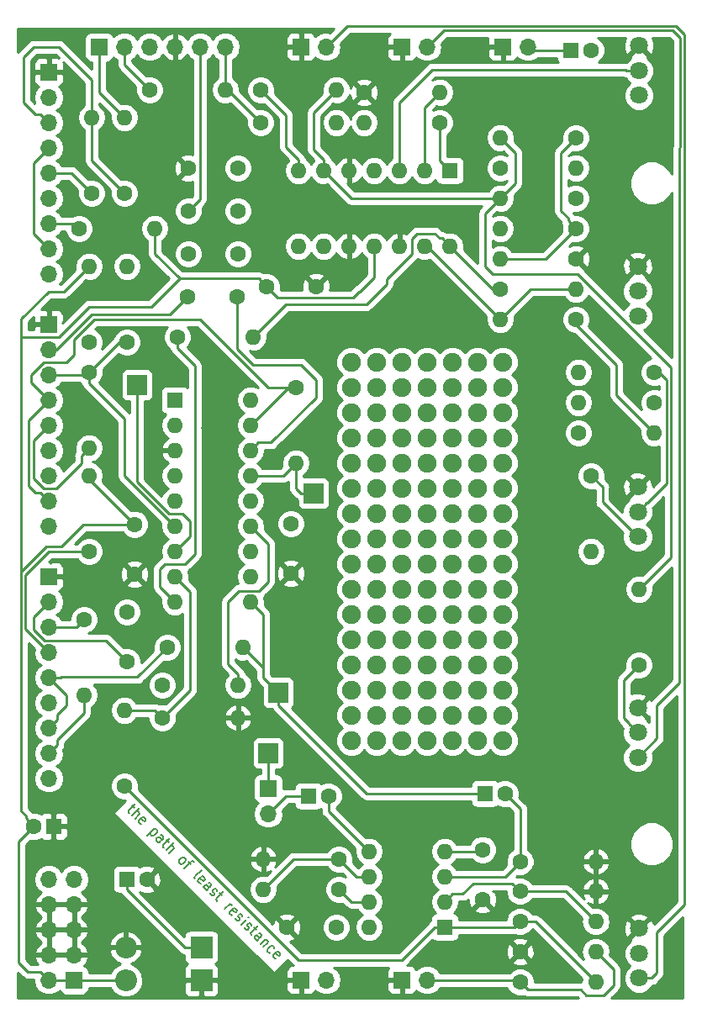
<source format=gtl>
G04 #@! TF.GenerationSoftware,KiCad,Pcbnew,(5.0.0-3-g5ebb6b6)*
G04 #@! TF.CreationDate,2019-04-25T19:55:12+02:00*
G04 #@! TF.ProjectId,pro3320,70726F333332302E6B696361645F7063,rev?*
G04 #@! TF.SameCoordinates,Original*
G04 #@! TF.FileFunction,Copper,L1,Top,Signal*
G04 #@! TF.FilePolarity,Positive*
%FSLAX46Y46*%
G04 Gerber Fmt 4.6, Leading zero omitted, Abs format (unit mm)*
G04 Created by KiCad (PCBNEW (5.0.0-3-g5ebb6b6)) date Thursday 25 April 2019 19:55:12*
%MOMM*%
%LPD*%
G01*
G04 APERTURE LIST*
G04 #@! TA.AperFunction,NonConductor*
%ADD10C,0.200000*%
G04 #@! TD*
G04 #@! TA.AperFunction,ComponentPad*
%ADD11C,1.600000*%
G04 #@! TD*
G04 #@! TA.AperFunction,ComponentPad*
%ADD12R,1.600000X1.600000*%
G04 #@! TD*
G04 #@! TA.AperFunction,ComponentPad*
%ADD13R,1.700000X1.700000*%
G04 #@! TD*
G04 #@! TA.AperFunction,ComponentPad*
%ADD14O,1.700000X1.700000*%
G04 #@! TD*
G04 #@! TA.AperFunction,ComponentPad*
%ADD15O,1.600000X1.600000*%
G04 #@! TD*
G04 #@! TA.AperFunction,ComponentPad*
%ADD16O,2.200000X2.200000*%
G04 #@! TD*
G04 #@! TA.AperFunction,ComponentPad*
%ADD17R,2.200000X2.200000*%
G04 #@! TD*
G04 #@! TA.AperFunction,ComponentPad*
%ADD18C,1.800000*%
G04 #@! TD*
G04 #@! TA.AperFunction,ComponentPad*
%ADD19R,2.000000X2.000000*%
G04 #@! TD*
G04 #@! TA.AperFunction,ComponentPad*
%ADD20C,1.900000*%
G04 #@! TD*
G04 #@! TA.AperFunction,ViaPad*
%ADD21C,0.800000*%
G04 #@! TD*
G04 #@! TA.AperFunction,Conductor*
%ADD22C,0.250000*%
G04 #@! TD*
G04 #@! TA.AperFunction,Conductor*
%ADD23C,0.254000*%
G04 #@! TD*
G04 APERTURE END LIST*
D10*
X99829038Y-119561688D02*
X100098412Y-119831062D01*
X100189326Y-119403431D02*
X99522625Y-120070131D01*
X99482219Y-120177881D01*
X99512524Y-120282263D01*
X99579867Y-120349607D01*
X99815570Y-120585309D02*
X100593387Y-119807492D01*
X100118615Y-120888355D02*
X100526043Y-120480927D01*
X100566450Y-120373177D01*
X100536145Y-120268795D01*
X100435130Y-120167779D01*
X100330747Y-120137475D01*
X100260037Y-120140842D01*
X100761746Y-121457407D02*
X100657363Y-121427103D01*
X100522676Y-121292416D01*
X100492372Y-121188033D01*
X100532778Y-121080284D01*
X100829089Y-120783972D01*
X100936839Y-120743566D01*
X101041221Y-120773871D01*
X101175908Y-120908558D01*
X101206213Y-121012940D01*
X101165807Y-121120690D01*
X101091729Y-121194768D01*
X100680934Y-120932128D01*
X102118717Y-121851367D02*
X101340900Y-122629184D01*
X102081678Y-121888406D02*
X102186061Y-121918710D01*
X102320748Y-122053397D01*
X102351052Y-122157780D01*
X102347685Y-122228491D01*
X102307279Y-122336240D01*
X102085046Y-122558474D01*
X101977296Y-122598880D01*
X101906585Y-122602247D01*
X101802203Y-122571942D01*
X101667516Y-122437255D01*
X101637211Y-122332873D01*
X102542981Y-123312721D02*
X102950410Y-122905293D01*
X102990816Y-122797543D01*
X102960511Y-122693161D01*
X102825824Y-122558474D01*
X102721442Y-122528169D01*
X102580020Y-123275682D02*
X102475638Y-123245377D01*
X102307279Y-123077019D01*
X102276975Y-122972636D01*
X102317381Y-122864887D01*
X102391459Y-122790809D01*
X102499208Y-122750403D01*
X102603591Y-122780707D01*
X102771949Y-122949066D01*
X102876332Y-122979371D01*
X103297229Y-123029878D02*
X103566603Y-123299252D01*
X103657516Y-122871621D02*
X102990816Y-123538322D01*
X102950410Y-123646071D01*
X102980714Y-123750454D01*
X103048058Y-123817797D01*
X103283760Y-124053500D02*
X104061577Y-123275682D01*
X103586806Y-124356545D02*
X103994234Y-123949117D01*
X104034640Y-123841367D01*
X104004335Y-123736985D01*
X103903320Y-123635970D01*
X103798938Y-123605665D01*
X103728227Y-123609032D01*
X104563286Y-125333026D02*
X104532982Y-125228644D01*
X104536349Y-125157933D01*
X104576755Y-125050183D01*
X104798989Y-124827950D01*
X104906738Y-124787544D01*
X104977449Y-124784177D01*
X105081831Y-124814481D01*
X105182847Y-124915496D01*
X105213151Y-125019879D01*
X105209784Y-125090589D01*
X105169378Y-125198339D01*
X104947144Y-125420573D01*
X104839395Y-125460979D01*
X104768684Y-125464346D01*
X104664302Y-125434041D01*
X104563286Y-125333026D01*
X105519564Y-125252214D02*
X105788938Y-125521588D01*
X105102034Y-125871774D02*
X105768735Y-125205073D01*
X105876485Y-125164667D01*
X105980867Y-125194972D01*
X106048211Y-125262315D01*
X106145859Y-126915598D02*
X106115554Y-126811216D01*
X106155960Y-126703466D01*
X106822661Y-126036766D01*
X106721646Y-127417307D02*
X106617263Y-127387003D01*
X106482576Y-127252316D01*
X106452272Y-127147933D01*
X106492678Y-127040184D01*
X106788989Y-126743872D01*
X106896739Y-126703466D01*
X107001121Y-126733771D01*
X107135808Y-126868458D01*
X107166113Y-126972840D01*
X107125707Y-127080590D01*
X107051629Y-127154668D01*
X106640834Y-126892028D01*
X107324370Y-128094110D02*
X107731798Y-127686682D01*
X107772204Y-127578932D01*
X107741900Y-127474549D01*
X107607213Y-127339862D01*
X107502830Y-127309558D01*
X107361409Y-128057071D02*
X107257027Y-128026766D01*
X107088668Y-127858407D01*
X107058363Y-127754025D01*
X107098769Y-127646275D01*
X107172847Y-127572198D01*
X107280597Y-127531791D01*
X107384979Y-127562096D01*
X107553338Y-127730455D01*
X107657720Y-127760759D01*
X107664455Y-128360117D02*
X107694759Y-128464499D01*
X107829446Y-128599186D01*
X107933829Y-128629491D01*
X108041578Y-128589084D01*
X108078617Y-128552046D01*
X108119023Y-128444296D01*
X108088719Y-128339913D01*
X107987704Y-128238898D01*
X107957399Y-128134516D01*
X107997805Y-128026766D01*
X108034844Y-127989727D01*
X108142594Y-127949321D01*
X108246976Y-127979626D01*
X108347991Y-128080641D01*
X108378296Y-128185023D01*
X108651037Y-128383687D02*
X108920411Y-128653061D01*
X109011325Y-128225430D02*
X108344624Y-128892130D01*
X108304218Y-128999880D01*
X108334523Y-129104262D01*
X108401866Y-129171606D01*
X109176316Y-129946056D02*
X109694861Y-129427511D01*
X109546706Y-129575667D02*
X109654455Y-129535261D01*
X109725166Y-129531893D01*
X109829548Y-129562198D01*
X109896892Y-129629542D01*
X109920462Y-130616124D02*
X109816080Y-130585819D01*
X109681393Y-130451132D01*
X109651088Y-130346750D01*
X109691494Y-130239000D01*
X109987806Y-129942689D01*
X110095555Y-129902283D01*
X110199938Y-129932587D01*
X110334625Y-130067274D01*
X110364929Y-130171657D01*
X110324523Y-130279406D01*
X110250445Y-130353484D01*
X109839650Y-130090845D01*
X110223508Y-130919170D02*
X110253812Y-131023552D01*
X110388499Y-131158239D01*
X110492882Y-131188544D01*
X110600632Y-131148138D01*
X110637670Y-131111099D01*
X110678077Y-131003349D01*
X110647772Y-130898967D01*
X110546757Y-130797951D01*
X110516452Y-130693569D01*
X110556858Y-130585819D01*
X110593897Y-130548780D01*
X110701647Y-130508374D01*
X110806029Y-130538679D01*
X110907044Y-130639694D01*
X110937349Y-130744077D01*
X110792560Y-131562300D02*
X111311105Y-131043755D01*
X111570378Y-130784483D02*
X111499667Y-130787850D01*
X111496300Y-130858560D01*
X111567011Y-130855193D01*
X111570378Y-130784483D01*
X111496300Y-130858560D01*
X111132645Y-131828307D02*
X111162950Y-131932689D01*
X111297637Y-132067376D01*
X111402019Y-132097681D01*
X111509769Y-132057275D01*
X111546808Y-132020236D01*
X111587214Y-131912486D01*
X111556909Y-131808104D01*
X111455894Y-131707089D01*
X111425589Y-131602706D01*
X111465996Y-131494957D01*
X111503034Y-131457918D01*
X111610784Y-131417512D01*
X111715166Y-131447816D01*
X111816182Y-131548831D01*
X111846486Y-131653214D01*
X112119228Y-131851877D02*
X112388602Y-132121251D01*
X112479515Y-131693620D02*
X111812815Y-132360321D01*
X111772408Y-132468070D01*
X111802713Y-132572453D01*
X111870057Y-132639796D01*
X112408805Y-133178544D02*
X112816233Y-132771116D01*
X112856639Y-132663366D01*
X112826334Y-132558984D01*
X112691647Y-132424297D01*
X112587265Y-132393992D01*
X112445843Y-133141505D02*
X112341461Y-133111201D01*
X112173102Y-132942842D01*
X112142798Y-132838459D01*
X112183204Y-132730710D01*
X112257282Y-132656632D01*
X112365031Y-132616226D01*
X112469414Y-132646531D01*
X112637772Y-132814889D01*
X112742155Y-132845194D01*
X113264067Y-132996717D02*
X112745522Y-133515262D01*
X113189989Y-133070795D02*
X113260700Y-133067427D01*
X113365082Y-133097732D01*
X113466098Y-133198747D01*
X113496402Y-133303130D01*
X113455996Y-133410879D01*
X113048568Y-133818307D01*
X113725370Y-134421032D02*
X113620988Y-134390727D01*
X113486301Y-134256040D01*
X113455996Y-134151658D01*
X113459363Y-134080947D01*
X113499769Y-133973198D01*
X113722003Y-133750964D01*
X113829752Y-133710558D01*
X113900463Y-133707191D01*
X114004846Y-133737495D01*
X114139533Y-133872182D01*
X114169837Y-133976565D01*
X114297790Y-134993452D02*
X114193407Y-134963147D01*
X114058720Y-134828460D01*
X114028416Y-134724078D01*
X114068822Y-134616328D01*
X114365133Y-134320017D01*
X114472883Y-134279610D01*
X114577265Y-134309915D01*
X114711952Y-134444602D01*
X114742257Y-134548984D01*
X114701851Y-134656734D01*
X114627773Y-134730812D01*
X114216978Y-134468172D01*
D11*
G04 #@! TO.P,C1,2*
G04 #@! TO.N,Net-(C1-Pad2)*
X146018000Y-43500000D03*
D12*
G04 #@! TO.P,C1,1*
G04 #@! TO.N,Net-(C1-Pad1)*
X144018000Y-43500000D03*
G04 #@! TD*
D11*
G04 #@! TO.P,C2,1*
G04 #@! TO.N,Net-(C2-Pad1)*
X110490000Y-64008000D03*
G04 #@! TO.P,C2,2*
G04 #@! TO.N,Net-(C2-Pad2)*
X105490000Y-64008000D03*
G04 #@! TD*
G04 #@! TO.P,C3,2*
G04 #@! TO.N,Net-(C3-Pad2)*
X105490000Y-59690000D03*
G04 #@! TO.P,C3,1*
G04 #@! TO.N,Net-(C3-Pad1)*
X110490000Y-59690000D03*
G04 #@! TD*
D12*
G04 #@! TO.P,C4,1*
G04 #@! TO.N,+12V*
X99314000Y-127000000D03*
D11*
G04 #@! TO.P,C4,2*
G04 #@! TO.N,GND*
X101314000Y-127000000D03*
G04 #@! TD*
G04 #@! TO.P,C5,2*
G04 #@! TO.N,-12V*
X89916000Y-121666000D03*
D12*
G04 #@! TO.P,C5,1*
G04 #@! TO.N,GND*
X91916000Y-121666000D03*
G04 #@! TD*
D11*
G04 #@! TO.P,C6,2*
G04 #@! TO.N,GND*
X105490000Y-55372000D03*
G04 #@! TO.P,C6,1*
G04 #@! TO.N,+12V*
X110490000Y-55372000D03*
G04 #@! TD*
G04 #@! TO.P,C7,1*
G04 #@! TO.N,GND*
X118364000Y-67310000D03*
G04 #@! TO.P,C7,2*
G04 #@! TO.N,-12V*
X113364000Y-67310000D03*
G04 #@! TD*
G04 #@! TO.P,C8,2*
G04 #@! TO.N,GND*
X115824000Y-96186000D03*
G04 #@! TO.P,C8,1*
G04 #@! TO.N,+12V*
X115824000Y-91186000D03*
G04 #@! TD*
G04 #@! TO.P,C9,1*
G04 #@! TO.N,GND*
X100076000Y-96266000D03*
G04 #@! TO.P,C9,2*
G04 #@! TO.N,-12V*
X100076000Y-91266000D03*
G04 #@! TD*
G04 #@! TO.P,C12,2*
G04 #@! TO.N,Net-(C12-Pad2)*
X99314000Y-105076000D03*
G04 #@! TO.P,C12,1*
G04 #@! TO.N,Net-(C12-Pad1)*
X99314000Y-100076000D03*
G04 #@! TD*
G04 #@! TO.P,C13,1*
G04 #@! TO.N,Net-(C13-Pad1)*
X105410000Y-68326000D03*
G04 #@! TO.P,C13,2*
G04 #@! TO.N,Net-(C13-Pad2)*
X110410000Y-68326000D03*
G04 #@! TD*
D12*
G04 #@! TO.P,C14,1*
G04 #@! TO.N,Net-(C14-Pad1)*
X135382000Y-118364000D03*
D11*
G04 #@! TO.P,C14,2*
G04 #@! TO.N,Net-(C14-Pad2)*
X137382000Y-118364000D03*
G04 #@! TD*
D13*
G04 #@! TO.P,J4,1*
G04 #@! TO.N,-12V*
X93980000Y-137160000D03*
D14*
G04 #@! TO.P,J4,2*
X91440000Y-137160000D03*
G04 #@! TO.P,J4,3*
G04 #@! TO.N,GND*
X93980000Y-134620000D03*
G04 #@! TO.P,J4,4*
X91440000Y-134620000D03*
G04 #@! TO.P,J4,5*
X93980000Y-132080000D03*
G04 #@! TO.P,J4,6*
X91440000Y-132080000D03*
G04 #@! TO.P,J4,7*
X93980000Y-129540000D03*
G04 #@! TO.P,J4,8*
X91440000Y-129540000D03*
G04 #@! TO.P,J4,9*
G04 #@! TO.N,+12V*
X93980000Y-127000000D03*
G04 #@! TO.P,J4,10*
X91440000Y-127000000D03*
G04 #@! TD*
D15*
G04 #@! TO.P,R1,2*
G04 #@! TO.N,Net-(R1-Pad2)*
X144526000Y-55372000D03*
D11*
G04 #@! TO.P,R1,1*
G04 #@! TO.N,+12V*
X136906000Y-55372000D03*
G04 #@! TD*
G04 #@! TO.P,R2,1*
G04 #@! TO.N,GND*
X144526000Y-64516000D03*
D15*
G04 #@! TO.P,R2,2*
G04 #@! TO.N,Net-(R2-Pad2)*
X136906000Y-64516000D03*
G04 #@! TD*
G04 #@! TO.P,R3,2*
G04 #@! TO.N,-12V*
X136906000Y-61468000D03*
D11*
G04 #@! TO.P,R3,1*
G04 #@! TO.N,Net-(R2-Pad2)*
X144526000Y-61468000D03*
G04 #@! TD*
D15*
G04 #@! TO.P,R4,2*
G04 #@! TO.N,Net-(R10-Pad2)*
X136906000Y-58420000D03*
D11*
G04 #@! TO.P,R4,1*
G04 #@! TO.N,Net-(R4-Pad1)*
X144526000Y-58420000D03*
G04 #@! TD*
G04 #@! TO.P,R5,1*
G04 #@! TO.N,Net-(R5-Pad1)*
X150876000Y-105410000D03*
D15*
G04 #@! TO.P,R5,2*
G04 #@! TO.N,Net-(R10-Pad2)*
X150876000Y-97790000D03*
G04 #@! TD*
D11*
G04 #@! TO.P,R6,1*
G04 #@! TO.N,Net-(R2-Pad2)*
X144526000Y-52324000D03*
D15*
G04 #@! TO.P,R6,2*
G04 #@! TO.N,Net-(R10-Pad2)*
X136906000Y-52324000D03*
G04 #@! TD*
G04 #@! TO.P,R7,2*
G04 #@! TO.N,Net-(R7-Pad2)*
X130810000Y-47752000D03*
D11*
G04 #@! TO.P,R7,1*
G04 #@! TO.N,GND*
X123190000Y-47752000D03*
G04 #@! TD*
D15*
G04 #@! TO.P,R8,2*
G04 #@! TO.N,+12V*
X146050000Y-93980000D03*
D11*
G04 #@! TO.P,R8,1*
G04 #@! TO.N,Net-(R8-Pad1)*
X146050000Y-86360000D03*
G04 #@! TD*
D15*
G04 #@! TO.P,R9,2*
G04 #@! TO.N,Net-(R7-Pad2)*
X123190000Y-50800000D03*
D11*
G04 #@! TO.P,R9,1*
G04 #@! TO.N,Net-(R13-Pad2)*
X130810000Y-50800000D03*
G04 #@! TD*
G04 #@! TO.P,R10,1*
G04 #@! TO.N,Net-(R10-Pad1)*
X112776000Y-47498000D03*
D15*
G04 #@! TO.P,R10,2*
G04 #@! TO.N,Net-(R10-Pad2)*
X120396000Y-47498000D03*
G04 #@! TD*
G04 #@! TO.P,R11,2*
G04 #@! TO.N,Net-(R11-Pad2)*
X144780000Y-75946000D03*
D11*
G04 #@! TO.P,R11,1*
G04 #@! TO.N,Net-(R11-Pad1)*
X152400000Y-75946000D03*
G04 #@! TD*
D15*
G04 #@! TO.P,R12,2*
G04 #@! TO.N,Net-(R11-Pad2)*
X144780000Y-78994000D03*
D11*
G04 #@! TO.P,R12,1*
G04 #@! TO.N,Net-(R12-Pad1)*
X152400000Y-78994000D03*
G04 #@! TD*
G04 #@! TO.P,R13,1*
G04 #@! TO.N,Net-(R13-Pad1)*
X112776000Y-50800000D03*
D15*
G04 #@! TO.P,R13,2*
G04 #@! TO.N,Net-(R13-Pad2)*
X120396000Y-50800000D03*
G04 #@! TD*
D11*
G04 #@! TO.P,R14,1*
G04 #@! TO.N,Net-(R14-Pad1)*
X95758000Y-57912000D03*
D15*
G04 #@! TO.P,R14,2*
G04 #@! TO.N,Net-(R14-Pad2)*
X95758000Y-50292000D03*
G04 #@! TD*
D11*
G04 #@! TO.P,R15,1*
G04 #@! TO.N,Net-(R15-Pad1)*
X94488000Y-61468000D03*
D15*
G04 #@! TO.P,R15,2*
G04 #@! TO.N,-12V*
X102108000Y-61468000D03*
G04 #@! TD*
G04 #@! TO.P,R16,2*
G04 #@! TO.N,Net-(R13-Pad1)*
X109220000Y-47498000D03*
D11*
G04 #@! TO.P,R16,1*
G04 #@! TO.N,Net-(R16-Pad1)*
X101600000Y-47498000D03*
G04 #@! TD*
G04 #@! TO.P,R17,1*
G04 #@! TO.N,Net-(R11-Pad2)*
X144780000Y-82042000D03*
D15*
G04 #@! TO.P,R17,2*
G04 #@! TO.N,Net-(R17-Pad2)*
X152400000Y-82042000D03*
G04 #@! TD*
D11*
G04 #@! TO.P,R18,1*
G04 #@! TO.N,Net-(R17-Pad2)*
X144526000Y-70612000D03*
D15*
G04 #@! TO.P,R18,2*
G04 #@! TO.N,Net-(R18-Pad2)*
X136906000Y-70612000D03*
G04 #@! TD*
D11*
G04 #@! TO.P,R19,1*
G04 #@! TO.N,Net-(R14-Pad2)*
X99060000Y-57912000D03*
D15*
G04 #@! TO.P,R19,2*
G04 #@! TO.N,Net-(R19-Pad2)*
X99060000Y-50292000D03*
G04 #@! TD*
G04 #@! TO.P,R20,2*
G04 #@! TO.N,Net-(R20-Pad2)*
X99314000Y-65278000D03*
D11*
G04 #@! TO.P,R20,1*
G04 #@! TO.N,Net-(JP1-Pad1)*
X99314000Y-72898000D03*
G04 #@! TD*
G04 #@! TO.P,R21,1*
G04 #@! TO.N,-12V*
X102870000Y-107442000D03*
D15*
G04 #@! TO.P,R21,2*
G04 #@! TO.N,Net-(R21-Pad2)*
X110490000Y-107442000D03*
G04 #@! TD*
G04 #@! TO.P,R22,2*
G04 #@! TO.N,Net-(R18-Pad2)*
X144526000Y-67564000D03*
D11*
G04 #@! TO.P,R22,1*
G04 #@! TO.N,Net-(R22-Pad1)*
X136906000Y-67564000D03*
G04 #@! TD*
D15*
G04 #@! TO.P,R23,2*
G04 #@! TO.N,Net-(R22-Pad1)*
X112014000Y-72390000D03*
D11*
G04 #@! TO.P,R23,1*
G04 #@! TO.N,Net-(R23-Pad1)*
X104394000Y-72390000D03*
G04 #@! TD*
G04 #@! TO.P,R24,1*
G04 #@! TO.N,Net-(JP1-Pad1)*
X95504000Y-75946000D03*
D15*
G04 #@! TO.P,R24,2*
G04 #@! TO.N,Net-(R24-Pad2)*
X95504000Y-83566000D03*
G04 #@! TD*
G04 #@! TO.P,R25,2*
G04 #@! TO.N,-12V*
X95504000Y-65278000D03*
D11*
G04 #@! TO.P,R25,1*
G04 #@! TO.N,Net-(R25-Pad1)*
X95504000Y-72898000D03*
G04 #@! TD*
D15*
G04 #@! TO.P,R26,2*
G04 #@! TO.N,Net-(C14-Pad1)*
X110998000Y-103632000D03*
D11*
G04 #@! TO.P,R26,1*
G04 #@! TO.N,Net-(R26-Pad1)*
X103378000Y-103632000D03*
G04 #@! TD*
G04 #@! TO.P,R27,1*
G04 #@! TO.N,Net-(R27-Pad1)*
X102870000Y-110744000D03*
D15*
G04 #@! TO.P,R27,2*
G04 #@! TO.N,GND*
X110490000Y-110744000D03*
G04 #@! TD*
G04 #@! TO.P,R28,2*
G04 #@! TO.N,Net-(R28-Pad2)*
X116332000Y-85090000D03*
D11*
G04 #@! TO.P,R28,1*
G04 #@! TO.N,Net-(R28-Pad1)*
X116332000Y-77470000D03*
G04 #@! TD*
G04 #@! TO.P,R29,1*
G04 #@! TO.N,Net-(R29-Pad1)*
X99060000Y-117602000D03*
D15*
G04 #@! TO.P,R29,2*
G04 #@! TO.N,Net-(R27-Pad1)*
X99060000Y-109982000D03*
G04 #@! TD*
D11*
G04 #@! TO.P,R30,1*
G04 #@! TO.N,Net-(R30-Pad1)*
X95504000Y-93980000D03*
D15*
G04 #@! TO.P,R30,2*
G04 #@! TO.N,-12V*
X95504000Y-86360000D03*
G04 #@! TD*
D11*
G04 #@! TO.P,R31,1*
G04 #@! TO.N,Net-(R28-Pad2)*
X94996000Y-100838000D03*
D15*
G04 #@! TO.P,R31,2*
G04 #@! TO.N,Net-(R31-Pad2)*
X94996000Y-108458000D03*
G04 #@! TD*
G04 #@! TO.P,R32,2*
G04 #@! TO.N,GND*
X146526000Y-128196000D03*
D11*
G04 #@! TO.P,R32,1*
G04 #@! TO.N,Net-(R32-Pad1)*
X138906000Y-128196000D03*
G04 #@! TD*
G04 #@! TO.P,R36,1*
G04 #@! TO.N,Net-(R29-Pad1)*
X138906000Y-131244000D03*
D15*
G04 #@! TO.P,R36,2*
G04 #@! TO.N,Net-(R32-Pad1)*
X146526000Y-131244000D03*
G04 #@! TD*
G04 #@! TO.P,R40,2*
G04 #@! TO.N,Net-(R29-Pad1)*
X146526000Y-137340000D03*
D11*
G04 #@! TO.P,R40,1*
G04 #@! TO.N,Net-(J5-Pad2)*
X138906000Y-137340000D03*
G04 #@! TD*
G04 #@! TO.P,R44,1*
G04 #@! TO.N,GND*
X138906000Y-134292000D03*
D15*
G04 #@! TO.P,R44,2*
G04 #@! TO.N,Net-(J5-Pad2)*
X146526000Y-134292000D03*
G04 #@! TD*
G04 #@! TO.P,R48,2*
G04 #@! TO.N,GND*
X146526000Y-125222000D03*
D11*
G04 #@! TO.P,R48,1*
G04 #@! TO.N,Net-(C14-Pad2)*
X138906000Y-125222000D03*
G04 #@! TD*
D12*
G04 #@! TO.P,U1,1*
G04 #@! TO.N,Net-(R13-Pad2)*
X131826000Y-55626000D03*
D15*
G04 #@! TO.P,U1,8*
G04 #@! TO.N,Net-(R17-Pad2)*
X116586000Y-63246000D03*
G04 #@! TO.P,U1,2*
G04 #@! TO.N,Net-(R7-Pad2)*
X129286000Y-55626000D03*
G04 #@! TO.P,U1,9*
G04 #@! TO.N,Net-(R11-Pad2)*
X119126000Y-63246000D03*
G04 #@! TO.P,U1,3*
G04 #@! TO.N,Net-(RV4-Pad2)*
X126746000Y-55626000D03*
G04 #@! TO.P,U1,10*
G04 #@! TO.N,GND*
X121666000Y-63246000D03*
G04 #@! TO.P,U1,4*
G04 #@! TO.N,+12V*
X124206000Y-55626000D03*
G04 #@! TO.P,U1,11*
G04 #@! TO.N,-12V*
X124206000Y-63246000D03*
G04 #@! TO.P,U1,5*
G04 #@! TO.N,GND*
X121666000Y-55626000D03*
G04 #@! TO.P,U1,12*
X126746000Y-63246000D03*
G04 #@! TO.P,U1,6*
G04 #@! TO.N,Net-(R10-Pad2)*
X119126000Y-55626000D03*
G04 #@! TO.P,U1,13*
G04 #@! TO.N,Net-(R18-Pad2)*
X129286000Y-63246000D03*
G04 #@! TO.P,U1,7*
G04 #@! TO.N,Net-(R10-Pad1)*
X116586000Y-55626000D03*
G04 #@! TO.P,U1,14*
G04 #@! TO.N,Net-(R22-Pad1)*
X131826000Y-63246000D03*
G04 #@! TD*
D12*
G04 #@! TO.P,U2,1*
G04 #@! TO.N,Net-(R19-Pad2)*
X104140000Y-78740000D03*
D15*
G04 #@! TO.P,U2,10*
G04 #@! TO.N,Net-(C14-Pad1)*
X111760000Y-99060000D03*
G04 #@! TO.P,U2,2*
G04 #@! TO.N,Net-(R20-Pad2)*
X104140000Y-81280000D03*
G04 #@! TO.P,U2,11*
G04 #@! TO.N,Net-(C12-Pad1)*
X111760000Y-96520000D03*
G04 #@! TO.P,U2,3*
G04 #@! TO.N,GND*
X104140000Y-83820000D03*
G04 #@! TO.P,U2,12*
G04 #@! TO.N,Net-(R10-Pad1)*
X111760000Y-93980000D03*
G04 #@! TO.P,U2,4*
G04 #@! TO.N,Net-(C2-Pad1)*
X104140000Y-86360000D03*
G04 #@! TO.P,U2,13*
G04 #@! TO.N,Net-(R21-Pad2)*
X111760000Y-91440000D03*
G04 #@! TO.P,U2,5*
G04 #@! TO.N,Net-(C3-Pad1)*
X104140000Y-88900000D03*
G04 #@! TO.P,U2,14*
G04 #@! TO.N,+12V*
X111760000Y-88900000D03*
G04 #@! TO.P,U2,6*
G04 #@! TO.N,Net-(JP1-Pad1)*
X104140000Y-91440000D03*
G04 #@! TO.P,U2,15*
G04 #@! TO.N,Net-(R28-Pad2)*
X111760000Y-86360000D03*
G04 #@! TO.P,U2,7*
G04 #@! TO.N,Net-(R14-Pad2)*
X104140000Y-93980000D03*
G04 #@! TO.P,U2,16*
G04 #@! TO.N,Net-(C13-Pad2)*
X111760000Y-83820000D03*
G04 #@! TO.P,U2,8*
G04 #@! TO.N,Net-(R27-Pad1)*
X104140000Y-96520000D03*
G04 #@! TO.P,U2,17*
G04 #@! TO.N,Net-(R28-Pad1)*
X111760000Y-81280000D03*
G04 #@! TO.P,U2,9*
G04 #@! TO.N,Net-(R23-Pad1)*
X104140000Y-99060000D03*
G04 #@! TO.P,U2,18*
G04 #@! TO.N,Net-(R26-Pad1)*
X111760000Y-78740000D03*
G04 #@! TD*
D16*
G04 #@! TO.P,D1,2*
G04 #@! TO.N,GND*
X99187000Y-133858000D03*
D17*
G04 #@! TO.P,D1,1*
G04 #@! TO.N,+12V*
X106807000Y-133858000D03*
G04 #@! TD*
G04 #@! TO.P,D2,1*
G04 #@! TO.N,GND*
X106807000Y-137160000D03*
D16*
G04 #@! TO.P,D2,2*
G04 #@! TO.N,-12V*
X99187000Y-137160000D03*
G04 #@! TD*
D18*
G04 #@! TO.P,RV1,3*
G04 #@! TO.N,Net-(R1-Pad2)*
X150749000Y-70278000D03*
G04 #@! TO.P,RV1,2*
G04 #@! TO.N,Net-(R4-Pad1)*
X150749000Y-67778000D03*
G04 #@! TO.P,RV1,1*
G04 #@! TO.N,GND*
X150749000Y-65278000D03*
G04 #@! TD*
G04 #@! TO.P,RV2,1*
G04 #@! TO.N,GND*
X150749000Y-109728000D03*
G04 #@! TO.P,RV2,2*
G04 #@! TO.N,Net-(R5-Pad1)*
X150749000Y-112228000D03*
G04 #@! TO.P,RV2,3*
G04 #@! TO.N,Net-(J3-Pad2)*
X150749000Y-114728000D03*
G04 #@! TD*
G04 #@! TO.P,RV3,1*
G04 #@! TO.N,GND*
X150876000Y-131953000D03*
G04 #@! TO.P,RV3,2*
G04 #@! TO.N,Net-(R12-Pad1)*
X150876000Y-134453000D03*
G04 #@! TO.P,RV3,3*
G04 #@! TO.N,Net-(J1-Pad2)*
X150876000Y-136953000D03*
G04 #@! TD*
G04 #@! TO.P,RV4,3*
G04 #@! TO.N,Net-(C1-Pad2)*
X150876000Y-48053000D03*
G04 #@! TO.P,RV4,2*
G04 #@! TO.N,Net-(RV4-Pad2)*
X150876000Y-45553000D03*
G04 #@! TO.P,RV4,1*
G04 #@! TO.N,GND*
X150876000Y-43053000D03*
G04 #@! TD*
G04 #@! TO.P,RV5,3*
G04 #@! TO.N,Net-(R8-Pad1)*
X150749000Y-92503000D03*
G04 #@! TO.P,RV5,2*
G04 #@! TO.N,Net-(R11-Pad1)*
X150749000Y-90003000D03*
G04 #@! TO.P,RV5,1*
G04 #@! TO.N,GND*
X150749000Y-87503000D03*
G04 #@! TD*
D14*
G04 #@! TO.P,SW1,9*
G04 #@! TO.N,N/C*
X91440000Y-66040000D03*
G04 #@! TO.P,SW1,8*
G04 #@! TO.N,Net-(R20-Pad2)*
X91440000Y-63500000D03*
G04 #@! TO.P,SW1,7*
G04 #@! TO.N,Net-(R15-Pad1)*
X91440000Y-60960000D03*
G04 #@! TO.P,SW1,6*
G04 #@! TO.N,N/C*
X91440000Y-58420000D03*
G04 #@! TO.P,SW1,5*
G04 #@! TO.N,Net-(R14-Pad1)*
X91440000Y-55880000D03*
G04 #@! TO.P,SW1,4*
G04 #@! TO.N,Net-(R20-Pad2)*
X91440000Y-53340000D03*
G04 #@! TO.P,SW1,3*
G04 #@! TO.N,Net-(R14-Pad2)*
X91440000Y-50800000D03*
G04 #@! TO.P,SW1,2*
G04 #@! TO.N,Net-(C2-Pad2)*
X91440000Y-48260000D03*
D13*
G04 #@! TO.P,SW1,1*
G04 #@! TO.N,GND*
X91440000Y-45720000D03*
G04 #@! TD*
G04 #@! TO.P,SW2,1*
G04 #@! TO.N,Net-(R19-Pad2)*
X96520000Y-43180000D03*
D14*
G04 #@! TO.P,SW2,2*
G04 #@! TO.N,Net-(R16-Pad1)*
X99060000Y-43180000D03*
G04 #@! TO.P,SW2,3*
G04 #@! TO.N,N/C*
X101600000Y-43180000D03*
G04 #@! TO.P,SW2,4*
G04 #@! TO.N,GND*
X104140000Y-43180000D03*
G04 #@! TO.P,SW2,5*
G04 #@! TO.N,Net-(C3-Pad2)*
X106680000Y-43180000D03*
G04 #@! TO.P,SW2,6*
G04 #@! TO.N,Net-(R13-Pad1)*
X109220000Y-43180000D03*
G04 #@! TD*
D13*
G04 #@! TO.P,SW3,1*
G04 #@! TO.N,GND*
X91440000Y-71120000D03*
D14*
G04 #@! TO.P,SW3,2*
G04 #@! TO.N,Net-(C13-Pad1)*
X91440000Y-73660000D03*
G04 #@! TO.P,SW3,3*
G04 #@! TO.N,Net-(JP1-Pad1)*
X91440000Y-76200000D03*
G04 #@! TO.P,SW3,4*
G04 #@! TO.N,Net-(R28-Pad1)*
X91440000Y-78740000D03*
G04 #@! TO.P,SW3,5*
G04 #@! TO.N,Net-(R24-Pad2)*
X91440000Y-81280000D03*
G04 #@! TO.P,SW3,6*
G04 #@! TO.N,N/C*
X91440000Y-83820000D03*
G04 #@! TO.P,SW3,7*
G04 #@! TO.N,Net-(R25-Pad1)*
X91440000Y-86360000D03*
G04 #@! TO.P,SW3,8*
G04 #@! TO.N,Net-(R28-Pad1)*
X91440000Y-88900000D03*
G04 #@! TO.P,SW3,9*
G04 #@! TO.N,N/C*
X91440000Y-91440000D03*
G04 #@! TD*
D13*
G04 #@! TO.P,SW4,1*
G04 #@! TO.N,GND*
X91440000Y-96520000D03*
D14*
G04 #@! TO.P,SW4,2*
G04 #@! TO.N,Net-(C12-Pad2)*
X91440000Y-99060000D03*
G04 #@! TO.P,SW4,3*
G04 #@! TO.N,Net-(R28-Pad2)*
X91440000Y-101600000D03*
G04 #@! TO.P,SW4,4*
G04 #@! TO.N,Net-(R30-Pad1)*
X91440000Y-104140000D03*
G04 #@! TO.P,SW4,5*
G04 #@! TO.N,Net-(R26-Pad1)*
X91440000Y-106680000D03*
G04 #@! TO.P,SW4,6*
G04 #@! TO.N,N/C*
X91440000Y-109220000D03*
G04 #@! TO.P,SW4,7*
G04 #@! TO.N,Net-(R26-Pad1)*
X91440000Y-111760000D03*
G04 #@! TO.P,SW4,8*
G04 #@! TO.N,Net-(R31-Pad2)*
X91440000Y-114300000D03*
G04 #@! TO.P,SW4,9*
G04 #@! TO.N,N/C*
X91440000Y-116840000D03*
G04 #@! TD*
D12*
G04 #@! TO.P,C10,1*
G04 #@! TO.N,Net-(C10-Pad1)*
X117602000Y-118618000D03*
D11*
G04 #@! TO.P,C10,2*
G04 #@! TO.N,Net-(C10-Pad2)*
X119602000Y-118618000D03*
G04 #@! TD*
D13*
G04 #@! TO.P,JP1,1*
G04 #@! TO.N,Net-(JP1-Pad1)*
X113538000Y-117856000D03*
D14*
G04 #@! TO.P,JP1,2*
G04 #@! TO.N,Net-(C10-Pad1)*
X113538000Y-120396000D03*
G04 #@! TD*
D15*
G04 #@! TO.P,R33,2*
G04 #@! TO.N,GND*
X113030000Y-124968000D03*
D11*
G04 #@! TO.P,R33,1*
G04 #@! TO.N,Net-(R33-Pad1)*
X120650000Y-124968000D03*
G04 #@! TD*
G04 #@! TO.P,R34,1*
G04 #@! TO.N,Net-(J6-Pad2)*
X120650000Y-128016000D03*
D15*
G04 #@! TO.P,R34,2*
G04 #@! TO.N,Net-(R33-Pad1)*
X113030000Y-128016000D03*
G04 #@! TD*
D12*
G04 #@! TO.P,U3,1*
G04 #@! TO.N,Net-(R29-Pad1)*
X131318000Y-131826000D03*
D15*
G04 #@! TO.P,U3,5*
G04 #@! TO.N,Net-(C10-Pad2)*
X123698000Y-124206000D03*
G04 #@! TO.P,U3,2*
G04 #@! TO.N,Net-(R32-Pad1)*
X131318000Y-129286000D03*
G04 #@! TO.P,U3,6*
G04 #@! TO.N,Net-(R33-Pad1)*
X123698000Y-126746000D03*
G04 #@! TO.P,U3,3*
G04 #@! TO.N,Net-(C14-Pad2)*
X131318000Y-126746000D03*
G04 #@! TO.P,U3,7*
G04 #@! TO.N,Net-(J6-Pad2)*
X123698000Y-129286000D03*
G04 #@! TO.P,U3,4*
G04 #@! TO.N,-12V*
X131318000Y-124206000D03*
G04 #@! TO.P,U3,8*
G04 #@! TO.N,+12V*
X123698000Y-131826000D03*
G04 #@! TD*
D19*
G04 #@! TO.P,TP1,1*
G04 #@! TO.N,Net-(R14-Pad2)*
X100330000Y-77216000D03*
G04 #@! TD*
G04 #@! TO.P,TP2,1*
G04 #@! TO.N,Net-(JP1-Pad1)*
X113538000Y-114300000D03*
G04 #@! TD*
G04 #@! TO.P,TP3,1*
G04 #@! TO.N,Net-(R28-Pad2)*
X118110000Y-88138000D03*
G04 #@! TD*
G04 #@! TO.P,TP4,1*
G04 #@! TO.N,Net-(C14-Pad1)*
X114554000Y-108204000D03*
G04 #@! TD*
D11*
G04 #@! TO.P,C11,2*
G04 #@! TO.N,GND*
X115396000Y-131826000D03*
G04 #@! TO.P,C11,1*
G04 #@! TO.N,+12V*
X120396000Y-131826000D03*
G04 #@! TD*
G04 #@! TO.P,C15,1*
G04 #@! TO.N,GND*
X135128000Y-129032000D03*
G04 #@! TO.P,C15,2*
G04 #@! TO.N,-12V*
X135128000Y-124032000D03*
G04 #@! TD*
D14*
G04 #@! TO.P,J1,2*
G04 #@! TO.N,Net-(J1-Pad2)*
X119380000Y-43180000D03*
D13*
G04 #@! TO.P,J1,1*
G04 #@! TO.N,GND*
X116840000Y-43180000D03*
G04 #@! TD*
G04 #@! TO.P,J2,1*
G04 #@! TO.N,GND*
X137160000Y-43180000D03*
D14*
G04 #@! TO.P,J2,2*
G04 #@! TO.N,Net-(C1-Pad1)*
X139700000Y-43180000D03*
G04 #@! TD*
G04 #@! TO.P,J3,2*
G04 #@! TO.N,Net-(J3-Pad2)*
X129540000Y-43180000D03*
D13*
G04 #@! TO.P,J3,1*
G04 #@! TO.N,GND*
X127000000Y-43180000D03*
G04 #@! TD*
G04 #@! TO.P,J5,1*
G04 #@! TO.N,GND*
X127000000Y-137160000D03*
D14*
G04 #@! TO.P,J5,2*
G04 #@! TO.N,Net-(J5-Pad2)*
X129540000Y-137160000D03*
G04 #@! TD*
D13*
G04 #@! TO.P,J6,1*
G04 #@! TO.N,GND*
X116840000Y-137160000D03*
D14*
G04 #@! TO.P,J6,2*
G04 #@! TO.N,Net-(J6-Pad2)*
X119380000Y-137160000D03*
G04 #@! TD*
D20*
G04 #@! TO.P,REF\002A\002A,1*
G04 #@! TO.N,N/C*
X129540000Y-74930000D03*
X129540000Y-77470000D03*
X129540000Y-80010000D03*
X129540000Y-82550000D03*
X129540000Y-85090000D03*
X129540000Y-87630000D03*
X129540000Y-90170000D03*
X129540000Y-92710000D03*
X129540000Y-95250000D03*
X129540000Y-97790000D03*
X127000000Y-97790000D03*
X127000000Y-95250000D03*
X127000000Y-92710000D03*
X127000000Y-90170000D03*
X127000000Y-87630000D03*
X127000000Y-85090000D03*
X127000000Y-82550000D03*
X127000000Y-80010000D03*
X127000000Y-77470000D03*
X127000000Y-74930000D03*
X124460000Y-74930000D03*
X124460000Y-77470000D03*
X124460000Y-80010000D03*
X124460000Y-82550000D03*
X124460000Y-85090000D03*
X124460000Y-87630000D03*
X124460000Y-90170000D03*
X124460000Y-92710000D03*
X124460000Y-95250000D03*
X124460000Y-97790000D03*
X121920000Y-97790000D03*
X121920000Y-95250000D03*
X121920000Y-92710000D03*
X121920000Y-90170000D03*
X121920000Y-87630000D03*
X121920000Y-85090000D03*
X121920000Y-82550000D03*
X121920000Y-80010000D03*
X121920000Y-77470000D03*
X121920000Y-74930000D03*
X132080000Y-87630000D03*
X132080000Y-90170000D03*
X132080000Y-95250000D03*
X132080000Y-97790000D03*
X134620000Y-97790000D03*
X134620000Y-95250000D03*
X134620000Y-92710000D03*
X137160000Y-97790000D03*
X134620000Y-90170000D03*
X134620000Y-82550000D03*
X134620000Y-85090000D03*
X137160000Y-95250000D03*
X137160000Y-92710000D03*
X137160000Y-87630000D03*
X137160000Y-85090000D03*
X137160000Y-90170000D03*
X134620000Y-87630000D03*
X137160000Y-82550000D03*
X137160000Y-80010000D03*
X137160000Y-77470000D03*
X137160000Y-74930000D03*
X134620000Y-74930000D03*
X134620000Y-77470000D03*
X134620000Y-80010000D03*
X132080000Y-85090000D03*
X132080000Y-74930000D03*
X132080000Y-77470000D03*
X132080000Y-80010000D03*
X132080000Y-82550000D03*
X132080000Y-92710000D03*
X121920000Y-105410000D03*
X121920000Y-107950000D03*
X121920000Y-113030000D03*
X129540000Y-107950000D03*
X132080000Y-113030000D03*
X124460000Y-113030000D03*
X124460000Y-110490000D03*
X129540000Y-102870000D03*
X124460000Y-107950000D03*
X124460000Y-100330000D03*
X129540000Y-110490000D03*
X124460000Y-102870000D03*
X132080000Y-102870000D03*
X132080000Y-107950000D03*
X129540000Y-100330000D03*
X127000000Y-113030000D03*
X127000000Y-110490000D03*
X127000000Y-105410000D03*
X127000000Y-102870000D03*
X137160000Y-105410000D03*
X127000000Y-107950000D03*
X124460000Y-105410000D03*
X134620000Y-113030000D03*
X137160000Y-100330000D03*
X137160000Y-102870000D03*
X127000000Y-100330000D03*
X134620000Y-102870000D03*
X134620000Y-110490000D03*
X132080000Y-110490000D03*
X132080000Y-105410000D03*
X137160000Y-107950000D03*
X121920000Y-102870000D03*
X132080000Y-100330000D03*
X129540000Y-113030000D03*
X137160000Y-113030000D03*
X129540000Y-105410000D03*
X121920000Y-100330000D03*
X121920000Y-110490000D03*
X134620000Y-100330000D03*
X134620000Y-107950000D03*
X137160000Y-110490000D03*
X134620000Y-105410000D03*
G04 #@! TD*
D21*
G04 #@! TO.N,GND*
X107188000Y-81534000D03*
X129286000Y-65024000D03*
G04 #@! TD*
D22*
G04 #@! TO.N,Net-(C1-Pad2)*
X146465000Y-43053000D02*
X146018000Y-43500000D01*
G04 #@! TO.N,Net-(C1-Pad1)*
X140020000Y-43500000D02*
X139700000Y-43180000D01*
X144018000Y-43500000D02*
X140020000Y-43500000D01*
G04 #@! TO.N,Net-(C3-Pad2)*
X106680000Y-58500000D02*
X105490000Y-59690000D01*
X106680000Y-43180000D02*
X106680000Y-58500000D01*
G04 #@! TO.N,+12V*
X99314000Y-128050000D02*
X99314000Y-127000000D01*
X105122000Y-133858000D02*
X99314000Y-128050000D01*
X106807000Y-133858000D02*
X105122000Y-133858000D01*
G04 #@! TO.N,-12V*
X92880000Y-137160000D02*
X91440000Y-137160000D01*
X93980000Y-137160000D02*
X92880000Y-137160000D01*
X99187000Y-137160000D02*
X93980000Y-137160000D01*
X90590001Y-136310001D02*
X89320001Y-136310001D01*
X91440000Y-137160000D02*
X90590001Y-136310001D01*
X89320001Y-136310001D02*
X88392000Y-135382000D01*
X88392000Y-123190000D02*
X89916000Y-121666000D01*
X88392000Y-135382000D02*
X88392000Y-123190000D01*
X89116001Y-120866001D02*
X89116001Y-120612001D01*
X89916000Y-121666000D02*
X89116001Y-120866001D01*
X89116001Y-120612001D02*
X88646000Y-120142000D01*
X88646000Y-120142000D02*
X88646000Y-96012000D01*
X88646000Y-96012000D02*
X91186000Y-93472000D01*
X91186000Y-93472000D02*
X92710000Y-93472000D01*
X94916000Y-91266000D02*
X100076000Y-91266000D01*
X92710000Y-93472000D02*
X94916000Y-91266000D01*
X95504000Y-86694000D02*
X95504000Y-86360000D01*
X100076000Y-91266000D02*
X95504000Y-86694000D01*
X92964000Y-67818000D02*
X95504000Y-65278000D01*
X91401002Y-67818000D02*
X92964000Y-67818000D01*
X88646000Y-70573002D02*
X91401002Y-67818000D01*
X124206000Y-66374000D02*
X124206000Y-63246000D01*
X122762000Y-67818000D02*
X124206000Y-66374000D01*
X134954000Y-124206000D02*
X135128000Y-124032000D01*
X131318000Y-124206000D02*
X134954000Y-124206000D01*
X122762000Y-67818000D02*
X122682000Y-67818000D01*
X114163999Y-68109999D02*
X113364000Y-67310000D01*
X114489001Y-68435001D02*
X114163999Y-68109999D01*
X122064999Y-68435001D02*
X114489001Y-68435001D01*
X122682000Y-67818000D02*
X122064999Y-68435001D01*
X112564001Y-66510001D02*
X104610001Y-66510001D01*
X113364000Y-67310000D02*
X112564001Y-66510001D01*
X102108000Y-64008000D02*
X102108000Y-61468000D01*
X104610001Y-66510001D02*
X102108000Y-64008000D01*
X92455002Y-72390000D02*
X95503002Y-69342000D01*
X88646000Y-72390000D02*
X92455002Y-72390000D01*
X88646000Y-96012000D02*
X88646000Y-72390000D01*
X88646000Y-72390000D02*
X88646000Y-70573002D01*
X101778002Y-69342000D02*
X104610001Y-66510001D01*
X95503002Y-69342000D02*
X101778002Y-69342000D01*
G04 #@! TO.N,Net-(C12-Pad2)*
X91026999Y-102964999D02*
X97202999Y-102964999D01*
X97202999Y-102964999D02*
X99314000Y-105076000D01*
X89916000Y-101854000D02*
X91026999Y-102964999D01*
X89916000Y-100584000D02*
X89916000Y-101854000D01*
X91440000Y-99060000D02*
X89916000Y-100584000D01*
G04 #@! TO.N,Net-(C13-Pad1)*
X103632000Y-70104000D02*
X105410000Y-68326000D01*
X95758000Y-70104000D02*
X103632000Y-70104000D01*
X92202000Y-73660000D02*
X95758000Y-70104000D01*
X91440000Y-73660000D02*
X92202000Y-73660000D01*
G04 #@! TO.N,Net-(C13-Pad2)*
X112559999Y-83020001D02*
X113829999Y-83020001D01*
X111760000Y-83820000D02*
X112559999Y-83020001D01*
X113829999Y-83020001D02*
X118364000Y-78486000D01*
X118364000Y-78486000D02*
X118364000Y-76708000D01*
X118364000Y-76708000D02*
X116840000Y-75184000D01*
X116840000Y-75184000D02*
X112014000Y-75184000D01*
X110410000Y-73580000D02*
X110410000Y-68326000D01*
X112014000Y-75184000D02*
X110410000Y-73580000D01*
G04 #@! TO.N,Net-(C14-Pad1)*
X114554000Y-109454000D02*
X114554000Y-108204000D01*
X123464000Y-118364000D02*
X114554000Y-109454000D01*
X135382000Y-118364000D02*
X123464000Y-118364000D01*
X113030000Y-100330000D02*
X111760000Y-99060000D01*
X114554000Y-108204000D02*
X113030000Y-106680000D01*
X113030000Y-105664000D02*
X113030000Y-106426000D01*
X113030000Y-106426000D02*
X113030000Y-100330000D01*
X110998000Y-103632000D02*
X113030000Y-105664000D01*
X113030000Y-106680000D02*
X113030000Y-106426000D01*
G04 #@! TO.N,Net-(C14-Pad2)*
X137382000Y-126746000D02*
X138906000Y-125222000D01*
X131318000Y-126746000D02*
X137382000Y-126746000D01*
X138906000Y-119888000D02*
X137382000Y-118364000D01*
X138906000Y-125222000D02*
X138906000Y-119888000D01*
G04 #@! TO.N,Net-(R2-Pad2)*
X141478000Y-64516000D02*
X144526000Y-61468000D01*
X136906000Y-64516000D02*
X141478000Y-64516000D01*
X143726001Y-60668001D02*
X143726001Y-60414001D01*
X144526000Y-61468000D02*
X143726001Y-60668001D01*
X143726001Y-60414001D02*
X143002000Y-59690000D01*
X143002000Y-53848000D02*
X144526000Y-52324000D01*
X143002000Y-59690000D02*
X143002000Y-53848000D01*
G04 #@! TO.N,Net-(R10-Pad2)*
X121920000Y-58420000D02*
X136906000Y-58420000D01*
X119126000Y-55626000D02*
X121920000Y-58420000D01*
X138430000Y-56896000D02*
X136906000Y-58420000D01*
X138430000Y-53848000D02*
X138430000Y-56896000D01*
X136906000Y-52324000D02*
X138430000Y-53848000D01*
X119126000Y-54494630D02*
X118110000Y-53478630D01*
X119126000Y-55626000D02*
X119126000Y-54494630D01*
X118110000Y-49784000D02*
X120396000Y-47498000D01*
X118110000Y-53478630D02*
X118110000Y-49784000D01*
X135382000Y-65278000D02*
X135382000Y-59944000D01*
X136144000Y-66040000D02*
X135382000Y-65278000D01*
X144697998Y-66040000D02*
X136144000Y-66040000D01*
X154095998Y-75438000D02*
X144697998Y-66040000D01*
X135382000Y-59944000D02*
X136906000Y-58420000D01*
X150876000Y-97790000D02*
X154120010Y-94545990D01*
X154120010Y-94545990D02*
X154120010Y-75495990D01*
G04 #@! TO.N,Net-(R5-Pad1)*
X149849001Y-111328001D02*
X149849001Y-111241001D01*
X150749000Y-112228000D02*
X149849001Y-111328001D01*
X149849001Y-111241001D02*
X149352000Y-110744000D01*
X149352000Y-106934000D02*
X150876000Y-105410000D01*
X149352000Y-110744000D02*
X149352000Y-106934000D01*
G04 #@! TO.N,Net-(R7-Pad2)*
X129286000Y-49276000D02*
X129286000Y-55626000D01*
X130810000Y-47752000D02*
X129286000Y-49276000D01*
G04 #@! TO.N,Net-(R8-Pad1)*
X147193000Y-87503000D02*
X146050000Y-86360000D01*
X147193000Y-89027000D02*
X147193000Y-87503000D01*
X150749000Y-92583000D02*
X147193000Y-89027000D01*
G04 #@! TO.N,Net-(R13-Pad2)*
X130810000Y-54610000D02*
X131826000Y-55626000D01*
X130810000Y-50800000D02*
X130810000Y-54610000D01*
G04 #@! TO.N,Net-(R10-Pad1)*
X116586000Y-54494630D02*
X115316000Y-53224630D01*
X116586000Y-55626000D02*
X116586000Y-54494630D01*
X115316000Y-50038000D02*
X112776000Y-47498000D01*
X115316000Y-53224630D02*
X115316000Y-50038000D01*
G04 #@! TO.N,Net-(R11-Pad1)*
X153670000Y-76708000D02*
X152908000Y-75946000D01*
X151688999Y-89103001D02*
X153670000Y-87122000D01*
X151648999Y-89103001D02*
X151688999Y-89103001D01*
X153670000Y-87122000D02*
X153670000Y-76708000D01*
X150749000Y-90003000D02*
X151648999Y-89103001D01*
G04 #@! TO.N,Net-(R13-Pad1)*
X109220000Y-43180000D02*
X109220000Y-47498000D01*
X109474000Y-47498000D02*
X109220000Y-47498000D01*
X112776000Y-50800000D02*
X109474000Y-47498000D01*
G04 #@! TO.N,Net-(R14-Pad1)*
X93726000Y-55880000D02*
X91440000Y-55880000D01*
X95758000Y-57912000D02*
X93726000Y-55880000D01*
G04 #@! TO.N,Net-(R15-Pad1)*
X93980000Y-60960000D02*
X94488000Y-61468000D01*
X91440000Y-60960000D02*
X93980000Y-60960000D01*
G04 #@! TO.N,Net-(R16-Pad1)*
X99060000Y-44958000D02*
X99060000Y-43180000D01*
X101600000Y-47498000D02*
X99060000Y-44958000D01*
G04 #@! TO.N,Net-(R17-Pad2)*
X152400000Y-82042000D02*
X148590000Y-78232000D01*
X148590000Y-78232000D02*
X148590000Y-75184000D01*
X144526000Y-71120000D02*
X144526000Y-70612000D01*
X148590000Y-75184000D02*
X144526000Y-71120000D01*
G04 #@! TO.N,Net-(R18-Pad2)*
X139954000Y-67564000D02*
X136906000Y-70612000D01*
X144526000Y-67564000D02*
X139954000Y-67564000D01*
X129540000Y-63246000D02*
X129286000Y-63246000D01*
X136906000Y-70612000D02*
X129540000Y-63246000D01*
G04 #@! TO.N,Net-(R19-Pad2)*
X96520000Y-47752000D02*
X99060000Y-50292000D01*
X96520000Y-43180000D02*
X96520000Y-47752000D01*
G04 #@! TO.N,Net-(R20-Pad2)*
X89916000Y-61976000D02*
X91440000Y-63500000D01*
X89916000Y-54864000D02*
X89916000Y-61976000D01*
X91440000Y-53340000D02*
X89916000Y-54864000D01*
G04 #@! TO.N,Net-(R21-Pad2)*
X110490000Y-106310630D02*
X109474000Y-105294630D01*
X110490000Y-107442000D02*
X110490000Y-106310630D01*
X109474000Y-105294630D02*
X109474000Y-99060000D01*
X110599001Y-97934999D02*
X112631001Y-97934999D01*
X109474000Y-99060000D02*
X110599001Y-97934999D01*
X112631001Y-97934999D02*
X113538000Y-97028000D01*
X113538000Y-97028000D02*
X113538000Y-93218000D01*
X113538000Y-93218000D02*
X111760000Y-91440000D01*
G04 #@! TO.N,Net-(R22-Pad1)*
X136144000Y-67564000D02*
X136906000Y-67564000D01*
X131826000Y-63246000D02*
X136144000Y-67564000D01*
X115316000Y-69088000D02*
X112014000Y-72390000D01*
X123444000Y-69088000D02*
X115316000Y-69088000D01*
X125476000Y-67056000D02*
X123444000Y-69088000D01*
X125476000Y-66548000D02*
X125476000Y-67056000D01*
X128016000Y-64008000D02*
X125476000Y-66548000D01*
X128524000Y-61976000D02*
X128016000Y-62484000D01*
X128016000Y-62484000D02*
X128016000Y-64008000D01*
X130302000Y-61976000D02*
X128524000Y-61976000D01*
X131026001Y-62446001D02*
X130772001Y-62446001D01*
X130772001Y-62446001D02*
X130302000Y-61976000D01*
X131826000Y-63246000D02*
X131026001Y-62446001D01*
G04 #@! TO.N,Net-(R23-Pad1)*
X104394000Y-73521370D02*
X106172000Y-75299370D01*
X104394000Y-72390000D02*
X104394000Y-73521370D01*
X106172000Y-75299370D02*
X106172000Y-94234000D01*
X106172000Y-94234000D02*
X105156000Y-95250000D01*
X105156000Y-95250000D02*
X103124000Y-95250000D01*
X103124000Y-95250000D02*
X102616000Y-95758000D01*
X102616000Y-97536000D02*
X104140000Y-99060000D01*
X102616000Y-95758000D02*
X102616000Y-97536000D01*
G04 #@! TO.N,Net-(R24-Pad2)*
X94704001Y-85127999D02*
X94704001Y-84365999D01*
X94704001Y-84365999D02*
X95504000Y-83566000D01*
X91440000Y-81280000D02*
X89916000Y-82804000D01*
X92202000Y-87630000D02*
X94704001Y-85127999D01*
X89916000Y-86614000D02*
X90932000Y-87630000D01*
X90932000Y-87630000D02*
X92202000Y-87630000D01*
X89916000Y-82804000D02*
X89916000Y-86614000D01*
G04 #@! TO.N,Net-(R26-Pad1)*
X92289999Y-110910001D02*
X92289999Y-110402001D01*
X91440000Y-111760000D02*
X92289999Y-110910001D01*
X92289999Y-110402001D02*
X93218000Y-109474000D01*
X93218000Y-108458000D02*
X91440000Y-106680000D01*
X93218000Y-109474000D02*
X93218000Y-108458000D01*
X100367999Y-106642001D02*
X103378000Y-103632000D01*
X92680080Y-106642001D02*
X100367999Y-106642001D01*
X92642081Y-106680000D02*
X92680080Y-106642001D01*
X91440000Y-106680000D02*
X92642081Y-106680000D01*
G04 #@! TO.N,Net-(R27-Pad1)*
X102108000Y-109982000D02*
X102870000Y-110744000D01*
X99060000Y-109982000D02*
X102108000Y-109982000D01*
X102870000Y-110744000D02*
X105664000Y-107950000D01*
X105664000Y-98044000D02*
X104140000Y-96520000D01*
X105664000Y-107950000D02*
X105664000Y-98044000D01*
G04 #@! TO.N,Net-(R28-Pad1)*
X90590001Y-88050001D02*
X90082001Y-88050001D01*
X91440000Y-88900000D02*
X90590001Y-88050001D01*
X90082001Y-88050001D02*
X89408000Y-87376000D01*
X89408000Y-80772000D02*
X91440000Y-78740000D01*
X89408000Y-87376000D02*
X89408000Y-80772000D01*
X115570000Y-77470000D02*
X116332000Y-77470000D01*
X111760000Y-81280000D02*
X115570000Y-77470000D01*
X106680000Y-70612000D02*
X113538000Y-77470000D01*
X96012000Y-70612000D02*
X106680000Y-70612000D01*
X113538000Y-77470000D02*
X116332000Y-77470000D01*
X93980000Y-72644000D02*
X96012000Y-70612000D01*
X93980000Y-74168000D02*
X93980000Y-72644000D01*
X89662000Y-76962000D02*
X89662000Y-76200000D01*
X93218000Y-74930000D02*
X93980000Y-74168000D01*
X90932000Y-74930000D02*
X93218000Y-74930000D01*
X89662000Y-76200000D02*
X90932000Y-74930000D01*
X91440000Y-78740000D02*
X89662000Y-76962000D01*
G04 #@! TO.N,Net-(R29-Pad1)*
X138324000Y-131826000D02*
X138906000Y-131244000D01*
X131318000Y-131826000D02*
X138324000Y-131826000D01*
X140430000Y-131244000D02*
X138906000Y-131244000D01*
X146526000Y-137340000D02*
X140430000Y-131244000D01*
X116586000Y-135128000D02*
X99060000Y-117602000D01*
X126966000Y-135128000D02*
X116586000Y-135128000D01*
X130268000Y-131826000D02*
X126966000Y-135128000D01*
X131318000Y-131826000D02*
X130268000Y-131826000D01*
G04 #@! TO.N,Net-(R30-Pad1)*
X91440000Y-93980000D02*
X95504000Y-93980000D01*
X89096010Y-96323990D02*
X91440000Y-93980000D01*
X89096010Y-101796010D02*
X89096010Y-96323990D01*
X91440000Y-104140000D02*
X89096010Y-101796010D01*
G04 #@! TO.N,Net-(R31-Pad2)*
X92289999Y-113450001D02*
X92289999Y-112942001D01*
X91440000Y-114300000D02*
X92289999Y-113450001D01*
X94996000Y-110236000D02*
X94996000Y-108458000D01*
X92289999Y-112942001D02*
X94996000Y-110236000D01*
G04 #@! TO.N,Net-(R32-Pad1)*
X138106001Y-127396001D02*
X138906000Y-128196000D01*
X133133999Y-128486001D02*
X134223999Y-127396001D01*
X134223999Y-127396001D02*
X138106001Y-127396001D01*
X132117999Y-128486001D02*
X133133999Y-128486001D01*
X131318000Y-129286000D02*
X132117999Y-128486001D01*
X143478000Y-128196000D02*
X138906000Y-128196000D01*
X146526000Y-131244000D02*
X143478000Y-128196000D01*
G04 #@! TO.N,Net-(R33-Pad1)*
X116078000Y-124968000D02*
X120650000Y-124968000D01*
X113030000Y-128016000D02*
X116078000Y-124968000D01*
X122428000Y-126746000D02*
X123698000Y-126746000D01*
X120650000Y-124968000D02*
X122428000Y-126746000D01*
G04 #@! TO.N,Net-(RV4-Pad2)*
X126746000Y-48768000D02*
X126746000Y-55626000D01*
X130048000Y-45466000D02*
X126746000Y-48768000D01*
X149516208Y-45466000D02*
X130048000Y-45466000D01*
X149603208Y-45553000D02*
X149516208Y-45466000D01*
X150876000Y-45553000D02*
X149603208Y-45553000D01*
G04 #@! TO.N,Net-(R14-Pad2)*
X90590001Y-49950001D02*
X90082001Y-49950001D01*
X91440000Y-50800000D02*
X90590001Y-49950001D01*
X90082001Y-49950001D02*
X88900000Y-48768000D01*
X88900000Y-48768000D02*
X88900000Y-44196000D01*
X88900000Y-44196000D02*
X89916000Y-43180000D01*
X89916000Y-43180000D02*
X92456000Y-43180000D01*
X95758000Y-46482000D02*
X95758000Y-50292000D01*
X92456000Y-43180000D02*
X95758000Y-46482000D01*
X95758000Y-54610000D02*
X99060000Y-57912000D01*
X95758000Y-50292000D02*
X95758000Y-54610000D01*
X105664000Y-90932000D02*
X105664000Y-92456000D01*
X105664000Y-92456000D02*
X104140000Y-93980000D01*
X100330000Y-77216000D02*
X100330000Y-86993590D01*
X100330000Y-86993590D02*
X103506410Y-90170000D01*
X104902000Y-90170000D02*
X105664000Y-90932000D01*
X103506410Y-90170000D02*
X104902000Y-90170000D01*
G04 #@! TO.N,Net-(R28-Pad2)*
X94234000Y-101600000D02*
X94996000Y-100838000D01*
X91440000Y-101600000D02*
X94234000Y-101600000D01*
X115062000Y-86360000D02*
X116332000Y-85090000D01*
X111760000Y-86360000D02*
X115062000Y-86360000D01*
X116860000Y-88138000D02*
X118110000Y-88138000D01*
X116332000Y-87610000D02*
X116860000Y-88138000D01*
X116332000Y-85090000D02*
X116332000Y-87610000D01*
G04 #@! TO.N,Net-(C10-Pad1)*
X115316000Y-118618000D02*
X117602000Y-118618000D01*
X113538000Y-120396000D02*
X115316000Y-118618000D01*
G04 #@! TO.N,Net-(C10-Pad2)*
X119602000Y-120110000D02*
X123698000Y-124206000D01*
X119602000Y-118618000D02*
X119602000Y-120110000D01*
G04 #@! TO.N,Net-(JP1-Pad1)*
X113538000Y-116756000D02*
X113538000Y-114300000D01*
X113538000Y-117856000D02*
X113538000Y-116756000D01*
X95250000Y-76200000D02*
X95504000Y-75946000D01*
X91440000Y-76200000D02*
X95250000Y-76200000D01*
X98552000Y-72898000D02*
X99314000Y-72898000D01*
X95504000Y-75946000D02*
X98552000Y-72898000D01*
X95504000Y-77077370D02*
X99060000Y-80633370D01*
X95504000Y-75946000D02*
X95504000Y-77077370D01*
X99060000Y-86360000D02*
X104140000Y-91440000D01*
X99060000Y-80633370D02*
X99060000Y-86360000D01*
G04 #@! TO.N,Net-(J1-Pad2)*
X121519990Y-41040010D02*
X119380000Y-43180000D01*
X154578010Y-41040010D02*
X121519990Y-41040010D01*
X152654000Y-136447792D02*
X152654000Y-132334000D01*
X155448000Y-129540000D02*
X155448000Y-41910000D01*
X152148792Y-136953000D02*
X152654000Y-136447792D01*
X155448000Y-41910000D02*
X154578010Y-41040010D01*
X152654000Y-132334000D02*
X155448000Y-129540000D01*
X150876000Y-136953000D02*
X152148792Y-136953000D01*
G04 #@! TO.N,Net-(J3-Pad2)*
X131229980Y-41490020D02*
X129540000Y-43180000D01*
X154997990Y-42221990D02*
X154266020Y-41490020D01*
X154997990Y-53282010D02*
X154997990Y-42221990D01*
X154266020Y-41490020D02*
X131229980Y-41490020D01*
X152654000Y-112823000D02*
X152654000Y-109474000D01*
X154940000Y-53340000D02*
X154997990Y-53282010D01*
X154940000Y-107188000D02*
X154940000Y-53340000D01*
X152654000Y-109474000D02*
X154940000Y-107188000D01*
X150749000Y-114728000D02*
X152654000Y-112823000D01*
G04 #@! TO.N,Net-(J5-Pad2)*
X138726000Y-137160000D02*
X138906000Y-137340000D01*
X129540000Y-137160000D02*
X138726000Y-137160000D01*
X139705999Y-138139999D02*
X144997999Y-138139999D01*
X138906000Y-137340000D02*
X139705999Y-138139999D01*
X144997999Y-138139999D02*
X145542000Y-138684000D01*
X145542000Y-138684000D02*
X147320000Y-138684000D01*
X147320000Y-138684000D02*
X148336000Y-137668000D01*
X148336000Y-136102000D02*
X146526000Y-134292000D01*
X148336000Y-137668000D02*
X148336000Y-136102000D01*
G04 #@! TO.N,Net-(J6-Pad2)*
X121920000Y-129286000D02*
X123698000Y-129286000D01*
X120650000Y-128016000D02*
X121920000Y-129286000D01*
G04 #@! TD*
D23*
G04 #@! TO.N,GND*
G36*
X128726091Y-64597740D02*
X129144667Y-64681000D01*
X129427333Y-64681000D01*
X129821745Y-64602546D01*
X135507312Y-70288114D01*
X135442887Y-70612000D01*
X135554260Y-71171909D01*
X135871423Y-71646577D01*
X136346091Y-71963740D01*
X136764667Y-72047000D01*
X137047333Y-72047000D01*
X137465909Y-71963740D01*
X137940577Y-71646577D01*
X138257740Y-71171909D01*
X138369113Y-70612000D01*
X138304688Y-70288113D01*
X140268802Y-68324000D01*
X143307957Y-68324000D01*
X143491423Y-68598577D01*
X143966091Y-68915740D01*
X144384667Y-68999000D01*
X144667333Y-68999000D01*
X145085909Y-68915740D01*
X145560577Y-68598577D01*
X145809394Y-68226197D01*
X152100161Y-74516965D01*
X151587138Y-74729466D01*
X151183466Y-75133138D01*
X150965000Y-75660561D01*
X150965000Y-76231439D01*
X151183466Y-76758862D01*
X151587138Y-77162534D01*
X152114561Y-77381000D01*
X152685439Y-77381000D01*
X152910001Y-77287983D01*
X152910001Y-77652017D01*
X152685439Y-77559000D01*
X152114561Y-77559000D01*
X151587138Y-77777466D01*
X151183466Y-78181138D01*
X150965000Y-78708561D01*
X150965000Y-79279439D01*
X151143728Y-79710927D01*
X149350000Y-77917199D01*
X149350000Y-75258847D01*
X149364888Y-75184000D01*
X149350000Y-75109153D01*
X149350000Y-75109148D01*
X149305904Y-74887463D01*
X149137929Y-74636071D01*
X149074473Y-74593671D01*
X145790313Y-71309512D01*
X145961000Y-70897439D01*
X145961000Y-70326561D01*
X145742534Y-69799138D01*
X145338862Y-69395466D01*
X144811439Y-69177000D01*
X144240561Y-69177000D01*
X143713138Y-69395466D01*
X143309466Y-69799138D01*
X143091000Y-70326561D01*
X143091000Y-70897439D01*
X143309466Y-71424862D01*
X143713138Y-71828534D01*
X144240561Y-72047000D01*
X144378199Y-72047000D01*
X147830001Y-75498803D01*
X147830000Y-78157153D01*
X147815112Y-78232000D01*
X147830000Y-78306847D01*
X147830000Y-78306851D01*
X147874096Y-78528536D01*
X148042071Y-78779929D01*
X148105530Y-78822331D01*
X151001312Y-81718114D01*
X150936887Y-82042000D01*
X151048260Y-82601909D01*
X151365423Y-83076577D01*
X151840091Y-83393740D01*
X152258667Y-83477000D01*
X152541333Y-83477000D01*
X152910000Y-83403667D01*
X152910000Y-86807197D01*
X152282485Y-87434713D01*
X152269839Y-87133540D01*
X152085643Y-86688852D01*
X151829159Y-86602446D01*
X150928605Y-87503000D01*
X150942748Y-87517143D01*
X150763143Y-87696748D01*
X150749000Y-87682605D01*
X149848446Y-88583159D01*
X149887290Y-88698461D01*
X149879493Y-88701690D01*
X149447690Y-89133493D01*
X149214000Y-89697670D01*
X149214000Y-89973198D01*
X147953000Y-88712199D01*
X147953000Y-87577846D01*
X147967888Y-87502999D01*
X147953000Y-87428152D01*
X147953000Y-87428148D01*
X147920018Y-87262336D01*
X149202542Y-87262336D01*
X149228161Y-87872460D01*
X149412357Y-88317148D01*
X149668841Y-88403554D01*
X150569395Y-87503000D01*
X149668841Y-86602446D01*
X149412357Y-86688852D01*
X149202542Y-87262336D01*
X147920018Y-87262336D01*
X147908904Y-87206463D01*
X147740929Y-86955071D01*
X147677473Y-86912671D01*
X147463104Y-86698302D01*
X147485000Y-86645439D01*
X147485000Y-86422841D01*
X149848446Y-86422841D01*
X150749000Y-87323395D01*
X151649554Y-86422841D01*
X151563148Y-86166357D01*
X150989664Y-85956542D01*
X150379540Y-85982161D01*
X149934852Y-86166357D01*
X149848446Y-86422841D01*
X147485000Y-86422841D01*
X147485000Y-86074561D01*
X147266534Y-85547138D01*
X146862862Y-85143466D01*
X146335439Y-84925000D01*
X145764561Y-84925000D01*
X145237138Y-85143466D01*
X144833466Y-85547138D01*
X144615000Y-86074561D01*
X144615000Y-86645439D01*
X144833466Y-87172862D01*
X145237138Y-87576534D01*
X145764561Y-87795000D01*
X146335439Y-87795000D01*
X146388302Y-87773104D01*
X146433001Y-87817803D01*
X146433000Y-88952153D01*
X146418112Y-89027000D01*
X146433000Y-89101847D01*
X146433000Y-89101851D01*
X146477096Y-89323536D01*
X146645071Y-89574929D01*
X146708530Y-89617331D01*
X149235928Y-92144731D01*
X149214000Y-92197670D01*
X149214000Y-92808330D01*
X149447690Y-93372507D01*
X149879493Y-93804310D01*
X150443670Y-94038000D01*
X151054330Y-94038000D01*
X151618507Y-93804310D01*
X152050310Y-93372507D01*
X152284000Y-92808330D01*
X152284000Y-92197670D01*
X152050310Y-91633493D01*
X151669817Y-91253000D01*
X152050310Y-90872507D01*
X152284000Y-90308330D01*
X152284000Y-89697670D01*
X152254035Y-89625328D01*
X152279330Y-89587471D01*
X153360010Y-88506792D01*
X153360010Y-94231188D01*
X151199887Y-96391312D01*
X151017333Y-96355000D01*
X150734667Y-96355000D01*
X150316091Y-96438260D01*
X149841423Y-96755423D01*
X149524260Y-97230091D01*
X149412887Y-97790000D01*
X149524260Y-98349909D01*
X149841423Y-98824577D01*
X150316091Y-99141740D01*
X150734667Y-99225000D01*
X151017333Y-99225000D01*
X151435909Y-99141740D01*
X151910577Y-98824577D01*
X152227740Y-98349909D01*
X152339113Y-97790000D01*
X152274688Y-97466113D01*
X154180000Y-95560802D01*
X154180000Y-106873198D01*
X152169528Y-108883671D01*
X152106072Y-108926071D01*
X152096585Y-108940269D01*
X152085643Y-108913852D01*
X151829159Y-108827446D01*
X150928605Y-109728000D01*
X151829159Y-110628554D01*
X151894001Y-110606710D01*
X151894000Y-111202183D01*
X151618507Y-110926690D01*
X151610710Y-110923461D01*
X151649554Y-110808159D01*
X150749000Y-109907605D01*
X150734858Y-109921748D01*
X150555253Y-109742143D01*
X150569395Y-109728000D01*
X150555253Y-109713858D01*
X150734858Y-109534253D01*
X150749000Y-109548395D01*
X151649554Y-108647841D01*
X151563148Y-108391357D01*
X150989664Y-108181542D01*
X150379540Y-108207161D01*
X150112000Y-108317980D01*
X150112000Y-107248801D01*
X150537698Y-106823104D01*
X150590561Y-106845000D01*
X151161439Y-106845000D01*
X151688862Y-106626534D01*
X152092534Y-106222862D01*
X152311000Y-105695439D01*
X152311000Y-105124561D01*
X152092534Y-104597138D01*
X151688862Y-104193466D01*
X151161439Y-103975000D01*
X150590561Y-103975000D01*
X150063138Y-104193466D01*
X149659466Y-104597138D01*
X149441000Y-105124561D01*
X149441000Y-105695439D01*
X149462896Y-105748302D01*
X148867528Y-106343671D01*
X148804072Y-106386071D01*
X148761672Y-106449527D01*
X148761671Y-106449528D01*
X148636097Y-106637463D01*
X148577112Y-106934000D01*
X148592001Y-107008852D01*
X148592000Y-110669153D01*
X148577112Y-110744000D01*
X148592000Y-110818847D01*
X148592000Y-110818851D01*
X148636096Y-111040536D01*
X148804071Y-111291929D01*
X148867529Y-111334331D01*
X149126979Y-111593781D01*
X149133097Y-111624537D01*
X149259273Y-111813373D01*
X149214000Y-111922670D01*
X149214000Y-112533330D01*
X149447690Y-113097507D01*
X149828183Y-113478000D01*
X149447690Y-113858493D01*
X149214000Y-114422670D01*
X149214000Y-115033330D01*
X149447690Y-115597507D01*
X149879493Y-116029310D01*
X150443670Y-116263000D01*
X151054330Y-116263000D01*
X151618507Y-116029310D01*
X152050310Y-115597507D01*
X152284000Y-115033330D01*
X152284000Y-114422670D01*
X152238640Y-114313161D01*
X153138473Y-113413329D01*
X153201929Y-113370929D01*
X153290390Y-113238538D01*
X153369904Y-113119538D01*
X153393107Y-113002888D01*
X153414000Y-112897852D01*
X153414000Y-112897848D01*
X153428888Y-112823000D01*
X153414000Y-112748152D01*
X153414000Y-109788801D01*
X154688000Y-108514801D01*
X154688000Y-129225198D01*
X152377162Y-131536037D01*
X152212643Y-131138852D01*
X151956159Y-131052446D01*
X151055605Y-131953000D01*
X151069748Y-131967143D01*
X150890143Y-132146748D01*
X150876000Y-132132605D01*
X149975446Y-133033159D01*
X150014290Y-133148461D01*
X150006493Y-133151690D01*
X149574690Y-133583493D01*
X149341000Y-134147670D01*
X149341000Y-134758330D01*
X149574690Y-135322507D01*
X149955183Y-135703000D01*
X149574690Y-136083493D01*
X149341000Y-136647670D01*
X149341000Y-137258330D01*
X149574690Y-137822507D01*
X150006493Y-138254310D01*
X150570670Y-138488000D01*
X151181330Y-138488000D01*
X151745507Y-138254310D01*
X152177310Y-137822507D01*
X152222582Y-137713210D01*
X152223639Y-137713000D01*
X152223644Y-137713000D01*
X152445329Y-137668904D01*
X152696721Y-137500929D01*
X152739123Y-137437470D01*
X153138473Y-137038121D01*
X153201929Y-136995721D01*
X153369904Y-136744329D01*
X153414000Y-136522644D01*
X153414000Y-136522640D01*
X153428888Y-136447793D01*
X153414000Y-136372946D01*
X153414000Y-132648801D01*
X155246001Y-130816801D01*
X155246001Y-138990000D01*
X148088801Y-138990000D01*
X148820473Y-138258329D01*
X148883929Y-138215929D01*
X149051904Y-137964537D01*
X149096000Y-137742852D01*
X149096000Y-137742847D01*
X149110888Y-137668000D01*
X149096000Y-137593153D01*
X149096000Y-136176848D01*
X149110888Y-136102000D01*
X149096000Y-136027152D01*
X149096000Y-136027148D01*
X149051904Y-135805463D01*
X148883929Y-135554071D01*
X148820473Y-135511671D01*
X147924688Y-134615886D01*
X147989113Y-134292000D01*
X147877740Y-133732091D01*
X147560577Y-133257423D01*
X147085909Y-132940260D01*
X146667333Y-132857000D01*
X146384667Y-132857000D01*
X145966091Y-132940260D01*
X145491423Y-133257423D01*
X145174260Y-133732091D01*
X145062887Y-134292000D01*
X145174260Y-134851909D01*
X145298200Y-135037398D01*
X141020331Y-130759530D01*
X140977929Y-130696071D01*
X140726537Y-130528096D01*
X140504852Y-130484000D01*
X140504847Y-130484000D01*
X140430000Y-130469112D01*
X140355153Y-130484000D01*
X140144430Y-130484000D01*
X140122534Y-130431138D01*
X139718862Y-130027466D01*
X139191439Y-129809000D01*
X138620561Y-129809000D01*
X138093138Y-130027466D01*
X137689466Y-130431138D01*
X137471000Y-130958561D01*
X137471000Y-131066000D01*
X132765440Y-131066000D01*
X132765440Y-131026000D01*
X132716157Y-130778235D01*
X132575809Y-130568191D01*
X132365765Y-130427843D01*
X132231894Y-130401215D01*
X132352577Y-130320577D01*
X132540222Y-130039745D01*
X134299861Y-130039745D01*
X134373995Y-130285864D01*
X134911223Y-130478965D01*
X135481454Y-130451778D01*
X135882005Y-130285864D01*
X135956139Y-130039745D01*
X135128000Y-129211605D01*
X134299861Y-130039745D01*
X132540222Y-130039745D01*
X132669740Y-129845909D01*
X132781113Y-129286000D01*
X132773157Y-129246001D01*
X133059152Y-129246001D01*
X133133999Y-129260889D01*
X133208846Y-129246001D01*
X133208851Y-129246001D01*
X133430536Y-129201905D01*
X133681928Y-129033930D01*
X133690827Y-129020611D01*
X133708222Y-129385454D01*
X133874136Y-129786005D01*
X134120255Y-129860139D01*
X134948395Y-129032000D01*
X134934252Y-129017858D01*
X135113858Y-128838252D01*
X135128000Y-128852395D01*
X135142142Y-128838252D01*
X135321748Y-129017858D01*
X135307605Y-129032000D01*
X136135745Y-129860139D01*
X136381864Y-129786005D01*
X136574965Y-129248777D01*
X136547778Y-128678546D01*
X136381864Y-128277995D01*
X136135747Y-128203861D01*
X136183607Y-128156001D01*
X137471000Y-128156001D01*
X137471000Y-128481439D01*
X137689466Y-129008862D01*
X138093138Y-129412534D01*
X138620561Y-129631000D01*
X139191439Y-129631000D01*
X139718862Y-129412534D01*
X140122534Y-129008862D01*
X140144430Y-128956000D01*
X143163199Y-128956000D01*
X145127312Y-130920114D01*
X145062887Y-131244000D01*
X145174260Y-131803909D01*
X145491423Y-132278577D01*
X145966091Y-132595740D01*
X146384667Y-132679000D01*
X146667333Y-132679000D01*
X147085909Y-132595740D01*
X147560577Y-132278577D01*
X147877740Y-131803909D01*
X147895955Y-131712336D01*
X149329542Y-131712336D01*
X149355161Y-132322460D01*
X149539357Y-132767148D01*
X149795841Y-132853554D01*
X150696395Y-131953000D01*
X149795841Y-131052446D01*
X149539357Y-131138852D01*
X149329542Y-131712336D01*
X147895955Y-131712336D01*
X147989113Y-131244000D01*
X147915285Y-130872841D01*
X149975446Y-130872841D01*
X150876000Y-131773395D01*
X151776554Y-130872841D01*
X151690148Y-130616357D01*
X151116664Y-130406542D01*
X150506540Y-130432161D01*
X150061852Y-130616357D01*
X149975446Y-130872841D01*
X147915285Y-130872841D01*
X147877740Y-130684091D01*
X147560577Y-130209423D01*
X147085909Y-129892260D01*
X146667333Y-129809000D01*
X146384667Y-129809000D01*
X146202114Y-129845312D01*
X145736033Y-129379231D01*
X146176959Y-129587914D01*
X146399000Y-129466629D01*
X146399000Y-128323000D01*
X146653000Y-128323000D01*
X146653000Y-129466629D01*
X146875041Y-129587914D01*
X147381134Y-129348389D01*
X147757041Y-128933423D01*
X147917904Y-128545039D01*
X147795915Y-128323000D01*
X146653000Y-128323000D01*
X146399000Y-128323000D01*
X145256085Y-128323000D01*
X145134096Y-128545039D01*
X145294959Y-128933423D01*
X145340525Y-128983723D01*
X144203763Y-127846961D01*
X145134096Y-127846961D01*
X145256085Y-128069000D01*
X146399000Y-128069000D01*
X146399000Y-126925371D01*
X146653000Y-126925371D01*
X146653000Y-128069000D01*
X147795915Y-128069000D01*
X147917904Y-127846961D01*
X147757041Y-127458577D01*
X147381134Y-127043611D01*
X146875041Y-126804086D01*
X146653000Y-126925371D01*
X146399000Y-126925371D01*
X146176959Y-126804086D01*
X145670866Y-127043611D01*
X145294959Y-127458577D01*
X145134096Y-127846961D01*
X144203763Y-127846961D01*
X144068331Y-127711530D01*
X144025929Y-127648071D01*
X143774537Y-127480096D01*
X143552852Y-127436000D01*
X143552847Y-127436000D01*
X143478000Y-127421112D01*
X143403153Y-127436000D01*
X140144430Y-127436000D01*
X140122534Y-127383138D01*
X139718862Y-126979466D01*
X139191439Y-126761000D01*
X138620561Y-126761000D01*
X138560716Y-126785789D01*
X138474573Y-126728229D01*
X138567698Y-126635104D01*
X138620561Y-126657000D01*
X139191439Y-126657000D01*
X139718862Y-126438534D01*
X140122534Y-126034862D01*
X140314655Y-125571039D01*
X145134096Y-125571039D01*
X145294959Y-125959423D01*
X145670866Y-126374389D01*
X146176959Y-126613914D01*
X146399000Y-126492629D01*
X146399000Y-125349000D01*
X146653000Y-125349000D01*
X146653000Y-126492629D01*
X146875041Y-126613914D01*
X147381134Y-126374389D01*
X147757041Y-125959423D01*
X147917904Y-125571039D01*
X147795915Y-125349000D01*
X146653000Y-125349000D01*
X146399000Y-125349000D01*
X145256085Y-125349000D01*
X145134096Y-125571039D01*
X140314655Y-125571039D01*
X140341000Y-125507439D01*
X140341000Y-124936561D01*
X140314656Y-124872961D01*
X145134096Y-124872961D01*
X145256085Y-125095000D01*
X146399000Y-125095000D01*
X146399000Y-123951371D01*
X146653000Y-123951371D01*
X146653000Y-125095000D01*
X147795915Y-125095000D01*
X147917904Y-124872961D01*
X147757041Y-124484577D01*
X147381134Y-124069611D01*
X146875041Y-123830086D01*
X146653000Y-123951371D01*
X146399000Y-123951371D01*
X146176959Y-123830086D01*
X145670866Y-124069611D01*
X145294959Y-124484577D01*
X145134096Y-124872961D01*
X140314656Y-124872961D01*
X140122534Y-124409138D01*
X139718862Y-124005466D01*
X139666000Y-123983570D01*
X139666000Y-122999431D01*
X149911000Y-122999431D01*
X149911000Y-123888569D01*
X150251259Y-124710026D01*
X150879974Y-125338741D01*
X151701431Y-125679000D01*
X152590569Y-125679000D01*
X153412026Y-125338741D01*
X154040741Y-124710026D01*
X154381000Y-123888569D01*
X154381000Y-122999431D01*
X154040741Y-122177974D01*
X153412026Y-121549259D01*
X152590569Y-121209000D01*
X151701431Y-121209000D01*
X150879974Y-121549259D01*
X150251259Y-122177974D01*
X149911000Y-122999431D01*
X139666000Y-122999431D01*
X139666000Y-119962846D01*
X139680888Y-119887999D01*
X139666000Y-119813152D01*
X139666000Y-119813148D01*
X139621904Y-119591463D01*
X139506000Y-119418000D01*
X139496329Y-119403526D01*
X139496327Y-119403524D01*
X139453929Y-119340071D01*
X139390476Y-119297673D01*
X138795104Y-118702301D01*
X138817000Y-118649439D01*
X138817000Y-118078561D01*
X138598534Y-117551138D01*
X138194862Y-117147466D01*
X137667439Y-116929000D01*
X137096561Y-116929000D01*
X136646090Y-117115591D01*
X136639809Y-117106191D01*
X136429765Y-116965843D01*
X136182000Y-116916560D01*
X134582000Y-116916560D01*
X134334235Y-116965843D01*
X134124191Y-117106191D01*
X133983843Y-117316235D01*
X133934560Y-117564000D01*
X133934560Y-117604000D01*
X123778802Y-117604000D01*
X115906785Y-109731984D01*
X116011809Y-109661809D01*
X116152157Y-109451765D01*
X116201440Y-109204000D01*
X116201440Y-107204000D01*
X116152157Y-106956235D01*
X116011809Y-106746191D01*
X115801765Y-106605843D01*
X115554000Y-106556560D01*
X113981362Y-106556560D01*
X113790000Y-106365199D01*
X113790000Y-105738847D01*
X113804888Y-105664000D01*
X113790000Y-105589153D01*
X113790000Y-100404846D01*
X113804888Y-100329999D01*
X113790000Y-100255152D01*
X113790000Y-100255148D01*
X113745904Y-100033463D01*
X113577929Y-99782071D01*
X113514473Y-99739671D01*
X113158688Y-99383886D01*
X113223113Y-99060000D01*
X113116609Y-98524570D01*
X113178930Y-98482928D01*
X113221332Y-98419469D01*
X114022473Y-97618329D01*
X114085929Y-97575929D01*
X114253904Y-97324537D01*
X114279920Y-97193745D01*
X114995861Y-97193745D01*
X115069995Y-97439864D01*
X115607223Y-97632965D01*
X116177454Y-97605778D01*
X116578005Y-97439864D01*
X116652139Y-97193745D01*
X115824000Y-96365605D01*
X114995861Y-97193745D01*
X114279920Y-97193745D01*
X114298000Y-97102852D01*
X114298000Y-97102848D01*
X114312888Y-97028001D01*
X114298000Y-96953154D01*
X114298000Y-95969223D01*
X114377035Y-95969223D01*
X114404222Y-96539454D01*
X114570136Y-96940005D01*
X114816255Y-97014139D01*
X115644395Y-96186000D01*
X116003605Y-96186000D01*
X116831745Y-97014139D01*
X117077864Y-96940005D01*
X117270965Y-96402777D01*
X117243778Y-95832546D01*
X117077864Y-95431995D01*
X116831745Y-95357861D01*
X116003605Y-96186000D01*
X115644395Y-96186000D01*
X114816255Y-95357861D01*
X114570136Y-95431995D01*
X114377035Y-95969223D01*
X114298000Y-95969223D01*
X114298000Y-95178255D01*
X114995861Y-95178255D01*
X115824000Y-96006395D01*
X116652139Y-95178255D01*
X116578005Y-94932136D01*
X116040777Y-94739035D01*
X115470546Y-94766222D01*
X115069995Y-94932136D01*
X114995861Y-95178255D01*
X114298000Y-95178255D01*
X114298000Y-93292848D01*
X114312888Y-93218000D01*
X114298000Y-93143152D01*
X114298000Y-93143148D01*
X114253904Y-92921463D01*
X114253904Y-92921462D01*
X114128329Y-92733527D01*
X114085929Y-92670071D01*
X114022473Y-92627671D01*
X113158688Y-91763886D01*
X113223113Y-91440000D01*
X113115812Y-90900561D01*
X114389000Y-90900561D01*
X114389000Y-91471439D01*
X114607466Y-91998862D01*
X115011138Y-92402534D01*
X115538561Y-92621000D01*
X116109439Y-92621000D01*
X116636862Y-92402534D01*
X117040534Y-91998862D01*
X117259000Y-91471439D01*
X117259000Y-90900561D01*
X117040534Y-90373138D01*
X116636862Y-89969466D01*
X116109439Y-89751000D01*
X115538561Y-89751000D01*
X115011138Y-89969466D01*
X114607466Y-90373138D01*
X114389000Y-90900561D01*
X113115812Y-90900561D01*
X113111740Y-90880091D01*
X112794577Y-90405423D01*
X112442242Y-90170000D01*
X112794577Y-89934577D01*
X113111740Y-89459909D01*
X113223113Y-88900000D01*
X113111740Y-88340091D01*
X112794577Y-87865423D01*
X112442242Y-87630000D01*
X112794577Y-87394577D01*
X112978043Y-87120000D01*
X114987153Y-87120000D01*
X115062000Y-87134888D01*
X115136847Y-87120000D01*
X115136852Y-87120000D01*
X115358537Y-87075904D01*
X115572001Y-86933272D01*
X115572001Y-87535148D01*
X115557112Y-87610000D01*
X115572001Y-87684852D01*
X115606934Y-87860472D01*
X115616097Y-87906537D01*
X115740908Y-88093329D01*
X115784072Y-88157929D01*
X115847528Y-88200329D01*
X116269671Y-88622472D01*
X116312071Y-88685929D01*
X116375527Y-88728329D01*
X116462560Y-88786483D01*
X116462560Y-89138000D01*
X116511843Y-89385765D01*
X116652191Y-89595809D01*
X116862235Y-89736157D01*
X117110000Y-89785440D01*
X119110000Y-89785440D01*
X119357765Y-89736157D01*
X119567809Y-89595809D01*
X119708157Y-89385765D01*
X119757440Y-89138000D01*
X119757440Y-87138000D01*
X119708157Y-86890235D01*
X119567809Y-86680191D01*
X119357765Y-86539843D01*
X119110000Y-86490560D01*
X117110000Y-86490560D01*
X117092000Y-86494140D01*
X117092000Y-86308043D01*
X117366577Y-86124577D01*
X117683740Y-85649909D01*
X117795113Y-85090000D01*
X117683740Y-84530091D01*
X117366577Y-84055423D01*
X116891909Y-83738260D01*
X116473333Y-83655000D01*
X116190667Y-83655000D01*
X115772091Y-83738260D01*
X115297423Y-84055423D01*
X114980260Y-84530091D01*
X114868887Y-85090000D01*
X114933312Y-85413887D01*
X114747199Y-85600000D01*
X112978043Y-85600000D01*
X112794577Y-85325423D01*
X112442242Y-85090000D01*
X112794577Y-84854577D01*
X113111740Y-84379909D01*
X113223113Y-83820000D01*
X113215157Y-83780001D01*
X113755152Y-83780001D01*
X113829999Y-83794889D01*
X113904846Y-83780001D01*
X113904851Y-83780001D01*
X114126536Y-83735905D01*
X114377928Y-83567930D01*
X114420330Y-83504471D01*
X118848473Y-79076329D01*
X118911929Y-79033929D01*
X118998077Y-78905000D01*
X119079904Y-78782538D01*
X119101531Y-78673809D01*
X119124000Y-78560852D01*
X119124000Y-78560848D01*
X119138888Y-78486000D01*
X119124000Y-78411152D01*
X119124000Y-76782846D01*
X119138888Y-76707999D01*
X119124000Y-76633152D01*
X119124000Y-76633148D01*
X119079904Y-76411463D01*
X119007085Y-76302482D01*
X118954329Y-76223526D01*
X118954327Y-76223524D01*
X118911929Y-76160071D01*
X118848476Y-76117673D01*
X117430331Y-74699530D01*
X117387929Y-74636071D01*
X117355982Y-74614724D01*
X120335000Y-74614724D01*
X120335000Y-75245276D01*
X120576302Y-75827830D01*
X120948472Y-76200000D01*
X120576302Y-76572170D01*
X120335000Y-77154724D01*
X120335000Y-77785276D01*
X120576302Y-78367830D01*
X120948472Y-78740000D01*
X120576302Y-79112170D01*
X120335000Y-79694724D01*
X120335000Y-80325276D01*
X120576302Y-80907830D01*
X120948472Y-81280000D01*
X120576302Y-81652170D01*
X120335000Y-82234724D01*
X120335000Y-82865276D01*
X120576302Y-83447830D01*
X120948472Y-83820000D01*
X120576302Y-84192170D01*
X120335000Y-84774724D01*
X120335000Y-85405276D01*
X120576302Y-85987830D01*
X120948472Y-86360000D01*
X120576302Y-86732170D01*
X120335000Y-87314724D01*
X120335000Y-87945276D01*
X120576302Y-88527830D01*
X120948472Y-88900000D01*
X120576302Y-89272170D01*
X120335000Y-89854724D01*
X120335000Y-90485276D01*
X120576302Y-91067830D01*
X120948472Y-91440000D01*
X120576302Y-91812170D01*
X120335000Y-92394724D01*
X120335000Y-93025276D01*
X120576302Y-93607830D01*
X120948472Y-93980000D01*
X120576302Y-94352170D01*
X120335000Y-94934724D01*
X120335000Y-95565276D01*
X120576302Y-96147830D01*
X120948472Y-96520000D01*
X120576302Y-96892170D01*
X120335000Y-97474724D01*
X120335000Y-98105276D01*
X120576302Y-98687830D01*
X120948472Y-99060000D01*
X120576302Y-99432170D01*
X120335000Y-100014724D01*
X120335000Y-100645276D01*
X120576302Y-101227830D01*
X120948472Y-101600000D01*
X120576302Y-101972170D01*
X120335000Y-102554724D01*
X120335000Y-103185276D01*
X120576302Y-103767830D01*
X120948472Y-104140000D01*
X120576302Y-104512170D01*
X120335000Y-105094724D01*
X120335000Y-105725276D01*
X120576302Y-106307830D01*
X120948472Y-106680000D01*
X120576302Y-107052170D01*
X120335000Y-107634724D01*
X120335000Y-108265276D01*
X120576302Y-108847830D01*
X120948472Y-109220000D01*
X120576302Y-109592170D01*
X120335000Y-110174724D01*
X120335000Y-110805276D01*
X120576302Y-111387830D01*
X120948472Y-111760000D01*
X120576302Y-112132170D01*
X120335000Y-112714724D01*
X120335000Y-113345276D01*
X120576302Y-113927830D01*
X121022170Y-114373698D01*
X121604724Y-114615000D01*
X122235276Y-114615000D01*
X122817830Y-114373698D01*
X123190000Y-114001528D01*
X123562170Y-114373698D01*
X124144724Y-114615000D01*
X124775276Y-114615000D01*
X125357830Y-114373698D01*
X125730000Y-114001528D01*
X126102170Y-114373698D01*
X126684724Y-114615000D01*
X127315276Y-114615000D01*
X127897830Y-114373698D01*
X128270000Y-114001528D01*
X128642170Y-114373698D01*
X129224724Y-114615000D01*
X129855276Y-114615000D01*
X130437830Y-114373698D01*
X130810000Y-114001528D01*
X131182170Y-114373698D01*
X131764724Y-114615000D01*
X132395276Y-114615000D01*
X132977830Y-114373698D01*
X133350000Y-114001528D01*
X133722170Y-114373698D01*
X134304724Y-114615000D01*
X134935276Y-114615000D01*
X135517830Y-114373698D01*
X135890000Y-114001528D01*
X136262170Y-114373698D01*
X136844724Y-114615000D01*
X137475276Y-114615000D01*
X138057830Y-114373698D01*
X138503698Y-113927830D01*
X138745000Y-113345276D01*
X138745000Y-112714724D01*
X138503698Y-112132170D01*
X138131528Y-111760000D01*
X138503698Y-111387830D01*
X138745000Y-110805276D01*
X138745000Y-110174724D01*
X138503698Y-109592170D01*
X138131528Y-109220000D01*
X138503698Y-108847830D01*
X138745000Y-108265276D01*
X138745000Y-107634724D01*
X138503698Y-107052170D01*
X138131528Y-106680000D01*
X138503698Y-106307830D01*
X138745000Y-105725276D01*
X138745000Y-105094724D01*
X138503698Y-104512170D01*
X138131528Y-104140000D01*
X138503698Y-103767830D01*
X138745000Y-103185276D01*
X138745000Y-102554724D01*
X138503698Y-101972170D01*
X138131528Y-101600000D01*
X138503698Y-101227830D01*
X138745000Y-100645276D01*
X138745000Y-100014724D01*
X138503698Y-99432170D01*
X138131528Y-99060000D01*
X138503698Y-98687830D01*
X138745000Y-98105276D01*
X138745000Y-97474724D01*
X138503698Y-96892170D01*
X138131528Y-96520000D01*
X138503698Y-96147830D01*
X138745000Y-95565276D01*
X138745000Y-94934724D01*
X138503698Y-94352170D01*
X138131528Y-93980000D01*
X144586887Y-93980000D01*
X144698260Y-94539909D01*
X145015423Y-95014577D01*
X145490091Y-95331740D01*
X145908667Y-95415000D01*
X146191333Y-95415000D01*
X146609909Y-95331740D01*
X147084577Y-95014577D01*
X147401740Y-94539909D01*
X147513113Y-93980000D01*
X147401740Y-93420091D01*
X147084577Y-92945423D01*
X146609909Y-92628260D01*
X146191333Y-92545000D01*
X145908667Y-92545000D01*
X145490091Y-92628260D01*
X145015423Y-92945423D01*
X144698260Y-93420091D01*
X144586887Y-93980000D01*
X138131528Y-93980000D01*
X138503698Y-93607830D01*
X138745000Y-93025276D01*
X138745000Y-92394724D01*
X138503698Y-91812170D01*
X138131528Y-91440000D01*
X138503698Y-91067830D01*
X138745000Y-90485276D01*
X138745000Y-89854724D01*
X138503698Y-89272170D01*
X138131528Y-88900000D01*
X138503698Y-88527830D01*
X138745000Y-87945276D01*
X138745000Y-87314724D01*
X138503698Y-86732170D01*
X138131528Y-86360000D01*
X138503698Y-85987830D01*
X138745000Y-85405276D01*
X138745000Y-84774724D01*
X138503698Y-84192170D01*
X138131528Y-83820000D01*
X138503698Y-83447830D01*
X138745000Y-82865276D01*
X138745000Y-82234724D01*
X138546939Y-81756561D01*
X143345000Y-81756561D01*
X143345000Y-82327439D01*
X143563466Y-82854862D01*
X143967138Y-83258534D01*
X144494561Y-83477000D01*
X145065439Y-83477000D01*
X145592862Y-83258534D01*
X145996534Y-82854862D01*
X146215000Y-82327439D01*
X146215000Y-81756561D01*
X145996534Y-81229138D01*
X145592862Y-80825466D01*
X145065439Y-80607000D01*
X144494561Y-80607000D01*
X143967138Y-80825466D01*
X143563466Y-81229138D01*
X143345000Y-81756561D01*
X138546939Y-81756561D01*
X138503698Y-81652170D01*
X138131528Y-81280000D01*
X138503698Y-80907830D01*
X138745000Y-80325276D01*
X138745000Y-79694724D01*
X138503698Y-79112170D01*
X138385528Y-78994000D01*
X143316887Y-78994000D01*
X143428260Y-79553909D01*
X143745423Y-80028577D01*
X144220091Y-80345740D01*
X144638667Y-80429000D01*
X144921333Y-80429000D01*
X145339909Y-80345740D01*
X145814577Y-80028577D01*
X146131740Y-79553909D01*
X146243113Y-78994000D01*
X146131740Y-78434091D01*
X145814577Y-77959423D01*
X145339909Y-77642260D01*
X144921333Y-77559000D01*
X144638667Y-77559000D01*
X144220091Y-77642260D01*
X143745423Y-77959423D01*
X143428260Y-78434091D01*
X143316887Y-78994000D01*
X138385528Y-78994000D01*
X138131528Y-78740000D01*
X138503698Y-78367830D01*
X138745000Y-77785276D01*
X138745000Y-77154724D01*
X138503698Y-76572170D01*
X138131528Y-76200000D01*
X138385528Y-75946000D01*
X143316887Y-75946000D01*
X143428260Y-76505909D01*
X143745423Y-76980577D01*
X144220091Y-77297740D01*
X144638667Y-77381000D01*
X144921333Y-77381000D01*
X145339909Y-77297740D01*
X145814577Y-76980577D01*
X146131740Y-76505909D01*
X146243113Y-75946000D01*
X146131740Y-75386091D01*
X145814577Y-74911423D01*
X145339909Y-74594260D01*
X144921333Y-74511000D01*
X144638667Y-74511000D01*
X144220091Y-74594260D01*
X143745423Y-74911423D01*
X143428260Y-75386091D01*
X143316887Y-75946000D01*
X138385528Y-75946000D01*
X138503698Y-75827830D01*
X138745000Y-75245276D01*
X138745000Y-74614724D01*
X138503698Y-74032170D01*
X138057830Y-73586302D01*
X137475276Y-73345000D01*
X136844724Y-73345000D01*
X136262170Y-73586302D01*
X135890000Y-73958472D01*
X135517830Y-73586302D01*
X134935276Y-73345000D01*
X134304724Y-73345000D01*
X133722170Y-73586302D01*
X133350000Y-73958472D01*
X132977830Y-73586302D01*
X132395276Y-73345000D01*
X131764724Y-73345000D01*
X131182170Y-73586302D01*
X130810000Y-73958472D01*
X130437830Y-73586302D01*
X129855276Y-73345000D01*
X129224724Y-73345000D01*
X128642170Y-73586302D01*
X128270000Y-73958472D01*
X127897830Y-73586302D01*
X127315276Y-73345000D01*
X126684724Y-73345000D01*
X126102170Y-73586302D01*
X125730000Y-73958472D01*
X125357830Y-73586302D01*
X124775276Y-73345000D01*
X124144724Y-73345000D01*
X123562170Y-73586302D01*
X123190000Y-73958472D01*
X122817830Y-73586302D01*
X122235276Y-73345000D01*
X121604724Y-73345000D01*
X121022170Y-73586302D01*
X120576302Y-74032170D01*
X120335000Y-74614724D01*
X117355982Y-74614724D01*
X117136537Y-74468096D01*
X116914852Y-74424000D01*
X116914847Y-74424000D01*
X116840000Y-74409112D01*
X116765153Y-74424000D01*
X112328802Y-74424000D01*
X111694328Y-73789526D01*
X111872667Y-73825000D01*
X112155333Y-73825000D01*
X112573909Y-73741740D01*
X113048577Y-73424577D01*
X113365740Y-72949909D01*
X113477113Y-72390000D01*
X113412688Y-72066113D01*
X115630802Y-69848000D01*
X123369153Y-69848000D01*
X123444000Y-69862888D01*
X123518847Y-69848000D01*
X123518852Y-69848000D01*
X123740537Y-69803904D01*
X123991929Y-69635929D01*
X124034331Y-69572470D01*
X125960473Y-67646329D01*
X126023929Y-67603929D01*
X126191904Y-67352537D01*
X126236000Y-67130852D01*
X126236000Y-67130847D01*
X126250888Y-67056000D01*
X126236000Y-66981153D01*
X126236000Y-66862801D01*
X128500476Y-64598327D01*
X128563929Y-64555929D01*
X128594668Y-64509926D01*
X128726091Y-64597740D01*
X128726091Y-64597740D01*
G37*
X128726091Y-64597740D02*
X129144667Y-64681000D01*
X129427333Y-64681000D01*
X129821745Y-64602546D01*
X135507312Y-70288114D01*
X135442887Y-70612000D01*
X135554260Y-71171909D01*
X135871423Y-71646577D01*
X136346091Y-71963740D01*
X136764667Y-72047000D01*
X137047333Y-72047000D01*
X137465909Y-71963740D01*
X137940577Y-71646577D01*
X138257740Y-71171909D01*
X138369113Y-70612000D01*
X138304688Y-70288113D01*
X140268802Y-68324000D01*
X143307957Y-68324000D01*
X143491423Y-68598577D01*
X143966091Y-68915740D01*
X144384667Y-68999000D01*
X144667333Y-68999000D01*
X145085909Y-68915740D01*
X145560577Y-68598577D01*
X145809394Y-68226197D01*
X152100161Y-74516965D01*
X151587138Y-74729466D01*
X151183466Y-75133138D01*
X150965000Y-75660561D01*
X150965000Y-76231439D01*
X151183466Y-76758862D01*
X151587138Y-77162534D01*
X152114561Y-77381000D01*
X152685439Y-77381000D01*
X152910001Y-77287983D01*
X152910001Y-77652017D01*
X152685439Y-77559000D01*
X152114561Y-77559000D01*
X151587138Y-77777466D01*
X151183466Y-78181138D01*
X150965000Y-78708561D01*
X150965000Y-79279439D01*
X151143728Y-79710927D01*
X149350000Y-77917199D01*
X149350000Y-75258847D01*
X149364888Y-75184000D01*
X149350000Y-75109153D01*
X149350000Y-75109148D01*
X149305904Y-74887463D01*
X149137929Y-74636071D01*
X149074473Y-74593671D01*
X145790313Y-71309512D01*
X145961000Y-70897439D01*
X145961000Y-70326561D01*
X145742534Y-69799138D01*
X145338862Y-69395466D01*
X144811439Y-69177000D01*
X144240561Y-69177000D01*
X143713138Y-69395466D01*
X143309466Y-69799138D01*
X143091000Y-70326561D01*
X143091000Y-70897439D01*
X143309466Y-71424862D01*
X143713138Y-71828534D01*
X144240561Y-72047000D01*
X144378199Y-72047000D01*
X147830001Y-75498803D01*
X147830000Y-78157153D01*
X147815112Y-78232000D01*
X147830000Y-78306847D01*
X147830000Y-78306851D01*
X147874096Y-78528536D01*
X148042071Y-78779929D01*
X148105530Y-78822331D01*
X151001312Y-81718114D01*
X150936887Y-82042000D01*
X151048260Y-82601909D01*
X151365423Y-83076577D01*
X151840091Y-83393740D01*
X152258667Y-83477000D01*
X152541333Y-83477000D01*
X152910000Y-83403667D01*
X152910000Y-86807197D01*
X152282485Y-87434713D01*
X152269839Y-87133540D01*
X152085643Y-86688852D01*
X151829159Y-86602446D01*
X150928605Y-87503000D01*
X150942748Y-87517143D01*
X150763143Y-87696748D01*
X150749000Y-87682605D01*
X149848446Y-88583159D01*
X149887290Y-88698461D01*
X149879493Y-88701690D01*
X149447690Y-89133493D01*
X149214000Y-89697670D01*
X149214000Y-89973198D01*
X147953000Y-88712199D01*
X147953000Y-87577846D01*
X147967888Y-87502999D01*
X147953000Y-87428152D01*
X147953000Y-87428148D01*
X147920018Y-87262336D01*
X149202542Y-87262336D01*
X149228161Y-87872460D01*
X149412357Y-88317148D01*
X149668841Y-88403554D01*
X150569395Y-87503000D01*
X149668841Y-86602446D01*
X149412357Y-86688852D01*
X149202542Y-87262336D01*
X147920018Y-87262336D01*
X147908904Y-87206463D01*
X147740929Y-86955071D01*
X147677473Y-86912671D01*
X147463104Y-86698302D01*
X147485000Y-86645439D01*
X147485000Y-86422841D01*
X149848446Y-86422841D01*
X150749000Y-87323395D01*
X151649554Y-86422841D01*
X151563148Y-86166357D01*
X150989664Y-85956542D01*
X150379540Y-85982161D01*
X149934852Y-86166357D01*
X149848446Y-86422841D01*
X147485000Y-86422841D01*
X147485000Y-86074561D01*
X147266534Y-85547138D01*
X146862862Y-85143466D01*
X146335439Y-84925000D01*
X145764561Y-84925000D01*
X145237138Y-85143466D01*
X144833466Y-85547138D01*
X144615000Y-86074561D01*
X144615000Y-86645439D01*
X144833466Y-87172862D01*
X145237138Y-87576534D01*
X145764561Y-87795000D01*
X146335439Y-87795000D01*
X146388302Y-87773104D01*
X146433001Y-87817803D01*
X146433000Y-88952153D01*
X146418112Y-89027000D01*
X146433000Y-89101847D01*
X146433000Y-89101851D01*
X146477096Y-89323536D01*
X146645071Y-89574929D01*
X146708530Y-89617331D01*
X149235928Y-92144731D01*
X149214000Y-92197670D01*
X149214000Y-92808330D01*
X149447690Y-93372507D01*
X149879493Y-93804310D01*
X150443670Y-94038000D01*
X151054330Y-94038000D01*
X151618507Y-93804310D01*
X152050310Y-93372507D01*
X152284000Y-92808330D01*
X152284000Y-92197670D01*
X152050310Y-91633493D01*
X151669817Y-91253000D01*
X152050310Y-90872507D01*
X152284000Y-90308330D01*
X152284000Y-89697670D01*
X152254035Y-89625328D01*
X152279330Y-89587471D01*
X153360010Y-88506792D01*
X153360010Y-94231188D01*
X151199887Y-96391312D01*
X151017333Y-96355000D01*
X150734667Y-96355000D01*
X150316091Y-96438260D01*
X149841423Y-96755423D01*
X149524260Y-97230091D01*
X149412887Y-97790000D01*
X149524260Y-98349909D01*
X149841423Y-98824577D01*
X150316091Y-99141740D01*
X150734667Y-99225000D01*
X151017333Y-99225000D01*
X151435909Y-99141740D01*
X151910577Y-98824577D01*
X152227740Y-98349909D01*
X152339113Y-97790000D01*
X152274688Y-97466113D01*
X154180000Y-95560802D01*
X154180000Y-106873198D01*
X152169528Y-108883671D01*
X152106072Y-108926071D01*
X152096585Y-108940269D01*
X152085643Y-108913852D01*
X151829159Y-108827446D01*
X150928605Y-109728000D01*
X151829159Y-110628554D01*
X151894001Y-110606710D01*
X151894000Y-111202183D01*
X151618507Y-110926690D01*
X151610710Y-110923461D01*
X151649554Y-110808159D01*
X150749000Y-109907605D01*
X150734858Y-109921748D01*
X150555253Y-109742143D01*
X150569395Y-109728000D01*
X150555253Y-109713858D01*
X150734858Y-109534253D01*
X150749000Y-109548395D01*
X151649554Y-108647841D01*
X151563148Y-108391357D01*
X150989664Y-108181542D01*
X150379540Y-108207161D01*
X150112000Y-108317980D01*
X150112000Y-107248801D01*
X150537698Y-106823104D01*
X150590561Y-106845000D01*
X151161439Y-106845000D01*
X151688862Y-106626534D01*
X152092534Y-106222862D01*
X152311000Y-105695439D01*
X152311000Y-105124561D01*
X152092534Y-104597138D01*
X151688862Y-104193466D01*
X151161439Y-103975000D01*
X150590561Y-103975000D01*
X150063138Y-104193466D01*
X149659466Y-104597138D01*
X149441000Y-105124561D01*
X149441000Y-105695439D01*
X149462896Y-105748302D01*
X148867528Y-106343671D01*
X148804072Y-106386071D01*
X148761672Y-106449527D01*
X148761671Y-106449528D01*
X148636097Y-106637463D01*
X148577112Y-106934000D01*
X148592001Y-107008852D01*
X148592000Y-110669153D01*
X148577112Y-110744000D01*
X148592000Y-110818847D01*
X148592000Y-110818851D01*
X148636096Y-111040536D01*
X148804071Y-111291929D01*
X148867529Y-111334331D01*
X149126979Y-111593781D01*
X149133097Y-111624537D01*
X149259273Y-111813373D01*
X149214000Y-111922670D01*
X149214000Y-112533330D01*
X149447690Y-113097507D01*
X149828183Y-113478000D01*
X149447690Y-113858493D01*
X149214000Y-114422670D01*
X149214000Y-115033330D01*
X149447690Y-115597507D01*
X149879493Y-116029310D01*
X150443670Y-116263000D01*
X151054330Y-116263000D01*
X151618507Y-116029310D01*
X152050310Y-115597507D01*
X152284000Y-115033330D01*
X152284000Y-114422670D01*
X152238640Y-114313161D01*
X153138473Y-113413329D01*
X153201929Y-113370929D01*
X153290390Y-113238538D01*
X153369904Y-113119538D01*
X153393107Y-113002888D01*
X153414000Y-112897852D01*
X153414000Y-112897848D01*
X153428888Y-112823000D01*
X153414000Y-112748152D01*
X153414000Y-109788801D01*
X154688000Y-108514801D01*
X154688000Y-129225198D01*
X152377162Y-131536037D01*
X152212643Y-131138852D01*
X151956159Y-131052446D01*
X151055605Y-131953000D01*
X151069748Y-131967143D01*
X150890143Y-132146748D01*
X150876000Y-132132605D01*
X149975446Y-133033159D01*
X150014290Y-133148461D01*
X150006493Y-133151690D01*
X149574690Y-133583493D01*
X149341000Y-134147670D01*
X149341000Y-134758330D01*
X149574690Y-135322507D01*
X149955183Y-135703000D01*
X149574690Y-136083493D01*
X149341000Y-136647670D01*
X149341000Y-137258330D01*
X149574690Y-137822507D01*
X150006493Y-138254310D01*
X150570670Y-138488000D01*
X151181330Y-138488000D01*
X151745507Y-138254310D01*
X152177310Y-137822507D01*
X152222582Y-137713210D01*
X152223639Y-137713000D01*
X152223644Y-137713000D01*
X152445329Y-137668904D01*
X152696721Y-137500929D01*
X152739123Y-137437470D01*
X153138473Y-137038121D01*
X153201929Y-136995721D01*
X153369904Y-136744329D01*
X153414000Y-136522644D01*
X153414000Y-136522640D01*
X153428888Y-136447793D01*
X153414000Y-136372946D01*
X153414000Y-132648801D01*
X155246001Y-130816801D01*
X155246001Y-138990000D01*
X148088801Y-138990000D01*
X148820473Y-138258329D01*
X148883929Y-138215929D01*
X149051904Y-137964537D01*
X149096000Y-137742852D01*
X149096000Y-137742847D01*
X149110888Y-137668000D01*
X149096000Y-137593153D01*
X149096000Y-136176848D01*
X149110888Y-136102000D01*
X149096000Y-136027152D01*
X149096000Y-136027148D01*
X149051904Y-135805463D01*
X148883929Y-135554071D01*
X148820473Y-135511671D01*
X147924688Y-134615886D01*
X147989113Y-134292000D01*
X147877740Y-133732091D01*
X147560577Y-133257423D01*
X147085909Y-132940260D01*
X146667333Y-132857000D01*
X146384667Y-132857000D01*
X145966091Y-132940260D01*
X145491423Y-133257423D01*
X145174260Y-133732091D01*
X145062887Y-134292000D01*
X145174260Y-134851909D01*
X145298200Y-135037398D01*
X141020331Y-130759530D01*
X140977929Y-130696071D01*
X140726537Y-130528096D01*
X140504852Y-130484000D01*
X140504847Y-130484000D01*
X140430000Y-130469112D01*
X140355153Y-130484000D01*
X140144430Y-130484000D01*
X140122534Y-130431138D01*
X139718862Y-130027466D01*
X139191439Y-129809000D01*
X138620561Y-129809000D01*
X138093138Y-130027466D01*
X137689466Y-130431138D01*
X137471000Y-130958561D01*
X137471000Y-131066000D01*
X132765440Y-131066000D01*
X132765440Y-131026000D01*
X132716157Y-130778235D01*
X132575809Y-130568191D01*
X132365765Y-130427843D01*
X132231894Y-130401215D01*
X132352577Y-130320577D01*
X132540222Y-130039745D01*
X134299861Y-130039745D01*
X134373995Y-130285864D01*
X134911223Y-130478965D01*
X135481454Y-130451778D01*
X135882005Y-130285864D01*
X135956139Y-130039745D01*
X135128000Y-129211605D01*
X134299861Y-130039745D01*
X132540222Y-130039745D01*
X132669740Y-129845909D01*
X132781113Y-129286000D01*
X132773157Y-129246001D01*
X133059152Y-129246001D01*
X133133999Y-129260889D01*
X133208846Y-129246001D01*
X133208851Y-129246001D01*
X133430536Y-129201905D01*
X133681928Y-129033930D01*
X133690827Y-129020611D01*
X133708222Y-129385454D01*
X133874136Y-129786005D01*
X134120255Y-129860139D01*
X134948395Y-129032000D01*
X134934252Y-129017858D01*
X135113858Y-128838252D01*
X135128000Y-128852395D01*
X135142142Y-128838252D01*
X135321748Y-129017858D01*
X135307605Y-129032000D01*
X136135745Y-129860139D01*
X136381864Y-129786005D01*
X136574965Y-129248777D01*
X136547778Y-128678546D01*
X136381864Y-128277995D01*
X136135747Y-128203861D01*
X136183607Y-128156001D01*
X137471000Y-128156001D01*
X137471000Y-128481439D01*
X137689466Y-129008862D01*
X138093138Y-129412534D01*
X138620561Y-129631000D01*
X139191439Y-129631000D01*
X139718862Y-129412534D01*
X140122534Y-129008862D01*
X140144430Y-128956000D01*
X143163199Y-128956000D01*
X145127312Y-130920114D01*
X145062887Y-131244000D01*
X145174260Y-131803909D01*
X145491423Y-132278577D01*
X145966091Y-132595740D01*
X146384667Y-132679000D01*
X146667333Y-132679000D01*
X147085909Y-132595740D01*
X147560577Y-132278577D01*
X147877740Y-131803909D01*
X147895955Y-131712336D01*
X149329542Y-131712336D01*
X149355161Y-132322460D01*
X149539357Y-132767148D01*
X149795841Y-132853554D01*
X150696395Y-131953000D01*
X149795841Y-131052446D01*
X149539357Y-131138852D01*
X149329542Y-131712336D01*
X147895955Y-131712336D01*
X147989113Y-131244000D01*
X147915285Y-130872841D01*
X149975446Y-130872841D01*
X150876000Y-131773395D01*
X151776554Y-130872841D01*
X151690148Y-130616357D01*
X151116664Y-130406542D01*
X150506540Y-130432161D01*
X150061852Y-130616357D01*
X149975446Y-130872841D01*
X147915285Y-130872841D01*
X147877740Y-130684091D01*
X147560577Y-130209423D01*
X147085909Y-129892260D01*
X146667333Y-129809000D01*
X146384667Y-129809000D01*
X146202114Y-129845312D01*
X145736033Y-129379231D01*
X146176959Y-129587914D01*
X146399000Y-129466629D01*
X146399000Y-128323000D01*
X146653000Y-128323000D01*
X146653000Y-129466629D01*
X146875041Y-129587914D01*
X147381134Y-129348389D01*
X147757041Y-128933423D01*
X147917904Y-128545039D01*
X147795915Y-128323000D01*
X146653000Y-128323000D01*
X146399000Y-128323000D01*
X145256085Y-128323000D01*
X145134096Y-128545039D01*
X145294959Y-128933423D01*
X145340525Y-128983723D01*
X144203763Y-127846961D01*
X145134096Y-127846961D01*
X145256085Y-128069000D01*
X146399000Y-128069000D01*
X146399000Y-126925371D01*
X146653000Y-126925371D01*
X146653000Y-128069000D01*
X147795915Y-128069000D01*
X147917904Y-127846961D01*
X147757041Y-127458577D01*
X147381134Y-127043611D01*
X146875041Y-126804086D01*
X146653000Y-126925371D01*
X146399000Y-126925371D01*
X146176959Y-126804086D01*
X145670866Y-127043611D01*
X145294959Y-127458577D01*
X145134096Y-127846961D01*
X144203763Y-127846961D01*
X144068331Y-127711530D01*
X144025929Y-127648071D01*
X143774537Y-127480096D01*
X143552852Y-127436000D01*
X143552847Y-127436000D01*
X143478000Y-127421112D01*
X143403153Y-127436000D01*
X140144430Y-127436000D01*
X140122534Y-127383138D01*
X139718862Y-126979466D01*
X139191439Y-126761000D01*
X138620561Y-126761000D01*
X138560716Y-126785789D01*
X138474573Y-126728229D01*
X138567698Y-126635104D01*
X138620561Y-126657000D01*
X139191439Y-126657000D01*
X139718862Y-126438534D01*
X140122534Y-126034862D01*
X140314655Y-125571039D01*
X145134096Y-125571039D01*
X145294959Y-125959423D01*
X145670866Y-126374389D01*
X146176959Y-126613914D01*
X146399000Y-126492629D01*
X146399000Y-125349000D01*
X146653000Y-125349000D01*
X146653000Y-126492629D01*
X146875041Y-126613914D01*
X147381134Y-126374389D01*
X147757041Y-125959423D01*
X147917904Y-125571039D01*
X147795915Y-125349000D01*
X146653000Y-125349000D01*
X146399000Y-125349000D01*
X145256085Y-125349000D01*
X145134096Y-125571039D01*
X140314655Y-125571039D01*
X140341000Y-125507439D01*
X140341000Y-124936561D01*
X140314656Y-124872961D01*
X145134096Y-124872961D01*
X145256085Y-125095000D01*
X146399000Y-125095000D01*
X146399000Y-123951371D01*
X146653000Y-123951371D01*
X146653000Y-125095000D01*
X147795915Y-125095000D01*
X147917904Y-124872961D01*
X147757041Y-124484577D01*
X147381134Y-124069611D01*
X146875041Y-123830086D01*
X146653000Y-123951371D01*
X146399000Y-123951371D01*
X146176959Y-123830086D01*
X145670866Y-124069611D01*
X145294959Y-124484577D01*
X145134096Y-124872961D01*
X140314656Y-124872961D01*
X140122534Y-124409138D01*
X139718862Y-124005466D01*
X139666000Y-123983570D01*
X139666000Y-122999431D01*
X149911000Y-122999431D01*
X149911000Y-123888569D01*
X150251259Y-124710026D01*
X150879974Y-125338741D01*
X151701431Y-125679000D01*
X152590569Y-125679000D01*
X153412026Y-125338741D01*
X154040741Y-124710026D01*
X154381000Y-123888569D01*
X154381000Y-122999431D01*
X154040741Y-122177974D01*
X153412026Y-121549259D01*
X152590569Y-121209000D01*
X151701431Y-121209000D01*
X150879974Y-121549259D01*
X150251259Y-122177974D01*
X149911000Y-122999431D01*
X139666000Y-122999431D01*
X139666000Y-119962846D01*
X139680888Y-119887999D01*
X139666000Y-119813152D01*
X139666000Y-119813148D01*
X139621904Y-119591463D01*
X139506000Y-119418000D01*
X139496329Y-119403526D01*
X139496327Y-119403524D01*
X139453929Y-119340071D01*
X139390476Y-119297673D01*
X138795104Y-118702301D01*
X138817000Y-118649439D01*
X138817000Y-118078561D01*
X138598534Y-117551138D01*
X138194862Y-117147466D01*
X137667439Y-116929000D01*
X137096561Y-116929000D01*
X136646090Y-117115591D01*
X136639809Y-117106191D01*
X136429765Y-116965843D01*
X136182000Y-116916560D01*
X134582000Y-116916560D01*
X134334235Y-116965843D01*
X134124191Y-117106191D01*
X133983843Y-117316235D01*
X133934560Y-117564000D01*
X133934560Y-117604000D01*
X123778802Y-117604000D01*
X115906785Y-109731984D01*
X116011809Y-109661809D01*
X116152157Y-109451765D01*
X116201440Y-109204000D01*
X116201440Y-107204000D01*
X116152157Y-106956235D01*
X116011809Y-106746191D01*
X115801765Y-106605843D01*
X115554000Y-106556560D01*
X113981362Y-106556560D01*
X113790000Y-106365199D01*
X113790000Y-105738847D01*
X113804888Y-105664000D01*
X113790000Y-105589153D01*
X113790000Y-100404846D01*
X113804888Y-100329999D01*
X113790000Y-100255152D01*
X113790000Y-100255148D01*
X113745904Y-100033463D01*
X113577929Y-99782071D01*
X113514473Y-99739671D01*
X113158688Y-99383886D01*
X113223113Y-99060000D01*
X113116609Y-98524570D01*
X113178930Y-98482928D01*
X113221332Y-98419469D01*
X114022473Y-97618329D01*
X114085929Y-97575929D01*
X114253904Y-97324537D01*
X114279920Y-97193745D01*
X114995861Y-97193745D01*
X115069995Y-97439864D01*
X115607223Y-97632965D01*
X116177454Y-97605778D01*
X116578005Y-97439864D01*
X116652139Y-97193745D01*
X115824000Y-96365605D01*
X114995861Y-97193745D01*
X114279920Y-97193745D01*
X114298000Y-97102852D01*
X114298000Y-97102848D01*
X114312888Y-97028001D01*
X114298000Y-96953154D01*
X114298000Y-95969223D01*
X114377035Y-95969223D01*
X114404222Y-96539454D01*
X114570136Y-96940005D01*
X114816255Y-97014139D01*
X115644395Y-96186000D01*
X116003605Y-96186000D01*
X116831745Y-97014139D01*
X117077864Y-96940005D01*
X117270965Y-96402777D01*
X117243778Y-95832546D01*
X117077864Y-95431995D01*
X116831745Y-95357861D01*
X116003605Y-96186000D01*
X115644395Y-96186000D01*
X114816255Y-95357861D01*
X114570136Y-95431995D01*
X114377035Y-95969223D01*
X114298000Y-95969223D01*
X114298000Y-95178255D01*
X114995861Y-95178255D01*
X115824000Y-96006395D01*
X116652139Y-95178255D01*
X116578005Y-94932136D01*
X116040777Y-94739035D01*
X115470546Y-94766222D01*
X115069995Y-94932136D01*
X114995861Y-95178255D01*
X114298000Y-95178255D01*
X114298000Y-93292848D01*
X114312888Y-93218000D01*
X114298000Y-93143152D01*
X114298000Y-93143148D01*
X114253904Y-92921463D01*
X114253904Y-92921462D01*
X114128329Y-92733527D01*
X114085929Y-92670071D01*
X114022473Y-92627671D01*
X113158688Y-91763886D01*
X113223113Y-91440000D01*
X113115812Y-90900561D01*
X114389000Y-90900561D01*
X114389000Y-91471439D01*
X114607466Y-91998862D01*
X115011138Y-92402534D01*
X115538561Y-92621000D01*
X116109439Y-92621000D01*
X116636862Y-92402534D01*
X117040534Y-91998862D01*
X117259000Y-91471439D01*
X117259000Y-90900561D01*
X117040534Y-90373138D01*
X116636862Y-89969466D01*
X116109439Y-89751000D01*
X115538561Y-89751000D01*
X115011138Y-89969466D01*
X114607466Y-90373138D01*
X114389000Y-90900561D01*
X113115812Y-90900561D01*
X113111740Y-90880091D01*
X112794577Y-90405423D01*
X112442242Y-90170000D01*
X112794577Y-89934577D01*
X113111740Y-89459909D01*
X113223113Y-88900000D01*
X113111740Y-88340091D01*
X112794577Y-87865423D01*
X112442242Y-87630000D01*
X112794577Y-87394577D01*
X112978043Y-87120000D01*
X114987153Y-87120000D01*
X115062000Y-87134888D01*
X115136847Y-87120000D01*
X115136852Y-87120000D01*
X115358537Y-87075904D01*
X115572001Y-86933272D01*
X115572001Y-87535148D01*
X115557112Y-87610000D01*
X115572001Y-87684852D01*
X115606934Y-87860472D01*
X115616097Y-87906537D01*
X115740908Y-88093329D01*
X115784072Y-88157929D01*
X115847528Y-88200329D01*
X116269671Y-88622472D01*
X116312071Y-88685929D01*
X116375527Y-88728329D01*
X116462560Y-88786483D01*
X116462560Y-89138000D01*
X116511843Y-89385765D01*
X116652191Y-89595809D01*
X116862235Y-89736157D01*
X117110000Y-89785440D01*
X119110000Y-89785440D01*
X119357765Y-89736157D01*
X119567809Y-89595809D01*
X119708157Y-89385765D01*
X119757440Y-89138000D01*
X119757440Y-87138000D01*
X119708157Y-86890235D01*
X119567809Y-86680191D01*
X119357765Y-86539843D01*
X119110000Y-86490560D01*
X117110000Y-86490560D01*
X117092000Y-86494140D01*
X117092000Y-86308043D01*
X117366577Y-86124577D01*
X117683740Y-85649909D01*
X117795113Y-85090000D01*
X117683740Y-84530091D01*
X117366577Y-84055423D01*
X116891909Y-83738260D01*
X116473333Y-83655000D01*
X116190667Y-83655000D01*
X115772091Y-83738260D01*
X115297423Y-84055423D01*
X114980260Y-84530091D01*
X114868887Y-85090000D01*
X114933312Y-85413887D01*
X114747199Y-85600000D01*
X112978043Y-85600000D01*
X112794577Y-85325423D01*
X112442242Y-85090000D01*
X112794577Y-84854577D01*
X113111740Y-84379909D01*
X113223113Y-83820000D01*
X113215157Y-83780001D01*
X113755152Y-83780001D01*
X113829999Y-83794889D01*
X113904846Y-83780001D01*
X113904851Y-83780001D01*
X114126536Y-83735905D01*
X114377928Y-83567930D01*
X114420330Y-83504471D01*
X118848473Y-79076329D01*
X118911929Y-79033929D01*
X118998077Y-78905000D01*
X119079904Y-78782538D01*
X119101531Y-78673809D01*
X119124000Y-78560852D01*
X119124000Y-78560848D01*
X119138888Y-78486000D01*
X119124000Y-78411152D01*
X119124000Y-76782846D01*
X119138888Y-76707999D01*
X119124000Y-76633152D01*
X119124000Y-76633148D01*
X119079904Y-76411463D01*
X119007085Y-76302482D01*
X118954329Y-76223526D01*
X118954327Y-76223524D01*
X118911929Y-76160071D01*
X118848476Y-76117673D01*
X117430331Y-74699530D01*
X117387929Y-74636071D01*
X117355982Y-74614724D01*
X120335000Y-74614724D01*
X120335000Y-75245276D01*
X120576302Y-75827830D01*
X120948472Y-76200000D01*
X120576302Y-76572170D01*
X120335000Y-77154724D01*
X120335000Y-77785276D01*
X120576302Y-78367830D01*
X120948472Y-78740000D01*
X120576302Y-79112170D01*
X120335000Y-79694724D01*
X120335000Y-80325276D01*
X120576302Y-80907830D01*
X120948472Y-81280000D01*
X120576302Y-81652170D01*
X120335000Y-82234724D01*
X120335000Y-82865276D01*
X120576302Y-83447830D01*
X120948472Y-83820000D01*
X120576302Y-84192170D01*
X120335000Y-84774724D01*
X120335000Y-85405276D01*
X120576302Y-85987830D01*
X120948472Y-86360000D01*
X120576302Y-86732170D01*
X120335000Y-87314724D01*
X120335000Y-87945276D01*
X120576302Y-88527830D01*
X120948472Y-88900000D01*
X120576302Y-89272170D01*
X120335000Y-89854724D01*
X120335000Y-90485276D01*
X120576302Y-91067830D01*
X120948472Y-91440000D01*
X120576302Y-91812170D01*
X120335000Y-92394724D01*
X120335000Y-93025276D01*
X120576302Y-93607830D01*
X120948472Y-93980000D01*
X120576302Y-94352170D01*
X120335000Y-94934724D01*
X120335000Y-95565276D01*
X120576302Y-96147830D01*
X120948472Y-96520000D01*
X120576302Y-96892170D01*
X120335000Y-97474724D01*
X120335000Y-98105276D01*
X120576302Y-98687830D01*
X120948472Y-99060000D01*
X120576302Y-99432170D01*
X120335000Y-100014724D01*
X120335000Y-100645276D01*
X120576302Y-101227830D01*
X120948472Y-101600000D01*
X120576302Y-101972170D01*
X120335000Y-102554724D01*
X120335000Y-103185276D01*
X120576302Y-103767830D01*
X120948472Y-104140000D01*
X120576302Y-104512170D01*
X120335000Y-105094724D01*
X120335000Y-105725276D01*
X120576302Y-106307830D01*
X120948472Y-106680000D01*
X120576302Y-107052170D01*
X120335000Y-107634724D01*
X120335000Y-108265276D01*
X120576302Y-108847830D01*
X120948472Y-109220000D01*
X120576302Y-109592170D01*
X120335000Y-110174724D01*
X120335000Y-110805276D01*
X120576302Y-111387830D01*
X120948472Y-111760000D01*
X120576302Y-112132170D01*
X120335000Y-112714724D01*
X120335000Y-113345276D01*
X120576302Y-113927830D01*
X121022170Y-114373698D01*
X121604724Y-114615000D01*
X122235276Y-114615000D01*
X122817830Y-114373698D01*
X123190000Y-114001528D01*
X123562170Y-114373698D01*
X124144724Y-114615000D01*
X124775276Y-114615000D01*
X125357830Y-114373698D01*
X125730000Y-114001528D01*
X126102170Y-114373698D01*
X126684724Y-114615000D01*
X127315276Y-114615000D01*
X127897830Y-114373698D01*
X128270000Y-114001528D01*
X128642170Y-114373698D01*
X129224724Y-114615000D01*
X129855276Y-114615000D01*
X130437830Y-114373698D01*
X130810000Y-114001528D01*
X131182170Y-114373698D01*
X131764724Y-114615000D01*
X132395276Y-114615000D01*
X132977830Y-114373698D01*
X133350000Y-114001528D01*
X133722170Y-114373698D01*
X134304724Y-114615000D01*
X134935276Y-114615000D01*
X135517830Y-114373698D01*
X135890000Y-114001528D01*
X136262170Y-114373698D01*
X136844724Y-114615000D01*
X137475276Y-114615000D01*
X138057830Y-114373698D01*
X138503698Y-113927830D01*
X138745000Y-113345276D01*
X138745000Y-112714724D01*
X138503698Y-112132170D01*
X138131528Y-111760000D01*
X138503698Y-111387830D01*
X138745000Y-110805276D01*
X138745000Y-110174724D01*
X138503698Y-109592170D01*
X138131528Y-109220000D01*
X138503698Y-108847830D01*
X138745000Y-108265276D01*
X138745000Y-107634724D01*
X138503698Y-107052170D01*
X138131528Y-106680000D01*
X138503698Y-106307830D01*
X138745000Y-105725276D01*
X138745000Y-105094724D01*
X138503698Y-104512170D01*
X138131528Y-104140000D01*
X138503698Y-103767830D01*
X138745000Y-103185276D01*
X138745000Y-102554724D01*
X138503698Y-101972170D01*
X138131528Y-101600000D01*
X138503698Y-101227830D01*
X138745000Y-100645276D01*
X138745000Y-100014724D01*
X138503698Y-99432170D01*
X138131528Y-99060000D01*
X138503698Y-98687830D01*
X138745000Y-98105276D01*
X138745000Y-97474724D01*
X138503698Y-96892170D01*
X138131528Y-96520000D01*
X138503698Y-96147830D01*
X138745000Y-95565276D01*
X138745000Y-94934724D01*
X138503698Y-94352170D01*
X138131528Y-93980000D01*
X144586887Y-93980000D01*
X144698260Y-94539909D01*
X145015423Y-95014577D01*
X145490091Y-95331740D01*
X145908667Y-95415000D01*
X146191333Y-95415000D01*
X146609909Y-95331740D01*
X147084577Y-95014577D01*
X147401740Y-94539909D01*
X147513113Y-93980000D01*
X147401740Y-93420091D01*
X147084577Y-92945423D01*
X146609909Y-92628260D01*
X146191333Y-92545000D01*
X145908667Y-92545000D01*
X145490091Y-92628260D01*
X145015423Y-92945423D01*
X144698260Y-93420091D01*
X144586887Y-93980000D01*
X138131528Y-93980000D01*
X138503698Y-93607830D01*
X138745000Y-93025276D01*
X138745000Y-92394724D01*
X138503698Y-91812170D01*
X138131528Y-91440000D01*
X138503698Y-91067830D01*
X138745000Y-90485276D01*
X138745000Y-89854724D01*
X138503698Y-89272170D01*
X138131528Y-88900000D01*
X138503698Y-88527830D01*
X138745000Y-87945276D01*
X138745000Y-87314724D01*
X138503698Y-86732170D01*
X138131528Y-86360000D01*
X138503698Y-85987830D01*
X138745000Y-85405276D01*
X138745000Y-84774724D01*
X138503698Y-84192170D01*
X138131528Y-83820000D01*
X138503698Y-83447830D01*
X138745000Y-82865276D01*
X138745000Y-82234724D01*
X138546939Y-81756561D01*
X143345000Y-81756561D01*
X143345000Y-82327439D01*
X143563466Y-82854862D01*
X143967138Y-83258534D01*
X144494561Y-83477000D01*
X145065439Y-83477000D01*
X145592862Y-83258534D01*
X145996534Y-82854862D01*
X146215000Y-82327439D01*
X146215000Y-81756561D01*
X145996534Y-81229138D01*
X145592862Y-80825466D01*
X145065439Y-80607000D01*
X144494561Y-80607000D01*
X143967138Y-80825466D01*
X143563466Y-81229138D01*
X143345000Y-81756561D01*
X138546939Y-81756561D01*
X138503698Y-81652170D01*
X138131528Y-81280000D01*
X138503698Y-80907830D01*
X138745000Y-80325276D01*
X138745000Y-79694724D01*
X138503698Y-79112170D01*
X138385528Y-78994000D01*
X143316887Y-78994000D01*
X143428260Y-79553909D01*
X143745423Y-80028577D01*
X144220091Y-80345740D01*
X144638667Y-80429000D01*
X144921333Y-80429000D01*
X145339909Y-80345740D01*
X145814577Y-80028577D01*
X146131740Y-79553909D01*
X146243113Y-78994000D01*
X146131740Y-78434091D01*
X145814577Y-77959423D01*
X145339909Y-77642260D01*
X144921333Y-77559000D01*
X144638667Y-77559000D01*
X144220091Y-77642260D01*
X143745423Y-77959423D01*
X143428260Y-78434091D01*
X143316887Y-78994000D01*
X138385528Y-78994000D01*
X138131528Y-78740000D01*
X138503698Y-78367830D01*
X138745000Y-77785276D01*
X138745000Y-77154724D01*
X138503698Y-76572170D01*
X138131528Y-76200000D01*
X138385528Y-75946000D01*
X143316887Y-75946000D01*
X143428260Y-76505909D01*
X143745423Y-76980577D01*
X144220091Y-77297740D01*
X144638667Y-77381000D01*
X144921333Y-77381000D01*
X145339909Y-77297740D01*
X145814577Y-76980577D01*
X146131740Y-76505909D01*
X146243113Y-75946000D01*
X146131740Y-75386091D01*
X145814577Y-74911423D01*
X145339909Y-74594260D01*
X144921333Y-74511000D01*
X144638667Y-74511000D01*
X144220091Y-74594260D01*
X143745423Y-74911423D01*
X143428260Y-75386091D01*
X143316887Y-75946000D01*
X138385528Y-75946000D01*
X138503698Y-75827830D01*
X138745000Y-75245276D01*
X138745000Y-74614724D01*
X138503698Y-74032170D01*
X138057830Y-73586302D01*
X137475276Y-73345000D01*
X136844724Y-73345000D01*
X136262170Y-73586302D01*
X135890000Y-73958472D01*
X135517830Y-73586302D01*
X134935276Y-73345000D01*
X134304724Y-73345000D01*
X133722170Y-73586302D01*
X133350000Y-73958472D01*
X132977830Y-73586302D01*
X132395276Y-73345000D01*
X131764724Y-73345000D01*
X131182170Y-73586302D01*
X130810000Y-73958472D01*
X130437830Y-73586302D01*
X129855276Y-73345000D01*
X129224724Y-73345000D01*
X128642170Y-73586302D01*
X128270000Y-73958472D01*
X127897830Y-73586302D01*
X127315276Y-73345000D01*
X126684724Y-73345000D01*
X126102170Y-73586302D01*
X125730000Y-73958472D01*
X125357830Y-73586302D01*
X124775276Y-73345000D01*
X124144724Y-73345000D01*
X123562170Y-73586302D01*
X123190000Y-73958472D01*
X122817830Y-73586302D01*
X122235276Y-73345000D01*
X121604724Y-73345000D01*
X121022170Y-73586302D01*
X120576302Y-74032170D01*
X120335000Y-74614724D01*
X117355982Y-74614724D01*
X117136537Y-74468096D01*
X116914852Y-74424000D01*
X116914847Y-74424000D01*
X116840000Y-74409112D01*
X116765153Y-74424000D01*
X112328802Y-74424000D01*
X111694328Y-73789526D01*
X111872667Y-73825000D01*
X112155333Y-73825000D01*
X112573909Y-73741740D01*
X113048577Y-73424577D01*
X113365740Y-72949909D01*
X113477113Y-72390000D01*
X113412688Y-72066113D01*
X115630802Y-69848000D01*
X123369153Y-69848000D01*
X123444000Y-69862888D01*
X123518847Y-69848000D01*
X123518852Y-69848000D01*
X123740537Y-69803904D01*
X123991929Y-69635929D01*
X124034331Y-69572470D01*
X125960473Y-67646329D01*
X126023929Y-67603929D01*
X126191904Y-67352537D01*
X126236000Y-67130852D01*
X126236000Y-67130847D01*
X126250888Y-67056000D01*
X126236000Y-66981153D01*
X126236000Y-66862801D01*
X128500476Y-64598327D01*
X128563929Y-64555929D01*
X128594668Y-64509926D01*
X128726091Y-64597740D01*
G36*
X112505398Y-77512199D02*
X112319909Y-77388260D01*
X111901333Y-77305000D01*
X111618667Y-77305000D01*
X111200091Y-77388260D01*
X110725423Y-77705423D01*
X110408260Y-78180091D01*
X110296887Y-78740000D01*
X110408260Y-79299909D01*
X110725423Y-79774577D01*
X111077758Y-80010000D01*
X110725423Y-80245423D01*
X110408260Y-80720091D01*
X110296887Y-81280000D01*
X110408260Y-81839909D01*
X110725423Y-82314577D01*
X111077758Y-82550000D01*
X110725423Y-82785423D01*
X110408260Y-83260091D01*
X110296887Y-83820000D01*
X110408260Y-84379909D01*
X110725423Y-84854577D01*
X111077758Y-85090000D01*
X110725423Y-85325423D01*
X110408260Y-85800091D01*
X110296887Y-86360000D01*
X110408260Y-86919909D01*
X110725423Y-87394577D01*
X111077758Y-87630000D01*
X110725423Y-87865423D01*
X110408260Y-88340091D01*
X110296887Y-88900000D01*
X110408260Y-89459909D01*
X110725423Y-89934577D01*
X111077758Y-90170000D01*
X110725423Y-90405423D01*
X110408260Y-90880091D01*
X110296887Y-91440000D01*
X110408260Y-91999909D01*
X110725423Y-92474577D01*
X111077758Y-92710000D01*
X110725423Y-92945423D01*
X110408260Y-93420091D01*
X110296887Y-93980000D01*
X110408260Y-94539909D01*
X110725423Y-95014577D01*
X111077758Y-95250000D01*
X110725423Y-95485423D01*
X110408260Y-95960091D01*
X110296887Y-96520000D01*
X110408260Y-97079909D01*
X110477939Y-97184191D01*
X110350606Y-97209519D01*
X110302463Y-97219095D01*
X110139333Y-97328096D01*
X110051072Y-97387070D01*
X110008672Y-97450526D01*
X108989528Y-98469671D01*
X108926072Y-98512071D01*
X108883673Y-98575526D01*
X108883671Y-98575528D01*
X108758097Y-98763463D01*
X108699112Y-99060000D01*
X108714001Y-99134852D01*
X108714000Y-105219783D01*
X108699112Y-105294630D01*
X108714000Y-105369477D01*
X108714000Y-105369481D01*
X108758096Y-105591166D01*
X108926071Y-105842559D01*
X108989530Y-105884961D01*
X109489333Y-106384765D01*
X109455423Y-106407423D01*
X109138260Y-106882091D01*
X109026887Y-107442000D01*
X109138260Y-108001909D01*
X109455423Y-108476577D01*
X109930091Y-108793740D01*
X110348667Y-108877000D01*
X110631333Y-108877000D01*
X111049909Y-108793740D01*
X111524577Y-108476577D01*
X111841740Y-108001909D01*
X111953113Y-107442000D01*
X111841740Y-106882091D01*
X111524577Y-106407423D01*
X111247288Y-106222145D01*
X111205904Y-106014093D01*
X111037929Y-105762701D01*
X110974473Y-105720301D01*
X110234000Y-104979829D01*
X110234000Y-104847371D01*
X110438091Y-104983740D01*
X110856667Y-105067000D01*
X111139333Y-105067000D01*
X111321886Y-105030688D01*
X112270000Y-105978802D01*
X112270000Y-106605153D01*
X112255112Y-106680000D01*
X112270000Y-106754847D01*
X112270000Y-106754851D01*
X112314096Y-106976536D01*
X112482071Y-107227929D01*
X112545530Y-107270331D01*
X112906560Y-107631362D01*
X112906560Y-109204000D01*
X112955843Y-109451765D01*
X113096191Y-109661809D01*
X113306235Y-109802157D01*
X113554000Y-109851440D01*
X113905518Y-109851440D01*
X114006071Y-110001929D01*
X114069530Y-110044331D01*
X122873670Y-118848472D01*
X122916071Y-118911929D01*
X122979527Y-118954329D01*
X123167462Y-119079904D01*
X123215605Y-119089480D01*
X123389148Y-119124000D01*
X123389152Y-119124000D01*
X123464000Y-119138888D01*
X123538848Y-119124000D01*
X133934560Y-119124000D01*
X133934560Y-119164000D01*
X133983843Y-119411765D01*
X134124191Y-119621809D01*
X134334235Y-119762157D01*
X134582000Y-119811440D01*
X136182000Y-119811440D01*
X136429765Y-119762157D01*
X136639809Y-119621809D01*
X136646090Y-119612409D01*
X137096561Y-119799000D01*
X137667439Y-119799000D01*
X137720301Y-119777104D01*
X138146001Y-120202804D01*
X138146000Y-123983570D01*
X138093138Y-124005466D01*
X137689466Y-124409138D01*
X137471000Y-124936561D01*
X137471000Y-125507439D01*
X137492896Y-125560302D01*
X137067199Y-125986000D01*
X132536043Y-125986000D01*
X132352577Y-125711423D01*
X132000242Y-125476000D01*
X132352577Y-125240577D01*
X132536043Y-124966000D01*
X134032604Y-124966000D01*
X134315138Y-125248534D01*
X134842561Y-125467000D01*
X135413439Y-125467000D01*
X135940862Y-125248534D01*
X136344534Y-124844862D01*
X136563000Y-124317439D01*
X136563000Y-123746561D01*
X136344534Y-123219138D01*
X135940862Y-122815466D01*
X135413439Y-122597000D01*
X134842561Y-122597000D01*
X134315138Y-122815466D01*
X133911466Y-123219138D01*
X133817497Y-123446000D01*
X132536043Y-123446000D01*
X132352577Y-123171423D01*
X131877909Y-122854260D01*
X131459333Y-122771000D01*
X131176667Y-122771000D01*
X130758091Y-122854260D01*
X130283423Y-123171423D01*
X129966260Y-123646091D01*
X129854887Y-124206000D01*
X129966260Y-124765909D01*
X130283423Y-125240577D01*
X130635758Y-125476000D01*
X130283423Y-125711423D01*
X129966260Y-126186091D01*
X129854887Y-126746000D01*
X129966260Y-127305909D01*
X130283423Y-127780577D01*
X130635758Y-128016000D01*
X130283423Y-128251423D01*
X129966260Y-128726091D01*
X129854887Y-129286000D01*
X129966260Y-129845909D01*
X130283423Y-130320577D01*
X130404106Y-130401215D01*
X130270235Y-130427843D01*
X130060191Y-130568191D01*
X129919843Y-130778235D01*
X129870560Y-131026000D01*
X129870560Y-131177517D01*
X129720071Y-131278071D01*
X129677671Y-131341527D01*
X126651199Y-134368000D01*
X116900802Y-134368000D01*
X115770049Y-133237247D01*
X116150005Y-133079864D01*
X116224139Y-132833745D01*
X115396000Y-132005605D01*
X115381858Y-132019748D01*
X115202252Y-131840142D01*
X115216395Y-131826000D01*
X115575605Y-131826000D01*
X116403745Y-132654139D01*
X116649864Y-132580005D01*
X116842965Y-132042777D01*
X116819021Y-131540561D01*
X118961000Y-131540561D01*
X118961000Y-132111439D01*
X119179466Y-132638862D01*
X119583138Y-133042534D01*
X120110561Y-133261000D01*
X120681439Y-133261000D01*
X121208862Y-133042534D01*
X121612534Y-132638862D01*
X121831000Y-132111439D01*
X121831000Y-131540561D01*
X121612534Y-131013138D01*
X121208862Y-130609466D01*
X120681439Y-130391000D01*
X120110561Y-130391000D01*
X119583138Y-130609466D01*
X119179466Y-131013138D01*
X118961000Y-131540561D01*
X116819021Y-131540561D01*
X116815778Y-131472546D01*
X116649864Y-131071995D01*
X116403745Y-130997861D01*
X115575605Y-131826000D01*
X115216395Y-131826000D01*
X114388255Y-130997861D01*
X114142136Y-131071995D01*
X114000062Y-131467260D01*
X113351057Y-130818255D01*
X114567861Y-130818255D01*
X115396000Y-131646395D01*
X116224139Y-130818255D01*
X116150005Y-130572136D01*
X115612777Y-130379035D01*
X115042546Y-130406222D01*
X114641995Y-130572136D01*
X114567861Y-130818255D01*
X113351057Y-130818255D01*
X110548802Y-128016000D01*
X111566887Y-128016000D01*
X111678260Y-128575909D01*
X111995423Y-129050577D01*
X112470091Y-129367740D01*
X112888667Y-129451000D01*
X113171333Y-129451000D01*
X113589909Y-129367740D01*
X114064577Y-129050577D01*
X114381740Y-128575909D01*
X114493113Y-128016000D01*
X114428688Y-127692113D01*
X116392802Y-125728000D01*
X119411570Y-125728000D01*
X119433466Y-125780862D01*
X119837138Y-126184534D01*
X120364561Y-126403000D01*
X120935439Y-126403000D01*
X120988302Y-126381103D01*
X121366926Y-126759728D01*
X120935439Y-126581000D01*
X120364561Y-126581000D01*
X119837138Y-126799466D01*
X119433466Y-127203138D01*
X119215000Y-127730561D01*
X119215000Y-128301439D01*
X119433466Y-128828862D01*
X119837138Y-129232534D01*
X120364561Y-129451000D01*
X120935439Y-129451000D01*
X120988302Y-129429103D01*
X121329671Y-129770473D01*
X121372071Y-129833929D01*
X121623463Y-130001904D01*
X121845148Y-130046000D01*
X121845152Y-130046000D01*
X121919999Y-130060888D01*
X121994846Y-130046000D01*
X122479957Y-130046000D01*
X122663423Y-130320577D01*
X123015758Y-130556000D01*
X122663423Y-130791423D01*
X122346260Y-131266091D01*
X122234887Y-131826000D01*
X122346260Y-132385909D01*
X122663423Y-132860577D01*
X123138091Y-133177740D01*
X123556667Y-133261000D01*
X123839333Y-133261000D01*
X124257909Y-133177740D01*
X124732577Y-132860577D01*
X125049740Y-132385909D01*
X125161113Y-131826000D01*
X125049740Y-131266091D01*
X124732577Y-130791423D01*
X124380242Y-130556000D01*
X124732577Y-130320577D01*
X125049740Y-129845909D01*
X125161113Y-129286000D01*
X125049740Y-128726091D01*
X124732577Y-128251423D01*
X124380242Y-128016000D01*
X124732577Y-127780577D01*
X125049740Y-127305909D01*
X125161113Y-126746000D01*
X125049740Y-126186091D01*
X124732577Y-125711423D01*
X124380242Y-125476000D01*
X124732577Y-125240577D01*
X125049740Y-124765909D01*
X125161113Y-124206000D01*
X125049740Y-123646091D01*
X124732577Y-123171423D01*
X124257909Y-122854260D01*
X123839333Y-122771000D01*
X123556667Y-122771000D01*
X123374114Y-122807312D01*
X120405297Y-119838496D01*
X120414862Y-119834534D01*
X120818534Y-119430862D01*
X121037000Y-118903439D01*
X121037000Y-118332561D01*
X120818534Y-117805138D01*
X120414862Y-117401466D01*
X119887439Y-117183000D01*
X119316561Y-117183000D01*
X118866090Y-117369591D01*
X118859809Y-117360191D01*
X118649765Y-117219843D01*
X118402000Y-117170560D01*
X116802000Y-117170560D01*
X116554235Y-117219843D01*
X116344191Y-117360191D01*
X116203843Y-117570235D01*
X116154560Y-117818000D01*
X116154560Y-117858000D01*
X115390848Y-117858000D01*
X115316000Y-117843112D01*
X115241152Y-117858000D01*
X115241148Y-117858000D01*
X115093149Y-117887439D01*
X115035440Y-117898918D01*
X115035440Y-117006000D01*
X114986157Y-116758235D01*
X114845809Y-116548191D01*
X114635765Y-116407843D01*
X114388000Y-116358560D01*
X114298000Y-116358560D01*
X114298000Y-115947440D01*
X114538000Y-115947440D01*
X114785765Y-115898157D01*
X114995809Y-115757809D01*
X115136157Y-115547765D01*
X115185440Y-115300000D01*
X115185440Y-113300000D01*
X115136157Y-113052235D01*
X114995809Y-112842191D01*
X114785765Y-112701843D01*
X114538000Y-112652560D01*
X112538000Y-112652560D01*
X112290235Y-112701843D01*
X112080191Y-112842191D01*
X111939843Y-113052235D01*
X111890560Y-113300000D01*
X111890560Y-115300000D01*
X111939843Y-115547765D01*
X112080191Y-115757809D01*
X112290235Y-115898157D01*
X112538000Y-115947440D01*
X112778000Y-115947440D01*
X112778000Y-116358560D01*
X112688000Y-116358560D01*
X112440235Y-116407843D01*
X112230191Y-116548191D01*
X112089843Y-116758235D01*
X112040560Y-117006000D01*
X112040560Y-118706000D01*
X112089843Y-118953765D01*
X112230191Y-119163809D01*
X112440235Y-119304157D01*
X112485619Y-119313184D01*
X112467375Y-119325375D01*
X112139161Y-119816582D01*
X112023908Y-120396000D01*
X112139161Y-120975418D01*
X112467375Y-121466625D01*
X112958582Y-121794839D01*
X113391744Y-121881000D01*
X113684256Y-121881000D01*
X114117418Y-121794839D01*
X114608625Y-121466625D01*
X114936839Y-120975418D01*
X115052092Y-120396000D01*
X114979209Y-120029592D01*
X115630802Y-119378000D01*
X116154560Y-119378000D01*
X116154560Y-119418000D01*
X116203843Y-119665765D01*
X116344191Y-119875809D01*
X116554235Y-120016157D01*
X116802000Y-120065440D01*
X118402000Y-120065440D01*
X118649765Y-120016157D01*
X118842001Y-119887708D01*
X118842001Y-120035149D01*
X118827112Y-120110000D01*
X118842001Y-120184852D01*
X118886097Y-120406537D01*
X119054072Y-120657929D01*
X119117528Y-120700329D01*
X122299312Y-123882114D01*
X122234887Y-124206000D01*
X122346260Y-124765909D01*
X122663423Y-125240577D01*
X123015758Y-125476000D01*
X122663423Y-125711423D01*
X122585238Y-125828436D01*
X122063103Y-125306302D01*
X122085000Y-125253439D01*
X122085000Y-124682561D01*
X121866534Y-124155138D01*
X121462862Y-123751466D01*
X120935439Y-123533000D01*
X120364561Y-123533000D01*
X119837138Y-123751466D01*
X119433466Y-124155138D01*
X119411570Y-124208000D01*
X116152847Y-124208000D01*
X116078000Y-124193112D01*
X116003153Y-124208000D01*
X116003148Y-124208000D01*
X115781463Y-124252096D01*
X115530071Y-124420071D01*
X115487671Y-124483527D01*
X114215476Y-125755722D01*
X114261041Y-125705423D01*
X114421904Y-125317039D01*
X114299915Y-125095000D01*
X113157000Y-125095000D01*
X113157000Y-126238629D01*
X113379041Y-126359914D01*
X113819967Y-126151231D01*
X113353887Y-126617312D01*
X113171333Y-126581000D01*
X112888667Y-126581000D01*
X112470091Y-126664260D01*
X111995423Y-126981423D01*
X111678260Y-127456091D01*
X111566887Y-128016000D01*
X110548802Y-128016000D01*
X107849841Y-125317039D01*
X111638096Y-125317039D01*
X111798959Y-125705423D01*
X112174866Y-126120389D01*
X112680959Y-126359914D01*
X112903000Y-126238629D01*
X112903000Y-125095000D01*
X111760085Y-125095000D01*
X111638096Y-125317039D01*
X107849841Y-125317039D01*
X107151763Y-124618961D01*
X111638096Y-124618961D01*
X111760085Y-124841000D01*
X112903000Y-124841000D01*
X112903000Y-123697371D01*
X113157000Y-123697371D01*
X113157000Y-124841000D01*
X114299915Y-124841000D01*
X114421904Y-124618961D01*
X114261041Y-124230577D01*
X113885134Y-123815611D01*
X113379041Y-123576086D01*
X113157000Y-123697371D01*
X112903000Y-123697371D01*
X112680959Y-123576086D01*
X112174866Y-123815611D01*
X111798959Y-124230577D01*
X111638096Y-124618961D01*
X107151763Y-124618961D01*
X100473103Y-117940302D01*
X100495000Y-117887439D01*
X100495000Y-117316561D01*
X100276534Y-116789138D01*
X99872862Y-116385466D01*
X99345439Y-116167000D01*
X98774561Y-116167000D01*
X98247138Y-116385466D01*
X97843466Y-116789138D01*
X97625000Y-117316561D01*
X97625000Y-117887439D01*
X97843466Y-118414862D01*
X98247138Y-118818534D01*
X98774561Y-119037000D01*
X99179593Y-119037000D01*
X97913520Y-120303073D01*
X114138927Y-136528480D01*
X115525303Y-135142104D01*
X115995671Y-135612473D01*
X116037450Y-135675000D01*
X115863690Y-135675000D01*
X115630301Y-135771673D01*
X115451673Y-135950302D01*
X115355000Y-136183691D01*
X115355000Y-136874250D01*
X115513750Y-137033000D01*
X116713000Y-137033000D01*
X116713000Y-137013000D01*
X116967000Y-137013000D01*
X116967000Y-137033000D01*
X116987000Y-137033000D01*
X116987000Y-137287000D01*
X116967000Y-137287000D01*
X116967000Y-138486250D01*
X117125750Y-138645000D01*
X117816310Y-138645000D01*
X118049699Y-138548327D01*
X118228327Y-138369698D01*
X118294904Y-138208967D01*
X118309375Y-138230625D01*
X118800582Y-138558839D01*
X119233744Y-138645000D01*
X119526256Y-138645000D01*
X119959418Y-138558839D01*
X120450625Y-138230625D01*
X120778839Y-137739418D01*
X120837252Y-137445750D01*
X125515000Y-137445750D01*
X125515000Y-138136309D01*
X125611673Y-138369698D01*
X125790301Y-138548327D01*
X126023690Y-138645000D01*
X126714250Y-138645000D01*
X126873000Y-138486250D01*
X126873000Y-137287000D01*
X125673750Y-137287000D01*
X125515000Y-137445750D01*
X120837252Y-137445750D01*
X120894092Y-137160000D01*
X120778839Y-136580582D01*
X120450625Y-136089375D01*
X120149246Y-135888000D01*
X125673975Y-135888000D01*
X125611673Y-135950302D01*
X125515000Y-136183691D01*
X125515000Y-136874250D01*
X125673750Y-137033000D01*
X126873000Y-137033000D01*
X126873000Y-137013000D01*
X127127000Y-137013000D01*
X127127000Y-137033000D01*
X127147000Y-137033000D01*
X127147000Y-137287000D01*
X127127000Y-137287000D01*
X127127000Y-138486250D01*
X127285750Y-138645000D01*
X127976310Y-138645000D01*
X128209699Y-138548327D01*
X128388327Y-138369698D01*
X128454904Y-138208967D01*
X128469375Y-138230625D01*
X128960582Y-138558839D01*
X129393744Y-138645000D01*
X129686256Y-138645000D01*
X130119418Y-138558839D01*
X130610625Y-138230625D01*
X130818178Y-137920000D01*
X137593011Y-137920000D01*
X137689466Y-138152862D01*
X138093138Y-138556534D01*
X138620561Y-138775000D01*
X139191439Y-138775000D01*
X139251283Y-138750212D01*
X139346901Y-138814101D01*
X139409462Y-138855903D01*
X139631147Y-138899999D01*
X139631151Y-138899999D01*
X139705998Y-138914887D01*
X139780845Y-138899999D01*
X144683198Y-138899999D01*
X144773198Y-138990000D01*
X88340000Y-138990000D01*
X88340000Y-136404802D01*
X88729671Y-136794473D01*
X88772072Y-136857930D01*
X89023464Y-137025905D01*
X89245149Y-137070001D01*
X89245153Y-137070001D01*
X89320001Y-137084889D01*
X89394849Y-137070001D01*
X89943810Y-137070001D01*
X89925908Y-137160000D01*
X90041161Y-137739418D01*
X90369375Y-138230625D01*
X90860582Y-138558839D01*
X91293744Y-138645000D01*
X91586256Y-138645000D01*
X92019418Y-138558839D01*
X92510625Y-138230625D01*
X92522816Y-138212381D01*
X92531843Y-138257765D01*
X92672191Y-138467809D01*
X92882235Y-138608157D01*
X93130000Y-138657440D01*
X94830000Y-138657440D01*
X95077765Y-138608157D01*
X95287809Y-138467809D01*
X95428157Y-138257765D01*
X95477440Y-138010000D01*
X95477440Y-137920000D01*
X97608150Y-137920000D01*
X97936135Y-138410865D01*
X98510037Y-138794334D01*
X99016120Y-138895000D01*
X99357880Y-138895000D01*
X99863963Y-138794334D01*
X100437865Y-138410865D01*
X100821334Y-137836963D01*
X100899150Y-137445750D01*
X105072000Y-137445750D01*
X105072000Y-138386310D01*
X105168673Y-138619699D01*
X105347302Y-138798327D01*
X105580691Y-138895000D01*
X106521250Y-138895000D01*
X106680000Y-138736250D01*
X106680000Y-137287000D01*
X106934000Y-137287000D01*
X106934000Y-138736250D01*
X107092750Y-138895000D01*
X108033309Y-138895000D01*
X108266698Y-138798327D01*
X108445327Y-138619699D01*
X108542000Y-138386310D01*
X108542000Y-137445750D01*
X115355000Y-137445750D01*
X115355000Y-138136309D01*
X115451673Y-138369698D01*
X115630301Y-138548327D01*
X115863690Y-138645000D01*
X116554250Y-138645000D01*
X116713000Y-138486250D01*
X116713000Y-137287000D01*
X115513750Y-137287000D01*
X115355000Y-137445750D01*
X108542000Y-137445750D01*
X108383250Y-137287000D01*
X106934000Y-137287000D01*
X106680000Y-137287000D01*
X105230750Y-137287000D01*
X105072000Y-137445750D01*
X100899150Y-137445750D01*
X100955990Y-137160000D01*
X100821334Y-136483037D01*
X100437865Y-135909135D01*
X99863963Y-135525666D01*
X99701524Y-135493355D01*
X100199392Y-135267012D01*
X100661534Y-134772332D01*
X100876175Y-134254122D01*
X100758125Y-133985000D01*
X99314000Y-133985000D01*
X99314000Y-134005000D01*
X99060000Y-134005000D01*
X99060000Y-133985000D01*
X97615875Y-133985000D01*
X97497825Y-134254122D01*
X97712466Y-134772332D01*
X98174608Y-135267012D01*
X98672476Y-135493355D01*
X98510037Y-135525666D01*
X97936135Y-135909135D01*
X97608150Y-136400000D01*
X95477440Y-136400000D01*
X95477440Y-136310000D01*
X95428157Y-136062235D01*
X95287809Y-135852191D01*
X95077765Y-135711843D01*
X94974292Y-135691261D01*
X95251645Y-135386924D01*
X95421476Y-134976890D01*
X95300155Y-134747000D01*
X94107000Y-134747000D01*
X94107000Y-134767000D01*
X93853000Y-134767000D01*
X93853000Y-134747000D01*
X91567000Y-134747000D01*
X91567000Y-134767000D01*
X91313000Y-134767000D01*
X91313000Y-134747000D01*
X90119845Y-134747000D01*
X89998524Y-134976890D01*
X90168355Y-135386924D01*
X90316973Y-135550001D01*
X89634803Y-135550001D01*
X89152000Y-135067199D01*
X89152000Y-132436890D01*
X89998524Y-132436890D01*
X90168355Y-132846924D01*
X90558642Y-133275183D01*
X90717954Y-133350000D01*
X90558642Y-133424817D01*
X90168355Y-133853076D01*
X89998524Y-134263110D01*
X90119845Y-134493000D01*
X91313000Y-134493000D01*
X91313000Y-132207000D01*
X91567000Y-132207000D01*
X91567000Y-134493000D01*
X93853000Y-134493000D01*
X93853000Y-132207000D01*
X94107000Y-132207000D01*
X94107000Y-134493000D01*
X95300155Y-134493000D01*
X95421476Y-134263110D01*
X95251645Y-133853076D01*
X94895133Y-133461878D01*
X97497825Y-133461878D01*
X97615875Y-133731000D01*
X99060000Y-133731000D01*
X99060000Y-132286396D01*
X99314000Y-132286396D01*
X99314000Y-133731000D01*
X100758125Y-133731000D01*
X100876175Y-133461878D01*
X100661534Y-132943668D01*
X100199392Y-132448988D01*
X99583123Y-132168817D01*
X99314000Y-132286396D01*
X99060000Y-132286396D01*
X98790877Y-132168817D01*
X98174608Y-132448988D01*
X97712466Y-132943668D01*
X97497825Y-133461878D01*
X94895133Y-133461878D01*
X94861358Y-133424817D01*
X94702046Y-133350000D01*
X94861358Y-133275183D01*
X95251645Y-132846924D01*
X95421476Y-132436890D01*
X95300155Y-132207000D01*
X94107000Y-132207000D01*
X93853000Y-132207000D01*
X91567000Y-132207000D01*
X91313000Y-132207000D01*
X90119845Y-132207000D01*
X89998524Y-132436890D01*
X89152000Y-132436890D01*
X89152000Y-129896890D01*
X89998524Y-129896890D01*
X90168355Y-130306924D01*
X90558642Y-130735183D01*
X90717954Y-130810000D01*
X90558642Y-130884817D01*
X90168355Y-131313076D01*
X89998524Y-131723110D01*
X90119845Y-131953000D01*
X91313000Y-131953000D01*
X91313000Y-129667000D01*
X91567000Y-129667000D01*
X91567000Y-131953000D01*
X93853000Y-131953000D01*
X93853000Y-129667000D01*
X94107000Y-129667000D01*
X94107000Y-131953000D01*
X95300155Y-131953000D01*
X95421476Y-131723110D01*
X95251645Y-131313076D01*
X94861358Y-130884817D01*
X94702046Y-130810000D01*
X94861358Y-130735183D01*
X95251645Y-130306924D01*
X95421476Y-129896890D01*
X95300155Y-129667000D01*
X94107000Y-129667000D01*
X93853000Y-129667000D01*
X91567000Y-129667000D01*
X91313000Y-129667000D01*
X90119845Y-129667000D01*
X89998524Y-129896890D01*
X89152000Y-129896890D01*
X89152000Y-127000000D01*
X89925908Y-127000000D01*
X90041161Y-127579418D01*
X90369375Y-128070625D01*
X90688478Y-128283843D01*
X90558642Y-128344817D01*
X90168355Y-128773076D01*
X89998524Y-129183110D01*
X90119845Y-129413000D01*
X91313000Y-129413000D01*
X91313000Y-129393000D01*
X91567000Y-129393000D01*
X91567000Y-129413000D01*
X93853000Y-129413000D01*
X93853000Y-129393000D01*
X94107000Y-129393000D01*
X94107000Y-129413000D01*
X95300155Y-129413000D01*
X95421476Y-129183110D01*
X95251645Y-128773076D01*
X94861358Y-128344817D01*
X94731522Y-128283843D01*
X95050625Y-128070625D01*
X95378839Y-127579418D01*
X95494092Y-127000000D01*
X95378839Y-126420582D01*
X95231451Y-126200000D01*
X97866560Y-126200000D01*
X97866560Y-127800000D01*
X97915843Y-128047765D01*
X98056191Y-128257809D01*
X98266235Y-128398157D01*
X98514000Y-128447440D01*
X98665518Y-128447440D01*
X98766071Y-128597929D01*
X98829530Y-128640331D01*
X104531673Y-134342476D01*
X104574071Y-134405929D01*
X104637524Y-134448327D01*
X104637526Y-134448329D01*
X104762902Y-134532102D01*
X104825463Y-134573904D01*
X105047148Y-134618000D01*
X105047152Y-134618000D01*
X105059560Y-134620468D01*
X105059560Y-134958000D01*
X105108843Y-135205765D01*
X105249191Y-135415809D01*
X105384541Y-135506248D01*
X105347302Y-135521673D01*
X105168673Y-135700301D01*
X105072000Y-135933690D01*
X105072000Y-136874250D01*
X105230750Y-137033000D01*
X106680000Y-137033000D01*
X106680000Y-137013000D01*
X106934000Y-137013000D01*
X106934000Y-137033000D01*
X108383250Y-137033000D01*
X108542000Y-136874250D01*
X108542000Y-135933690D01*
X108445327Y-135700301D01*
X108266698Y-135521673D01*
X108229459Y-135506248D01*
X108364809Y-135415809D01*
X108505157Y-135205765D01*
X108554440Y-134958000D01*
X108554440Y-132758000D01*
X108505157Y-132510235D01*
X108364809Y-132300191D01*
X108154765Y-132159843D01*
X107907000Y-132110560D01*
X105707000Y-132110560D01*
X105459235Y-132159843D01*
X105249191Y-132300191D01*
X105108843Y-132510235D01*
X105065739Y-132726936D01*
X100610998Y-128272196D01*
X101097223Y-128446965D01*
X101667454Y-128419778D01*
X102068005Y-128253864D01*
X102142139Y-128007745D01*
X101314000Y-127179605D01*
X101299858Y-127193748D01*
X101120253Y-127014143D01*
X101134395Y-127000000D01*
X101493605Y-127000000D01*
X102321745Y-127828139D01*
X102567864Y-127754005D01*
X102760965Y-127216777D01*
X102733778Y-126646546D01*
X102567864Y-126245995D01*
X102321745Y-126171861D01*
X101493605Y-127000000D01*
X101134395Y-127000000D01*
X101120253Y-126985858D01*
X101299858Y-126806252D01*
X101314000Y-126820395D01*
X102142139Y-125992255D01*
X102068005Y-125746136D01*
X101530777Y-125553035D01*
X100960546Y-125580222D01*
X100570933Y-125741605D01*
X100361765Y-125601843D01*
X100114000Y-125552560D01*
X98514000Y-125552560D01*
X98266235Y-125601843D01*
X98056191Y-125742191D01*
X97915843Y-125952235D01*
X97866560Y-126200000D01*
X95231451Y-126200000D01*
X95050625Y-125929375D01*
X94559418Y-125601161D01*
X94126256Y-125515000D01*
X93833744Y-125515000D01*
X93400582Y-125601161D01*
X92909375Y-125929375D01*
X92710000Y-126227761D01*
X92510625Y-125929375D01*
X92019418Y-125601161D01*
X91586256Y-125515000D01*
X91293744Y-125515000D01*
X90860582Y-125601161D01*
X90369375Y-125929375D01*
X90041161Y-126420582D01*
X89925908Y-127000000D01*
X89152000Y-127000000D01*
X89152000Y-123504801D01*
X89577698Y-123079104D01*
X89630561Y-123101000D01*
X90201439Y-123101000D01*
X90662144Y-122910170D01*
X90756302Y-123004327D01*
X90989691Y-123101000D01*
X91630250Y-123101000D01*
X91789000Y-122942250D01*
X91789000Y-121793000D01*
X92043000Y-121793000D01*
X92043000Y-122942250D01*
X92201750Y-123101000D01*
X92842309Y-123101000D01*
X93075698Y-123004327D01*
X93254327Y-122825699D01*
X93351000Y-122592310D01*
X93351000Y-121951750D01*
X93192250Y-121793000D01*
X92043000Y-121793000D01*
X91789000Y-121793000D01*
X91769000Y-121793000D01*
X91769000Y-121539000D01*
X91789000Y-121539000D01*
X91789000Y-120389750D01*
X92043000Y-120389750D01*
X92043000Y-121539000D01*
X93192250Y-121539000D01*
X93351000Y-121380250D01*
X93351000Y-120739690D01*
X93254327Y-120506301D01*
X93075698Y-120327673D01*
X92842309Y-120231000D01*
X92201750Y-120231000D01*
X92043000Y-120389750D01*
X91789000Y-120389750D01*
X91630250Y-120231000D01*
X90989691Y-120231000D01*
X90756302Y-120327673D01*
X90662144Y-120421830D01*
X90201439Y-120231000D01*
X89775468Y-120231000D01*
X89766014Y-120216851D01*
X89663930Y-120064072D01*
X89600471Y-120021670D01*
X89406000Y-119827199D01*
X89406000Y-103180802D01*
X89998791Y-103773593D01*
X89925908Y-104140000D01*
X90041161Y-104719418D01*
X90369375Y-105210625D01*
X90667761Y-105410000D01*
X90369375Y-105609375D01*
X90041161Y-106100582D01*
X89925908Y-106680000D01*
X90041161Y-107259418D01*
X90369375Y-107750625D01*
X90667761Y-107950000D01*
X90369375Y-108149375D01*
X90041161Y-108640582D01*
X89925908Y-109220000D01*
X90041161Y-109799418D01*
X90369375Y-110290625D01*
X90667761Y-110490000D01*
X90369375Y-110689375D01*
X90041161Y-111180582D01*
X89925908Y-111760000D01*
X90041161Y-112339418D01*
X90369375Y-112830625D01*
X90667761Y-113030000D01*
X90369375Y-113229375D01*
X90041161Y-113720582D01*
X89925908Y-114300000D01*
X90041161Y-114879418D01*
X90369375Y-115370625D01*
X90667761Y-115570000D01*
X90369375Y-115769375D01*
X90041161Y-116260582D01*
X89925908Y-116840000D01*
X90041161Y-117419418D01*
X90369375Y-117910625D01*
X90860582Y-118238839D01*
X91293744Y-118325000D01*
X91586256Y-118325000D01*
X92019418Y-118238839D01*
X92510625Y-117910625D01*
X92838839Y-117419418D01*
X92954092Y-116840000D01*
X92838839Y-116260582D01*
X92510625Y-115769375D01*
X92212239Y-115570000D01*
X92510625Y-115370625D01*
X92838839Y-114879418D01*
X92954092Y-114300000D01*
X92881142Y-113933255D01*
X93005903Y-113746538D01*
X93049999Y-113524853D01*
X93049999Y-113524849D01*
X93064887Y-113450002D01*
X93049999Y-113375155D01*
X93049999Y-113256802D01*
X95480476Y-110826327D01*
X95543929Y-110783929D01*
X95586327Y-110720476D01*
X95586329Y-110720474D01*
X95670102Y-110595098D01*
X95711904Y-110532537D01*
X95756000Y-110310852D01*
X95756000Y-110310848D01*
X95770888Y-110236001D01*
X95756000Y-110161154D01*
X95756000Y-109676043D01*
X96030577Y-109492577D01*
X96347740Y-109017909D01*
X96459113Y-108458000D01*
X96347740Y-107898091D01*
X96030577Y-107423423D01*
X95998517Y-107402001D01*
X100293152Y-107402001D01*
X100367999Y-107416889D01*
X100442846Y-107402001D01*
X100442851Y-107402001D01*
X100664536Y-107357905D01*
X100915928Y-107189930D01*
X100938224Y-107156561D01*
X101435000Y-107156561D01*
X101435000Y-107727439D01*
X101653466Y-108254862D01*
X102057138Y-108658534D01*
X102584561Y-108877000D01*
X103155439Y-108877000D01*
X103682862Y-108658534D01*
X104086534Y-108254862D01*
X104305000Y-107727439D01*
X104305000Y-107156561D01*
X104086534Y-106629138D01*
X103682862Y-106225466D01*
X103155439Y-106007000D01*
X102584561Y-106007000D01*
X102057138Y-106225466D01*
X101653466Y-106629138D01*
X101435000Y-107156561D01*
X100938224Y-107156561D01*
X100958330Y-107126471D01*
X103039698Y-105045103D01*
X103092561Y-105067000D01*
X103663439Y-105067000D01*
X104190862Y-104848534D01*
X104594534Y-104444862D01*
X104813000Y-103917439D01*
X104813000Y-103346561D01*
X104594534Y-102819138D01*
X104190862Y-102415466D01*
X103663439Y-102197000D01*
X103092561Y-102197000D01*
X102565138Y-102415466D01*
X102161466Y-102819138D01*
X101943000Y-103346561D01*
X101943000Y-103917439D01*
X101964897Y-103970302D01*
X100749000Y-105186199D01*
X100749000Y-104790561D01*
X100530534Y-104263138D01*
X100126862Y-103859466D01*
X99599439Y-103641000D01*
X99028561Y-103641000D01*
X98975698Y-103662897D01*
X97793330Y-102480529D01*
X97750928Y-102417070D01*
X97499536Y-102249095D01*
X97277851Y-102204999D01*
X97277846Y-102204999D01*
X97202999Y-102190111D01*
X97128152Y-102204999D01*
X95445608Y-102204999D01*
X95808862Y-102054534D01*
X96212534Y-101650862D01*
X96431000Y-101123439D01*
X96431000Y-100552561D01*
X96212534Y-100025138D01*
X95977957Y-99790561D01*
X97879000Y-99790561D01*
X97879000Y-100361439D01*
X98097466Y-100888862D01*
X98501138Y-101292534D01*
X99028561Y-101511000D01*
X99599439Y-101511000D01*
X100126862Y-101292534D01*
X100530534Y-100888862D01*
X100749000Y-100361439D01*
X100749000Y-99790561D01*
X100530534Y-99263138D01*
X100126862Y-98859466D01*
X99599439Y-98641000D01*
X99028561Y-98641000D01*
X98501138Y-98859466D01*
X98097466Y-99263138D01*
X97879000Y-99790561D01*
X95977957Y-99790561D01*
X95808862Y-99621466D01*
X95281439Y-99403000D01*
X94710561Y-99403000D01*
X94183138Y-99621466D01*
X93779466Y-100025138D01*
X93561000Y-100552561D01*
X93561000Y-100840000D01*
X92718178Y-100840000D01*
X92510625Y-100529375D01*
X92212239Y-100330000D01*
X92510625Y-100130625D01*
X92838839Y-99639418D01*
X92954092Y-99060000D01*
X92838839Y-98480582D01*
X92510625Y-97989375D01*
X92488967Y-97974904D01*
X92649698Y-97908327D01*
X92828327Y-97729699D01*
X92925000Y-97496310D01*
X92925000Y-97273745D01*
X99247861Y-97273745D01*
X99321995Y-97519864D01*
X99859223Y-97712965D01*
X100429454Y-97685778D01*
X100830005Y-97519864D01*
X100904139Y-97273745D01*
X100076000Y-96445605D01*
X99247861Y-97273745D01*
X92925000Y-97273745D01*
X92925000Y-96805750D01*
X92766250Y-96647000D01*
X91567000Y-96647000D01*
X91567000Y-96667000D01*
X91313000Y-96667000D01*
X91313000Y-96647000D01*
X91293000Y-96647000D01*
X91293000Y-96393000D01*
X91313000Y-96393000D01*
X91313000Y-96373000D01*
X91567000Y-96373000D01*
X91567000Y-96393000D01*
X92766250Y-96393000D01*
X92925000Y-96234250D01*
X92925000Y-96049223D01*
X98629035Y-96049223D01*
X98656222Y-96619454D01*
X98822136Y-97020005D01*
X99068255Y-97094139D01*
X99896395Y-96266000D01*
X100255605Y-96266000D01*
X101083745Y-97094139D01*
X101329864Y-97020005D01*
X101522965Y-96482777D01*
X101495778Y-95912546D01*
X101329864Y-95511995D01*
X101083745Y-95437861D01*
X100255605Y-96266000D01*
X99896395Y-96266000D01*
X99068255Y-95437861D01*
X98822136Y-95511995D01*
X98629035Y-96049223D01*
X92925000Y-96049223D01*
X92925000Y-95543690D01*
X92828327Y-95310301D01*
X92649698Y-95131673D01*
X92416309Y-95035000D01*
X91725750Y-95035000D01*
X91567002Y-95193748D01*
X91567002Y-95035000D01*
X91459802Y-95035000D01*
X91754803Y-94740000D01*
X94265570Y-94740000D01*
X94287466Y-94792862D01*
X94691138Y-95196534D01*
X95218561Y-95415000D01*
X95789439Y-95415000D01*
X96167854Y-95258255D01*
X99247861Y-95258255D01*
X100076000Y-96086395D01*
X100904139Y-95258255D01*
X100830005Y-95012136D01*
X100292777Y-94819035D01*
X99722546Y-94846222D01*
X99321995Y-95012136D01*
X99247861Y-95258255D01*
X96167854Y-95258255D01*
X96316862Y-95196534D01*
X96720534Y-94792862D01*
X96939000Y-94265439D01*
X96939000Y-93694561D01*
X96720534Y-93167138D01*
X96316862Y-92763466D01*
X95789439Y-92545000D01*
X95218561Y-92545000D01*
X94691138Y-92763466D01*
X94287466Y-93167138D01*
X94265570Y-93220000D01*
X94036801Y-93220000D01*
X95230802Y-92026000D01*
X98837570Y-92026000D01*
X98859466Y-92078862D01*
X99263138Y-92482534D01*
X99790561Y-92701000D01*
X100361439Y-92701000D01*
X100888862Y-92482534D01*
X101292534Y-92078862D01*
X101511000Y-91551439D01*
X101511000Y-90980561D01*
X101292534Y-90453138D01*
X100888862Y-90049466D01*
X100361439Y-89831000D01*
X99790561Y-89831000D01*
X99737699Y-89852896D01*
X96835300Y-86950499D01*
X96855740Y-86919909D01*
X96967113Y-86360000D01*
X96855740Y-85800091D01*
X96538577Y-85325423D01*
X96063909Y-85008260D01*
X95836372Y-84963000D01*
X96063909Y-84917740D01*
X96538577Y-84600577D01*
X96855740Y-84125909D01*
X96967113Y-83566000D01*
X96855740Y-83006091D01*
X96538577Y-82531423D01*
X96063909Y-82214260D01*
X95645333Y-82131000D01*
X95362667Y-82131000D01*
X94944091Y-82214260D01*
X94469423Y-82531423D01*
X94152260Y-83006091D01*
X94040887Y-83566000D01*
X94105949Y-83893086D01*
X94000785Y-84050474D01*
X93988098Y-84069462D01*
X93944001Y-84291147D01*
X93944001Y-84291152D01*
X93929113Y-84365999D01*
X93944001Y-84440846D01*
X93944001Y-84813197D01*
X92861698Y-85895501D01*
X92838839Y-85780582D01*
X92510625Y-85289375D01*
X92212239Y-85090000D01*
X92510625Y-84890625D01*
X92838839Y-84399418D01*
X92954092Y-83820000D01*
X92838839Y-83240582D01*
X92510625Y-82749375D01*
X92212239Y-82550000D01*
X92510625Y-82350625D01*
X92838839Y-81859418D01*
X92954092Y-81280000D01*
X92838839Y-80700582D01*
X92510625Y-80209375D01*
X92212239Y-80010000D01*
X92510625Y-79810625D01*
X92838839Y-79319418D01*
X92954092Y-78740000D01*
X92838839Y-78160582D01*
X92510625Y-77669375D01*
X92212239Y-77470000D01*
X92510625Y-77270625D01*
X92718178Y-76960000D01*
X94488604Y-76960000D01*
X94691138Y-77162534D01*
X94750983Y-77187323D01*
X94788097Y-77373907D01*
X94956072Y-77625299D01*
X95019528Y-77667699D01*
X98300000Y-80948173D01*
X98300001Y-86285148D01*
X98285112Y-86360000D01*
X98344097Y-86656537D01*
X98458713Y-86828071D01*
X98512072Y-86907929D01*
X98575528Y-86950329D01*
X102741312Y-91116114D01*
X102676887Y-91440000D01*
X102788260Y-91999909D01*
X103105423Y-92474577D01*
X103457758Y-92710000D01*
X103105423Y-92945423D01*
X102788260Y-93420091D01*
X102676887Y-93980000D01*
X102788260Y-94539909D01*
X102797675Y-94554000D01*
X102773237Y-94570329D01*
X102639526Y-94659671D01*
X102639524Y-94659673D01*
X102576071Y-94702071D01*
X102533672Y-94765525D01*
X102131529Y-95167670D01*
X102068071Y-95210071D01*
X101900096Y-95461464D01*
X101856000Y-95683149D01*
X101856000Y-95683153D01*
X101841112Y-95758000D01*
X101856000Y-95832847D01*
X101856001Y-97461148D01*
X101841112Y-97536000D01*
X101900097Y-97832537D01*
X101991378Y-97969148D01*
X102068072Y-98083929D01*
X102131528Y-98126329D01*
X102741312Y-98736114D01*
X102676887Y-99060000D01*
X102788260Y-99619909D01*
X103105423Y-100094577D01*
X103580091Y-100411740D01*
X103998667Y-100495000D01*
X104281333Y-100495000D01*
X104699909Y-100411740D01*
X104904001Y-100275370D01*
X104904000Y-107635198D01*
X103208302Y-109330897D01*
X103155439Y-109309000D01*
X102584561Y-109309000D01*
X102513067Y-109338614D01*
X102404537Y-109266096D01*
X102182852Y-109222000D01*
X102182847Y-109222000D01*
X102108000Y-109207112D01*
X102033153Y-109222000D01*
X100278043Y-109222000D01*
X100094577Y-108947423D01*
X99619909Y-108630260D01*
X99201333Y-108547000D01*
X98918667Y-108547000D01*
X98500091Y-108630260D01*
X98025423Y-108947423D01*
X97708260Y-109422091D01*
X97596887Y-109982000D01*
X97708260Y-110541909D01*
X98025423Y-111016577D01*
X98500091Y-111333740D01*
X98918667Y-111417000D01*
X99201333Y-111417000D01*
X99619909Y-111333740D01*
X100094577Y-111016577D01*
X100278043Y-110742000D01*
X101435000Y-110742000D01*
X101435000Y-111029439D01*
X101653466Y-111556862D01*
X102057138Y-111960534D01*
X102584561Y-112179000D01*
X103155439Y-112179000D01*
X103682862Y-111960534D01*
X104086534Y-111556862D01*
X104278655Y-111093039D01*
X109098096Y-111093039D01*
X109258959Y-111481423D01*
X109634866Y-111896389D01*
X110140959Y-112135914D01*
X110363000Y-112014629D01*
X110363000Y-110871000D01*
X110617000Y-110871000D01*
X110617000Y-112014629D01*
X110839041Y-112135914D01*
X111345134Y-111896389D01*
X111721041Y-111481423D01*
X111881904Y-111093039D01*
X111759915Y-110871000D01*
X110617000Y-110871000D01*
X110363000Y-110871000D01*
X109220085Y-110871000D01*
X109098096Y-111093039D01*
X104278655Y-111093039D01*
X104305000Y-111029439D01*
X104305000Y-110458561D01*
X104283103Y-110405698D01*
X104293840Y-110394961D01*
X109098096Y-110394961D01*
X109220085Y-110617000D01*
X110363000Y-110617000D01*
X110363000Y-109473371D01*
X110617000Y-109473371D01*
X110617000Y-110617000D01*
X111759915Y-110617000D01*
X111881904Y-110394961D01*
X111721041Y-110006577D01*
X111345134Y-109591611D01*
X110839041Y-109352086D01*
X110617000Y-109473371D01*
X110363000Y-109473371D01*
X110140959Y-109352086D01*
X109634866Y-109591611D01*
X109258959Y-110006577D01*
X109098096Y-110394961D01*
X104293840Y-110394961D01*
X106148473Y-108540329D01*
X106211929Y-108497929D01*
X106283138Y-108391357D01*
X106379904Y-108246538D01*
X106396826Y-108161463D01*
X106424000Y-108024852D01*
X106424000Y-108024848D01*
X106438888Y-107950000D01*
X106424000Y-107875152D01*
X106424000Y-98118846D01*
X106438888Y-98043999D01*
X106424000Y-97969152D01*
X106424000Y-97969148D01*
X106379904Y-97747463D01*
X106298077Y-97625000D01*
X106254329Y-97559526D01*
X106254327Y-97559524D01*
X106211929Y-97496071D01*
X106148476Y-97453673D01*
X105538688Y-96843886D01*
X105603113Y-96520000D01*
X105491740Y-95960091D01*
X105482325Y-95946000D01*
X105703929Y-95797929D01*
X105746331Y-95734470D01*
X106656473Y-94824329D01*
X106719929Y-94781929D01*
X106887904Y-94530537D01*
X106932000Y-94308852D01*
X106932000Y-94308847D01*
X106946888Y-94234000D01*
X106932000Y-94159153D01*
X106932000Y-75374218D01*
X106946888Y-75299370D01*
X106932000Y-75224522D01*
X106932000Y-75224518D01*
X106887904Y-75002833D01*
X106887904Y-75002832D01*
X106762329Y-74814897D01*
X106719929Y-74751441D01*
X106656473Y-74709041D01*
X105380414Y-73432982D01*
X105610534Y-73202862D01*
X105829000Y-72675439D01*
X105829000Y-72104561D01*
X105610534Y-71577138D01*
X105405396Y-71372000D01*
X106365199Y-71372000D01*
X112505398Y-77512199D01*
X112505398Y-77512199D01*
G37*
X112505398Y-77512199D02*
X112319909Y-77388260D01*
X111901333Y-77305000D01*
X111618667Y-77305000D01*
X111200091Y-77388260D01*
X110725423Y-77705423D01*
X110408260Y-78180091D01*
X110296887Y-78740000D01*
X110408260Y-79299909D01*
X110725423Y-79774577D01*
X111077758Y-80010000D01*
X110725423Y-80245423D01*
X110408260Y-80720091D01*
X110296887Y-81280000D01*
X110408260Y-81839909D01*
X110725423Y-82314577D01*
X111077758Y-82550000D01*
X110725423Y-82785423D01*
X110408260Y-83260091D01*
X110296887Y-83820000D01*
X110408260Y-84379909D01*
X110725423Y-84854577D01*
X111077758Y-85090000D01*
X110725423Y-85325423D01*
X110408260Y-85800091D01*
X110296887Y-86360000D01*
X110408260Y-86919909D01*
X110725423Y-87394577D01*
X111077758Y-87630000D01*
X110725423Y-87865423D01*
X110408260Y-88340091D01*
X110296887Y-88900000D01*
X110408260Y-89459909D01*
X110725423Y-89934577D01*
X111077758Y-90170000D01*
X110725423Y-90405423D01*
X110408260Y-90880091D01*
X110296887Y-91440000D01*
X110408260Y-91999909D01*
X110725423Y-92474577D01*
X111077758Y-92710000D01*
X110725423Y-92945423D01*
X110408260Y-93420091D01*
X110296887Y-93980000D01*
X110408260Y-94539909D01*
X110725423Y-95014577D01*
X111077758Y-95250000D01*
X110725423Y-95485423D01*
X110408260Y-95960091D01*
X110296887Y-96520000D01*
X110408260Y-97079909D01*
X110477939Y-97184191D01*
X110350606Y-97209519D01*
X110302463Y-97219095D01*
X110139333Y-97328096D01*
X110051072Y-97387070D01*
X110008672Y-97450526D01*
X108989528Y-98469671D01*
X108926072Y-98512071D01*
X108883673Y-98575526D01*
X108883671Y-98575528D01*
X108758097Y-98763463D01*
X108699112Y-99060000D01*
X108714001Y-99134852D01*
X108714000Y-105219783D01*
X108699112Y-105294630D01*
X108714000Y-105369477D01*
X108714000Y-105369481D01*
X108758096Y-105591166D01*
X108926071Y-105842559D01*
X108989530Y-105884961D01*
X109489333Y-106384765D01*
X109455423Y-106407423D01*
X109138260Y-106882091D01*
X109026887Y-107442000D01*
X109138260Y-108001909D01*
X109455423Y-108476577D01*
X109930091Y-108793740D01*
X110348667Y-108877000D01*
X110631333Y-108877000D01*
X111049909Y-108793740D01*
X111524577Y-108476577D01*
X111841740Y-108001909D01*
X111953113Y-107442000D01*
X111841740Y-106882091D01*
X111524577Y-106407423D01*
X111247288Y-106222145D01*
X111205904Y-106014093D01*
X111037929Y-105762701D01*
X110974473Y-105720301D01*
X110234000Y-104979829D01*
X110234000Y-104847371D01*
X110438091Y-104983740D01*
X110856667Y-105067000D01*
X111139333Y-105067000D01*
X111321886Y-105030688D01*
X112270000Y-105978802D01*
X112270000Y-106605153D01*
X112255112Y-106680000D01*
X112270000Y-106754847D01*
X112270000Y-106754851D01*
X112314096Y-106976536D01*
X112482071Y-107227929D01*
X112545530Y-107270331D01*
X112906560Y-107631362D01*
X112906560Y-109204000D01*
X112955843Y-109451765D01*
X113096191Y-109661809D01*
X113306235Y-109802157D01*
X113554000Y-109851440D01*
X113905518Y-109851440D01*
X114006071Y-110001929D01*
X114069530Y-110044331D01*
X122873670Y-118848472D01*
X122916071Y-118911929D01*
X122979527Y-118954329D01*
X123167462Y-119079904D01*
X123215605Y-119089480D01*
X123389148Y-119124000D01*
X123389152Y-119124000D01*
X123464000Y-119138888D01*
X123538848Y-119124000D01*
X133934560Y-119124000D01*
X133934560Y-119164000D01*
X133983843Y-119411765D01*
X134124191Y-119621809D01*
X134334235Y-119762157D01*
X134582000Y-119811440D01*
X136182000Y-119811440D01*
X136429765Y-119762157D01*
X136639809Y-119621809D01*
X136646090Y-119612409D01*
X137096561Y-119799000D01*
X137667439Y-119799000D01*
X137720301Y-119777104D01*
X138146001Y-120202804D01*
X138146000Y-123983570D01*
X138093138Y-124005466D01*
X137689466Y-124409138D01*
X137471000Y-124936561D01*
X137471000Y-125507439D01*
X137492896Y-125560302D01*
X137067199Y-125986000D01*
X132536043Y-125986000D01*
X132352577Y-125711423D01*
X132000242Y-125476000D01*
X132352577Y-125240577D01*
X132536043Y-124966000D01*
X134032604Y-124966000D01*
X134315138Y-125248534D01*
X134842561Y-125467000D01*
X135413439Y-125467000D01*
X135940862Y-125248534D01*
X136344534Y-124844862D01*
X136563000Y-124317439D01*
X136563000Y-123746561D01*
X136344534Y-123219138D01*
X135940862Y-122815466D01*
X135413439Y-122597000D01*
X134842561Y-122597000D01*
X134315138Y-122815466D01*
X133911466Y-123219138D01*
X133817497Y-123446000D01*
X132536043Y-123446000D01*
X132352577Y-123171423D01*
X131877909Y-122854260D01*
X131459333Y-122771000D01*
X131176667Y-122771000D01*
X130758091Y-122854260D01*
X130283423Y-123171423D01*
X129966260Y-123646091D01*
X129854887Y-124206000D01*
X129966260Y-124765909D01*
X130283423Y-125240577D01*
X130635758Y-125476000D01*
X130283423Y-125711423D01*
X129966260Y-126186091D01*
X129854887Y-126746000D01*
X129966260Y-127305909D01*
X130283423Y-127780577D01*
X130635758Y-128016000D01*
X130283423Y-128251423D01*
X129966260Y-128726091D01*
X129854887Y-129286000D01*
X129966260Y-129845909D01*
X130283423Y-130320577D01*
X130404106Y-130401215D01*
X130270235Y-130427843D01*
X130060191Y-130568191D01*
X129919843Y-130778235D01*
X129870560Y-131026000D01*
X129870560Y-131177517D01*
X129720071Y-131278071D01*
X129677671Y-131341527D01*
X126651199Y-134368000D01*
X116900802Y-134368000D01*
X115770049Y-133237247D01*
X116150005Y-133079864D01*
X116224139Y-132833745D01*
X115396000Y-132005605D01*
X115381858Y-132019748D01*
X115202252Y-131840142D01*
X115216395Y-131826000D01*
X115575605Y-131826000D01*
X116403745Y-132654139D01*
X116649864Y-132580005D01*
X116842965Y-132042777D01*
X116819021Y-131540561D01*
X118961000Y-131540561D01*
X118961000Y-132111439D01*
X119179466Y-132638862D01*
X119583138Y-133042534D01*
X120110561Y-133261000D01*
X120681439Y-133261000D01*
X121208862Y-133042534D01*
X121612534Y-132638862D01*
X121831000Y-132111439D01*
X121831000Y-131540561D01*
X121612534Y-131013138D01*
X121208862Y-130609466D01*
X120681439Y-130391000D01*
X120110561Y-130391000D01*
X119583138Y-130609466D01*
X119179466Y-131013138D01*
X118961000Y-131540561D01*
X116819021Y-131540561D01*
X116815778Y-131472546D01*
X116649864Y-131071995D01*
X116403745Y-130997861D01*
X115575605Y-131826000D01*
X115216395Y-131826000D01*
X114388255Y-130997861D01*
X114142136Y-131071995D01*
X114000062Y-131467260D01*
X113351057Y-130818255D01*
X114567861Y-130818255D01*
X115396000Y-131646395D01*
X116224139Y-130818255D01*
X116150005Y-130572136D01*
X115612777Y-130379035D01*
X115042546Y-130406222D01*
X114641995Y-130572136D01*
X114567861Y-130818255D01*
X113351057Y-130818255D01*
X110548802Y-128016000D01*
X111566887Y-128016000D01*
X111678260Y-128575909D01*
X111995423Y-129050577D01*
X112470091Y-129367740D01*
X112888667Y-129451000D01*
X113171333Y-129451000D01*
X113589909Y-129367740D01*
X114064577Y-129050577D01*
X114381740Y-128575909D01*
X114493113Y-128016000D01*
X114428688Y-127692113D01*
X116392802Y-125728000D01*
X119411570Y-125728000D01*
X119433466Y-125780862D01*
X119837138Y-126184534D01*
X120364561Y-126403000D01*
X120935439Y-126403000D01*
X120988302Y-126381103D01*
X121366926Y-126759728D01*
X120935439Y-126581000D01*
X120364561Y-126581000D01*
X119837138Y-126799466D01*
X119433466Y-127203138D01*
X119215000Y-127730561D01*
X119215000Y-128301439D01*
X119433466Y-128828862D01*
X119837138Y-129232534D01*
X120364561Y-129451000D01*
X120935439Y-129451000D01*
X120988302Y-129429103D01*
X121329671Y-129770473D01*
X121372071Y-129833929D01*
X121623463Y-130001904D01*
X121845148Y-130046000D01*
X121845152Y-130046000D01*
X121919999Y-130060888D01*
X121994846Y-130046000D01*
X122479957Y-130046000D01*
X122663423Y-130320577D01*
X123015758Y-130556000D01*
X122663423Y-130791423D01*
X122346260Y-131266091D01*
X122234887Y-131826000D01*
X122346260Y-132385909D01*
X122663423Y-132860577D01*
X123138091Y-133177740D01*
X123556667Y-133261000D01*
X123839333Y-133261000D01*
X124257909Y-133177740D01*
X124732577Y-132860577D01*
X125049740Y-132385909D01*
X125161113Y-131826000D01*
X125049740Y-131266091D01*
X124732577Y-130791423D01*
X124380242Y-130556000D01*
X124732577Y-130320577D01*
X125049740Y-129845909D01*
X125161113Y-129286000D01*
X125049740Y-128726091D01*
X124732577Y-128251423D01*
X124380242Y-128016000D01*
X124732577Y-127780577D01*
X125049740Y-127305909D01*
X125161113Y-126746000D01*
X125049740Y-126186091D01*
X124732577Y-125711423D01*
X124380242Y-125476000D01*
X124732577Y-125240577D01*
X125049740Y-124765909D01*
X125161113Y-124206000D01*
X125049740Y-123646091D01*
X124732577Y-123171423D01*
X124257909Y-122854260D01*
X123839333Y-122771000D01*
X123556667Y-122771000D01*
X123374114Y-122807312D01*
X120405297Y-119838496D01*
X120414862Y-119834534D01*
X120818534Y-119430862D01*
X121037000Y-118903439D01*
X121037000Y-118332561D01*
X120818534Y-117805138D01*
X120414862Y-117401466D01*
X119887439Y-117183000D01*
X119316561Y-117183000D01*
X118866090Y-117369591D01*
X118859809Y-117360191D01*
X118649765Y-117219843D01*
X118402000Y-117170560D01*
X116802000Y-117170560D01*
X116554235Y-117219843D01*
X116344191Y-117360191D01*
X116203843Y-117570235D01*
X116154560Y-117818000D01*
X116154560Y-117858000D01*
X115390848Y-117858000D01*
X115316000Y-117843112D01*
X115241152Y-117858000D01*
X115241148Y-117858000D01*
X115093149Y-117887439D01*
X115035440Y-117898918D01*
X115035440Y-117006000D01*
X114986157Y-116758235D01*
X114845809Y-116548191D01*
X114635765Y-116407843D01*
X114388000Y-116358560D01*
X114298000Y-116358560D01*
X114298000Y-115947440D01*
X114538000Y-115947440D01*
X114785765Y-115898157D01*
X114995809Y-115757809D01*
X115136157Y-115547765D01*
X115185440Y-115300000D01*
X115185440Y-113300000D01*
X115136157Y-113052235D01*
X114995809Y-112842191D01*
X114785765Y-112701843D01*
X114538000Y-112652560D01*
X112538000Y-112652560D01*
X112290235Y-112701843D01*
X112080191Y-112842191D01*
X111939843Y-113052235D01*
X111890560Y-113300000D01*
X111890560Y-115300000D01*
X111939843Y-115547765D01*
X112080191Y-115757809D01*
X112290235Y-115898157D01*
X112538000Y-115947440D01*
X112778000Y-115947440D01*
X112778000Y-116358560D01*
X112688000Y-116358560D01*
X112440235Y-116407843D01*
X112230191Y-116548191D01*
X112089843Y-116758235D01*
X112040560Y-117006000D01*
X112040560Y-118706000D01*
X112089843Y-118953765D01*
X112230191Y-119163809D01*
X112440235Y-119304157D01*
X112485619Y-119313184D01*
X112467375Y-119325375D01*
X112139161Y-119816582D01*
X112023908Y-120396000D01*
X112139161Y-120975418D01*
X112467375Y-121466625D01*
X112958582Y-121794839D01*
X113391744Y-121881000D01*
X113684256Y-121881000D01*
X114117418Y-121794839D01*
X114608625Y-121466625D01*
X114936839Y-120975418D01*
X115052092Y-120396000D01*
X114979209Y-120029592D01*
X115630802Y-119378000D01*
X116154560Y-119378000D01*
X116154560Y-119418000D01*
X116203843Y-119665765D01*
X116344191Y-119875809D01*
X116554235Y-120016157D01*
X116802000Y-120065440D01*
X118402000Y-120065440D01*
X118649765Y-120016157D01*
X118842001Y-119887708D01*
X118842001Y-120035149D01*
X118827112Y-120110000D01*
X118842001Y-120184852D01*
X118886097Y-120406537D01*
X119054072Y-120657929D01*
X119117528Y-120700329D01*
X122299312Y-123882114D01*
X122234887Y-124206000D01*
X122346260Y-124765909D01*
X122663423Y-125240577D01*
X123015758Y-125476000D01*
X122663423Y-125711423D01*
X122585238Y-125828436D01*
X122063103Y-125306302D01*
X122085000Y-125253439D01*
X122085000Y-124682561D01*
X121866534Y-124155138D01*
X121462862Y-123751466D01*
X120935439Y-123533000D01*
X120364561Y-123533000D01*
X119837138Y-123751466D01*
X119433466Y-124155138D01*
X119411570Y-124208000D01*
X116152847Y-124208000D01*
X116078000Y-124193112D01*
X116003153Y-124208000D01*
X116003148Y-124208000D01*
X115781463Y-124252096D01*
X115530071Y-124420071D01*
X115487671Y-124483527D01*
X114215476Y-125755722D01*
X114261041Y-125705423D01*
X114421904Y-125317039D01*
X114299915Y-125095000D01*
X113157000Y-125095000D01*
X113157000Y-126238629D01*
X113379041Y-126359914D01*
X113819967Y-126151231D01*
X113353887Y-126617312D01*
X113171333Y-126581000D01*
X112888667Y-126581000D01*
X112470091Y-126664260D01*
X111995423Y-126981423D01*
X111678260Y-127456091D01*
X111566887Y-128016000D01*
X110548802Y-128016000D01*
X107849841Y-125317039D01*
X111638096Y-125317039D01*
X111798959Y-125705423D01*
X112174866Y-126120389D01*
X112680959Y-126359914D01*
X112903000Y-126238629D01*
X112903000Y-125095000D01*
X111760085Y-125095000D01*
X111638096Y-125317039D01*
X107849841Y-125317039D01*
X107151763Y-124618961D01*
X111638096Y-124618961D01*
X111760085Y-124841000D01*
X112903000Y-124841000D01*
X112903000Y-123697371D01*
X113157000Y-123697371D01*
X113157000Y-124841000D01*
X114299915Y-124841000D01*
X114421904Y-124618961D01*
X114261041Y-124230577D01*
X113885134Y-123815611D01*
X113379041Y-123576086D01*
X113157000Y-123697371D01*
X112903000Y-123697371D01*
X112680959Y-123576086D01*
X112174866Y-123815611D01*
X111798959Y-124230577D01*
X111638096Y-124618961D01*
X107151763Y-124618961D01*
X100473103Y-117940302D01*
X100495000Y-117887439D01*
X100495000Y-117316561D01*
X100276534Y-116789138D01*
X99872862Y-116385466D01*
X99345439Y-116167000D01*
X98774561Y-116167000D01*
X98247138Y-116385466D01*
X97843466Y-116789138D01*
X97625000Y-117316561D01*
X97625000Y-117887439D01*
X97843466Y-118414862D01*
X98247138Y-118818534D01*
X98774561Y-119037000D01*
X99179593Y-119037000D01*
X97913520Y-120303073D01*
X114138927Y-136528480D01*
X115525303Y-135142104D01*
X115995671Y-135612473D01*
X116037450Y-135675000D01*
X115863690Y-135675000D01*
X115630301Y-135771673D01*
X115451673Y-135950302D01*
X115355000Y-136183691D01*
X115355000Y-136874250D01*
X115513750Y-137033000D01*
X116713000Y-137033000D01*
X116713000Y-137013000D01*
X116967000Y-137013000D01*
X116967000Y-137033000D01*
X116987000Y-137033000D01*
X116987000Y-137287000D01*
X116967000Y-137287000D01*
X116967000Y-138486250D01*
X117125750Y-138645000D01*
X117816310Y-138645000D01*
X118049699Y-138548327D01*
X118228327Y-138369698D01*
X118294904Y-138208967D01*
X118309375Y-138230625D01*
X118800582Y-138558839D01*
X119233744Y-138645000D01*
X119526256Y-138645000D01*
X119959418Y-138558839D01*
X120450625Y-138230625D01*
X120778839Y-137739418D01*
X120837252Y-137445750D01*
X125515000Y-137445750D01*
X125515000Y-138136309D01*
X125611673Y-138369698D01*
X125790301Y-138548327D01*
X126023690Y-138645000D01*
X126714250Y-138645000D01*
X126873000Y-138486250D01*
X126873000Y-137287000D01*
X125673750Y-137287000D01*
X125515000Y-137445750D01*
X120837252Y-137445750D01*
X120894092Y-137160000D01*
X120778839Y-136580582D01*
X120450625Y-136089375D01*
X120149246Y-135888000D01*
X125673975Y-135888000D01*
X125611673Y-135950302D01*
X125515000Y-136183691D01*
X125515000Y-136874250D01*
X125673750Y-137033000D01*
X126873000Y-137033000D01*
X126873000Y-137013000D01*
X127127000Y-137013000D01*
X127127000Y-137033000D01*
X127147000Y-137033000D01*
X127147000Y-137287000D01*
X127127000Y-137287000D01*
X127127000Y-138486250D01*
X127285750Y-138645000D01*
X127976310Y-138645000D01*
X128209699Y-138548327D01*
X128388327Y-138369698D01*
X128454904Y-138208967D01*
X128469375Y-138230625D01*
X128960582Y-138558839D01*
X129393744Y-138645000D01*
X129686256Y-138645000D01*
X130119418Y-138558839D01*
X130610625Y-138230625D01*
X130818178Y-137920000D01*
X137593011Y-137920000D01*
X137689466Y-138152862D01*
X138093138Y-138556534D01*
X138620561Y-138775000D01*
X139191439Y-138775000D01*
X139251283Y-138750212D01*
X139346901Y-138814101D01*
X139409462Y-138855903D01*
X139631147Y-138899999D01*
X139631151Y-138899999D01*
X139705998Y-138914887D01*
X139780845Y-138899999D01*
X144683198Y-138899999D01*
X144773198Y-138990000D01*
X88340000Y-138990000D01*
X88340000Y-136404802D01*
X88729671Y-136794473D01*
X88772072Y-136857930D01*
X89023464Y-137025905D01*
X89245149Y-137070001D01*
X89245153Y-137070001D01*
X89320001Y-137084889D01*
X89394849Y-137070001D01*
X89943810Y-137070001D01*
X89925908Y-137160000D01*
X90041161Y-137739418D01*
X90369375Y-138230625D01*
X90860582Y-138558839D01*
X91293744Y-138645000D01*
X91586256Y-138645000D01*
X92019418Y-138558839D01*
X92510625Y-138230625D01*
X92522816Y-138212381D01*
X92531843Y-138257765D01*
X92672191Y-138467809D01*
X92882235Y-138608157D01*
X93130000Y-138657440D01*
X94830000Y-138657440D01*
X95077765Y-138608157D01*
X95287809Y-138467809D01*
X95428157Y-138257765D01*
X95477440Y-138010000D01*
X95477440Y-137920000D01*
X97608150Y-137920000D01*
X97936135Y-138410865D01*
X98510037Y-138794334D01*
X99016120Y-138895000D01*
X99357880Y-138895000D01*
X99863963Y-138794334D01*
X100437865Y-138410865D01*
X100821334Y-137836963D01*
X100899150Y-137445750D01*
X105072000Y-137445750D01*
X105072000Y-138386310D01*
X105168673Y-138619699D01*
X105347302Y-138798327D01*
X105580691Y-138895000D01*
X106521250Y-138895000D01*
X106680000Y-138736250D01*
X106680000Y-137287000D01*
X106934000Y-137287000D01*
X106934000Y-138736250D01*
X107092750Y-138895000D01*
X108033309Y-138895000D01*
X108266698Y-138798327D01*
X108445327Y-138619699D01*
X108542000Y-138386310D01*
X108542000Y-137445750D01*
X115355000Y-137445750D01*
X115355000Y-138136309D01*
X115451673Y-138369698D01*
X115630301Y-138548327D01*
X115863690Y-138645000D01*
X116554250Y-138645000D01*
X116713000Y-138486250D01*
X116713000Y-137287000D01*
X115513750Y-137287000D01*
X115355000Y-137445750D01*
X108542000Y-137445750D01*
X108383250Y-137287000D01*
X106934000Y-137287000D01*
X106680000Y-137287000D01*
X105230750Y-137287000D01*
X105072000Y-137445750D01*
X100899150Y-137445750D01*
X100955990Y-137160000D01*
X100821334Y-136483037D01*
X100437865Y-135909135D01*
X99863963Y-135525666D01*
X99701524Y-135493355D01*
X100199392Y-135267012D01*
X100661534Y-134772332D01*
X100876175Y-134254122D01*
X100758125Y-133985000D01*
X99314000Y-133985000D01*
X99314000Y-134005000D01*
X99060000Y-134005000D01*
X99060000Y-133985000D01*
X97615875Y-133985000D01*
X97497825Y-134254122D01*
X97712466Y-134772332D01*
X98174608Y-135267012D01*
X98672476Y-135493355D01*
X98510037Y-135525666D01*
X97936135Y-135909135D01*
X97608150Y-136400000D01*
X95477440Y-136400000D01*
X95477440Y-136310000D01*
X95428157Y-136062235D01*
X95287809Y-135852191D01*
X95077765Y-135711843D01*
X94974292Y-135691261D01*
X95251645Y-135386924D01*
X95421476Y-134976890D01*
X95300155Y-134747000D01*
X94107000Y-134747000D01*
X94107000Y-134767000D01*
X93853000Y-134767000D01*
X93853000Y-134747000D01*
X91567000Y-134747000D01*
X91567000Y-134767000D01*
X91313000Y-134767000D01*
X91313000Y-134747000D01*
X90119845Y-134747000D01*
X89998524Y-134976890D01*
X90168355Y-135386924D01*
X90316973Y-135550001D01*
X89634803Y-135550001D01*
X89152000Y-135067199D01*
X89152000Y-132436890D01*
X89998524Y-132436890D01*
X90168355Y-132846924D01*
X90558642Y-133275183D01*
X90717954Y-133350000D01*
X90558642Y-133424817D01*
X90168355Y-133853076D01*
X89998524Y-134263110D01*
X90119845Y-134493000D01*
X91313000Y-134493000D01*
X91313000Y-132207000D01*
X91567000Y-132207000D01*
X91567000Y-134493000D01*
X93853000Y-134493000D01*
X93853000Y-132207000D01*
X94107000Y-132207000D01*
X94107000Y-134493000D01*
X95300155Y-134493000D01*
X95421476Y-134263110D01*
X95251645Y-133853076D01*
X94895133Y-133461878D01*
X97497825Y-133461878D01*
X97615875Y-133731000D01*
X99060000Y-133731000D01*
X99060000Y-132286396D01*
X99314000Y-132286396D01*
X99314000Y-133731000D01*
X100758125Y-133731000D01*
X100876175Y-133461878D01*
X100661534Y-132943668D01*
X100199392Y-132448988D01*
X99583123Y-132168817D01*
X99314000Y-132286396D01*
X99060000Y-132286396D01*
X98790877Y-132168817D01*
X98174608Y-132448988D01*
X97712466Y-132943668D01*
X97497825Y-133461878D01*
X94895133Y-133461878D01*
X94861358Y-133424817D01*
X94702046Y-133350000D01*
X94861358Y-133275183D01*
X95251645Y-132846924D01*
X95421476Y-132436890D01*
X95300155Y-132207000D01*
X94107000Y-132207000D01*
X93853000Y-132207000D01*
X91567000Y-132207000D01*
X91313000Y-132207000D01*
X90119845Y-132207000D01*
X89998524Y-132436890D01*
X89152000Y-132436890D01*
X89152000Y-129896890D01*
X89998524Y-129896890D01*
X90168355Y-130306924D01*
X90558642Y-130735183D01*
X90717954Y-130810000D01*
X90558642Y-130884817D01*
X90168355Y-131313076D01*
X89998524Y-131723110D01*
X90119845Y-131953000D01*
X91313000Y-131953000D01*
X91313000Y-129667000D01*
X91567000Y-129667000D01*
X91567000Y-131953000D01*
X93853000Y-131953000D01*
X93853000Y-129667000D01*
X94107000Y-129667000D01*
X94107000Y-131953000D01*
X95300155Y-131953000D01*
X95421476Y-131723110D01*
X95251645Y-131313076D01*
X94861358Y-130884817D01*
X94702046Y-130810000D01*
X94861358Y-130735183D01*
X95251645Y-130306924D01*
X95421476Y-129896890D01*
X95300155Y-129667000D01*
X94107000Y-129667000D01*
X93853000Y-129667000D01*
X91567000Y-129667000D01*
X91313000Y-129667000D01*
X90119845Y-129667000D01*
X89998524Y-129896890D01*
X89152000Y-129896890D01*
X89152000Y-127000000D01*
X89925908Y-127000000D01*
X90041161Y-127579418D01*
X90369375Y-128070625D01*
X90688478Y-128283843D01*
X90558642Y-128344817D01*
X90168355Y-128773076D01*
X89998524Y-129183110D01*
X90119845Y-129413000D01*
X91313000Y-129413000D01*
X91313000Y-129393000D01*
X91567000Y-129393000D01*
X91567000Y-129413000D01*
X93853000Y-129413000D01*
X93853000Y-129393000D01*
X94107000Y-129393000D01*
X94107000Y-129413000D01*
X95300155Y-129413000D01*
X95421476Y-129183110D01*
X95251645Y-128773076D01*
X94861358Y-128344817D01*
X94731522Y-128283843D01*
X95050625Y-128070625D01*
X95378839Y-127579418D01*
X95494092Y-127000000D01*
X95378839Y-126420582D01*
X95231451Y-126200000D01*
X97866560Y-126200000D01*
X97866560Y-127800000D01*
X97915843Y-128047765D01*
X98056191Y-128257809D01*
X98266235Y-128398157D01*
X98514000Y-128447440D01*
X98665518Y-128447440D01*
X98766071Y-128597929D01*
X98829530Y-128640331D01*
X104531673Y-134342476D01*
X104574071Y-134405929D01*
X104637524Y-134448327D01*
X104637526Y-134448329D01*
X104762902Y-134532102D01*
X104825463Y-134573904D01*
X105047148Y-134618000D01*
X105047152Y-134618000D01*
X105059560Y-134620468D01*
X105059560Y-134958000D01*
X105108843Y-135205765D01*
X105249191Y-135415809D01*
X105384541Y-135506248D01*
X105347302Y-135521673D01*
X105168673Y-135700301D01*
X105072000Y-135933690D01*
X105072000Y-136874250D01*
X105230750Y-137033000D01*
X106680000Y-137033000D01*
X106680000Y-137013000D01*
X106934000Y-137013000D01*
X106934000Y-137033000D01*
X108383250Y-137033000D01*
X108542000Y-136874250D01*
X108542000Y-135933690D01*
X108445327Y-135700301D01*
X108266698Y-135521673D01*
X108229459Y-135506248D01*
X108364809Y-135415809D01*
X108505157Y-135205765D01*
X108554440Y-134958000D01*
X108554440Y-132758000D01*
X108505157Y-132510235D01*
X108364809Y-132300191D01*
X108154765Y-132159843D01*
X107907000Y-132110560D01*
X105707000Y-132110560D01*
X105459235Y-132159843D01*
X105249191Y-132300191D01*
X105108843Y-132510235D01*
X105065739Y-132726936D01*
X100610998Y-128272196D01*
X101097223Y-128446965D01*
X101667454Y-128419778D01*
X102068005Y-128253864D01*
X102142139Y-128007745D01*
X101314000Y-127179605D01*
X101299858Y-127193748D01*
X101120253Y-127014143D01*
X101134395Y-127000000D01*
X101493605Y-127000000D01*
X102321745Y-127828139D01*
X102567864Y-127754005D01*
X102760965Y-127216777D01*
X102733778Y-126646546D01*
X102567864Y-126245995D01*
X102321745Y-126171861D01*
X101493605Y-127000000D01*
X101134395Y-127000000D01*
X101120253Y-126985858D01*
X101299858Y-126806252D01*
X101314000Y-126820395D01*
X102142139Y-125992255D01*
X102068005Y-125746136D01*
X101530777Y-125553035D01*
X100960546Y-125580222D01*
X100570933Y-125741605D01*
X100361765Y-125601843D01*
X100114000Y-125552560D01*
X98514000Y-125552560D01*
X98266235Y-125601843D01*
X98056191Y-125742191D01*
X97915843Y-125952235D01*
X97866560Y-126200000D01*
X95231451Y-126200000D01*
X95050625Y-125929375D01*
X94559418Y-125601161D01*
X94126256Y-125515000D01*
X93833744Y-125515000D01*
X93400582Y-125601161D01*
X92909375Y-125929375D01*
X92710000Y-126227761D01*
X92510625Y-125929375D01*
X92019418Y-125601161D01*
X91586256Y-125515000D01*
X91293744Y-125515000D01*
X90860582Y-125601161D01*
X90369375Y-125929375D01*
X90041161Y-126420582D01*
X89925908Y-127000000D01*
X89152000Y-127000000D01*
X89152000Y-123504801D01*
X89577698Y-123079104D01*
X89630561Y-123101000D01*
X90201439Y-123101000D01*
X90662144Y-122910170D01*
X90756302Y-123004327D01*
X90989691Y-123101000D01*
X91630250Y-123101000D01*
X91789000Y-122942250D01*
X91789000Y-121793000D01*
X92043000Y-121793000D01*
X92043000Y-122942250D01*
X92201750Y-123101000D01*
X92842309Y-123101000D01*
X93075698Y-123004327D01*
X93254327Y-122825699D01*
X93351000Y-122592310D01*
X93351000Y-121951750D01*
X93192250Y-121793000D01*
X92043000Y-121793000D01*
X91789000Y-121793000D01*
X91769000Y-121793000D01*
X91769000Y-121539000D01*
X91789000Y-121539000D01*
X91789000Y-120389750D01*
X92043000Y-120389750D01*
X92043000Y-121539000D01*
X93192250Y-121539000D01*
X93351000Y-121380250D01*
X93351000Y-120739690D01*
X93254327Y-120506301D01*
X93075698Y-120327673D01*
X92842309Y-120231000D01*
X92201750Y-120231000D01*
X92043000Y-120389750D01*
X91789000Y-120389750D01*
X91630250Y-120231000D01*
X90989691Y-120231000D01*
X90756302Y-120327673D01*
X90662144Y-120421830D01*
X90201439Y-120231000D01*
X89775468Y-120231000D01*
X89766014Y-120216851D01*
X89663930Y-120064072D01*
X89600471Y-120021670D01*
X89406000Y-119827199D01*
X89406000Y-103180802D01*
X89998791Y-103773593D01*
X89925908Y-104140000D01*
X90041161Y-104719418D01*
X90369375Y-105210625D01*
X90667761Y-105410000D01*
X90369375Y-105609375D01*
X90041161Y-106100582D01*
X89925908Y-106680000D01*
X90041161Y-107259418D01*
X90369375Y-107750625D01*
X90667761Y-107950000D01*
X90369375Y-108149375D01*
X90041161Y-108640582D01*
X89925908Y-109220000D01*
X90041161Y-109799418D01*
X90369375Y-110290625D01*
X90667761Y-110490000D01*
X90369375Y-110689375D01*
X90041161Y-111180582D01*
X89925908Y-111760000D01*
X90041161Y-112339418D01*
X90369375Y-112830625D01*
X90667761Y-113030000D01*
X90369375Y-113229375D01*
X90041161Y-113720582D01*
X89925908Y-114300000D01*
X90041161Y-114879418D01*
X90369375Y-115370625D01*
X90667761Y-115570000D01*
X90369375Y-115769375D01*
X90041161Y-116260582D01*
X89925908Y-116840000D01*
X90041161Y-117419418D01*
X90369375Y-117910625D01*
X90860582Y-118238839D01*
X91293744Y-118325000D01*
X91586256Y-118325000D01*
X92019418Y-118238839D01*
X92510625Y-117910625D01*
X92838839Y-117419418D01*
X92954092Y-116840000D01*
X92838839Y-116260582D01*
X92510625Y-115769375D01*
X92212239Y-115570000D01*
X92510625Y-115370625D01*
X92838839Y-114879418D01*
X92954092Y-114300000D01*
X92881142Y-113933255D01*
X93005903Y-113746538D01*
X93049999Y-113524853D01*
X93049999Y-113524849D01*
X93064887Y-113450002D01*
X93049999Y-113375155D01*
X93049999Y-113256802D01*
X95480476Y-110826327D01*
X95543929Y-110783929D01*
X95586327Y-110720476D01*
X95586329Y-110720474D01*
X95670102Y-110595098D01*
X95711904Y-110532537D01*
X95756000Y-110310852D01*
X95756000Y-110310848D01*
X95770888Y-110236001D01*
X95756000Y-110161154D01*
X95756000Y-109676043D01*
X96030577Y-109492577D01*
X96347740Y-109017909D01*
X96459113Y-108458000D01*
X96347740Y-107898091D01*
X96030577Y-107423423D01*
X95998517Y-107402001D01*
X100293152Y-107402001D01*
X100367999Y-107416889D01*
X100442846Y-107402001D01*
X100442851Y-107402001D01*
X100664536Y-107357905D01*
X100915928Y-107189930D01*
X100938224Y-107156561D01*
X101435000Y-107156561D01*
X101435000Y-107727439D01*
X101653466Y-108254862D01*
X102057138Y-108658534D01*
X102584561Y-108877000D01*
X103155439Y-108877000D01*
X103682862Y-108658534D01*
X104086534Y-108254862D01*
X104305000Y-107727439D01*
X104305000Y-107156561D01*
X104086534Y-106629138D01*
X103682862Y-106225466D01*
X103155439Y-106007000D01*
X102584561Y-106007000D01*
X102057138Y-106225466D01*
X101653466Y-106629138D01*
X101435000Y-107156561D01*
X100938224Y-107156561D01*
X100958330Y-107126471D01*
X103039698Y-105045103D01*
X103092561Y-105067000D01*
X103663439Y-105067000D01*
X104190862Y-104848534D01*
X104594534Y-104444862D01*
X104813000Y-103917439D01*
X104813000Y-103346561D01*
X104594534Y-102819138D01*
X104190862Y-102415466D01*
X103663439Y-102197000D01*
X103092561Y-102197000D01*
X102565138Y-102415466D01*
X102161466Y-102819138D01*
X101943000Y-103346561D01*
X101943000Y-103917439D01*
X101964897Y-103970302D01*
X100749000Y-105186199D01*
X100749000Y-104790561D01*
X100530534Y-104263138D01*
X100126862Y-103859466D01*
X99599439Y-103641000D01*
X99028561Y-103641000D01*
X98975698Y-103662897D01*
X97793330Y-102480529D01*
X97750928Y-102417070D01*
X97499536Y-102249095D01*
X97277851Y-102204999D01*
X97277846Y-102204999D01*
X97202999Y-102190111D01*
X97128152Y-102204999D01*
X95445608Y-102204999D01*
X95808862Y-102054534D01*
X96212534Y-101650862D01*
X96431000Y-101123439D01*
X96431000Y-100552561D01*
X96212534Y-100025138D01*
X95977957Y-99790561D01*
X97879000Y-99790561D01*
X97879000Y-100361439D01*
X98097466Y-100888862D01*
X98501138Y-101292534D01*
X99028561Y-101511000D01*
X99599439Y-101511000D01*
X100126862Y-101292534D01*
X100530534Y-100888862D01*
X100749000Y-100361439D01*
X100749000Y-99790561D01*
X100530534Y-99263138D01*
X100126862Y-98859466D01*
X99599439Y-98641000D01*
X99028561Y-98641000D01*
X98501138Y-98859466D01*
X98097466Y-99263138D01*
X97879000Y-99790561D01*
X95977957Y-99790561D01*
X95808862Y-99621466D01*
X95281439Y-99403000D01*
X94710561Y-99403000D01*
X94183138Y-99621466D01*
X93779466Y-100025138D01*
X93561000Y-100552561D01*
X93561000Y-100840000D01*
X92718178Y-100840000D01*
X92510625Y-100529375D01*
X92212239Y-100330000D01*
X92510625Y-100130625D01*
X92838839Y-99639418D01*
X92954092Y-99060000D01*
X92838839Y-98480582D01*
X92510625Y-97989375D01*
X92488967Y-97974904D01*
X92649698Y-97908327D01*
X92828327Y-97729699D01*
X92925000Y-97496310D01*
X92925000Y-97273745D01*
X99247861Y-97273745D01*
X99321995Y-97519864D01*
X99859223Y-97712965D01*
X100429454Y-97685778D01*
X100830005Y-97519864D01*
X100904139Y-97273745D01*
X100076000Y-96445605D01*
X99247861Y-97273745D01*
X92925000Y-97273745D01*
X92925000Y-96805750D01*
X92766250Y-96647000D01*
X91567000Y-96647000D01*
X91567000Y-96667000D01*
X91313000Y-96667000D01*
X91313000Y-96647000D01*
X91293000Y-96647000D01*
X91293000Y-96393000D01*
X91313000Y-96393000D01*
X91313000Y-96373000D01*
X91567000Y-96373000D01*
X91567000Y-96393000D01*
X92766250Y-96393000D01*
X92925000Y-96234250D01*
X92925000Y-96049223D01*
X98629035Y-96049223D01*
X98656222Y-96619454D01*
X98822136Y-97020005D01*
X99068255Y-97094139D01*
X99896395Y-96266000D01*
X100255605Y-96266000D01*
X101083745Y-97094139D01*
X101329864Y-97020005D01*
X101522965Y-96482777D01*
X101495778Y-95912546D01*
X101329864Y-95511995D01*
X101083745Y-95437861D01*
X100255605Y-96266000D01*
X99896395Y-96266000D01*
X99068255Y-95437861D01*
X98822136Y-95511995D01*
X98629035Y-96049223D01*
X92925000Y-96049223D01*
X92925000Y-95543690D01*
X92828327Y-95310301D01*
X92649698Y-95131673D01*
X92416309Y-95035000D01*
X91725750Y-95035000D01*
X91567002Y-95193748D01*
X91567002Y-95035000D01*
X91459802Y-95035000D01*
X91754803Y-94740000D01*
X94265570Y-94740000D01*
X94287466Y-94792862D01*
X94691138Y-95196534D01*
X95218561Y-95415000D01*
X95789439Y-95415000D01*
X96167854Y-95258255D01*
X99247861Y-95258255D01*
X100076000Y-96086395D01*
X100904139Y-95258255D01*
X100830005Y-95012136D01*
X100292777Y-94819035D01*
X99722546Y-94846222D01*
X99321995Y-95012136D01*
X99247861Y-95258255D01*
X96167854Y-95258255D01*
X96316862Y-95196534D01*
X96720534Y-94792862D01*
X96939000Y-94265439D01*
X96939000Y-93694561D01*
X96720534Y-93167138D01*
X96316862Y-92763466D01*
X95789439Y-92545000D01*
X95218561Y-92545000D01*
X94691138Y-92763466D01*
X94287466Y-93167138D01*
X94265570Y-93220000D01*
X94036801Y-93220000D01*
X95230802Y-92026000D01*
X98837570Y-92026000D01*
X98859466Y-92078862D01*
X99263138Y-92482534D01*
X99790561Y-92701000D01*
X100361439Y-92701000D01*
X100888862Y-92482534D01*
X101292534Y-92078862D01*
X101511000Y-91551439D01*
X101511000Y-90980561D01*
X101292534Y-90453138D01*
X100888862Y-90049466D01*
X100361439Y-89831000D01*
X99790561Y-89831000D01*
X99737699Y-89852896D01*
X96835300Y-86950499D01*
X96855740Y-86919909D01*
X96967113Y-86360000D01*
X96855740Y-85800091D01*
X96538577Y-85325423D01*
X96063909Y-85008260D01*
X95836372Y-84963000D01*
X96063909Y-84917740D01*
X96538577Y-84600577D01*
X96855740Y-84125909D01*
X96967113Y-83566000D01*
X96855740Y-83006091D01*
X96538577Y-82531423D01*
X96063909Y-82214260D01*
X95645333Y-82131000D01*
X95362667Y-82131000D01*
X94944091Y-82214260D01*
X94469423Y-82531423D01*
X94152260Y-83006091D01*
X94040887Y-83566000D01*
X94105949Y-83893086D01*
X94000785Y-84050474D01*
X93988098Y-84069462D01*
X93944001Y-84291147D01*
X93944001Y-84291152D01*
X93929113Y-84365999D01*
X93944001Y-84440846D01*
X93944001Y-84813197D01*
X92861698Y-85895501D01*
X92838839Y-85780582D01*
X92510625Y-85289375D01*
X92212239Y-85090000D01*
X92510625Y-84890625D01*
X92838839Y-84399418D01*
X92954092Y-83820000D01*
X92838839Y-83240582D01*
X92510625Y-82749375D01*
X92212239Y-82550000D01*
X92510625Y-82350625D01*
X92838839Y-81859418D01*
X92954092Y-81280000D01*
X92838839Y-80700582D01*
X92510625Y-80209375D01*
X92212239Y-80010000D01*
X92510625Y-79810625D01*
X92838839Y-79319418D01*
X92954092Y-78740000D01*
X92838839Y-78160582D01*
X92510625Y-77669375D01*
X92212239Y-77470000D01*
X92510625Y-77270625D01*
X92718178Y-76960000D01*
X94488604Y-76960000D01*
X94691138Y-77162534D01*
X94750983Y-77187323D01*
X94788097Y-77373907D01*
X94956072Y-77625299D01*
X95019528Y-77667699D01*
X98300000Y-80948173D01*
X98300001Y-86285148D01*
X98285112Y-86360000D01*
X98344097Y-86656537D01*
X98458713Y-86828071D01*
X98512072Y-86907929D01*
X98575528Y-86950329D01*
X102741312Y-91116114D01*
X102676887Y-91440000D01*
X102788260Y-91999909D01*
X103105423Y-92474577D01*
X103457758Y-92710000D01*
X103105423Y-92945423D01*
X102788260Y-93420091D01*
X102676887Y-93980000D01*
X102788260Y-94539909D01*
X102797675Y-94554000D01*
X102773237Y-94570329D01*
X102639526Y-94659671D01*
X102639524Y-94659673D01*
X102576071Y-94702071D01*
X102533672Y-94765525D01*
X102131529Y-95167670D01*
X102068071Y-95210071D01*
X101900096Y-95461464D01*
X101856000Y-95683149D01*
X101856000Y-95683153D01*
X101841112Y-95758000D01*
X101856000Y-95832847D01*
X101856001Y-97461148D01*
X101841112Y-97536000D01*
X101900097Y-97832537D01*
X101991378Y-97969148D01*
X102068072Y-98083929D01*
X102131528Y-98126329D01*
X102741312Y-98736114D01*
X102676887Y-99060000D01*
X102788260Y-99619909D01*
X103105423Y-100094577D01*
X103580091Y-100411740D01*
X103998667Y-100495000D01*
X104281333Y-100495000D01*
X104699909Y-100411740D01*
X104904001Y-100275370D01*
X104904000Y-107635198D01*
X103208302Y-109330897D01*
X103155439Y-109309000D01*
X102584561Y-109309000D01*
X102513067Y-109338614D01*
X102404537Y-109266096D01*
X102182852Y-109222000D01*
X102182847Y-109222000D01*
X102108000Y-109207112D01*
X102033153Y-109222000D01*
X100278043Y-109222000D01*
X100094577Y-108947423D01*
X99619909Y-108630260D01*
X99201333Y-108547000D01*
X98918667Y-108547000D01*
X98500091Y-108630260D01*
X98025423Y-108947423D01*
X97708260Y-109422091D01*
X97596887Y-109982000D01*
X97708260Y-110541909D01*
X98025423Y-111016577D01*
X98500091Y-111333740D01*
X98918667Y-111417000D01*
X99201333Y-111417000D01*
X99619909Y-111333740D01*
X100094577Y-111016577D01*
X100278043Y-110742000D01*
X101435000Y-110742000D01*
X101435000Y-111029439D01*
X101653466Y-111556862D01*
X102057138Y-111960534D01*
X102584561Y-112179000D01*
X103155439Y-112179000D01*
X103682862Y-111960534D01*
X104086534Y-111556862D01*
X104278655Y-111093039D01*
X109098096Y-111093039D01*
X109258959Y-111481423D01*
X109634866Y-111896389D01*
X110140959Y-112135914D01*
X110363000Y-112014629D01*
X110363000Y-110871000D01*
X110617000Y-110871000D01*
X110617000Y-112014629D01*
X110839041Y-112135914D01*
X111345134Y-111896389D01*
X111721041Y-111481423D01*
X111881904Y-111093039D01*
X111759915Y-110871000D01*
X110617000Y-110871000D01*
X110363000Y-110871000D01*
X109220085Y-110871000D01*
X109098096Y-111093039D01*
X104278655Y-111093039D01*
X104305000Y-111029439D01*
X104305000Y-110458561D01*
X104283103Y-110405698D01*
X104293840Y-110394961D01*
X109098096Y-110394961D01*
X109220085Y-110617000D01*
X110363000Y-110617000D01*
X110363000Y-109473371D01*
X110617000Y-109473371D01*
X110617000Y-110617000D01*
X111759915Y-110617000D01*
X111881904Y-110394961D01*
X111721041Y-110006577D01*
X111345134Y-109591611D01*
X110839041Y-109352086D01*
X110617000Y-109473371D01*
X110363000Y-109473371D01*
X110140959Y-109352086D01*
X109634866Y-109591611D01*
X109258959Y-110006577D01*
X109098096Y-110394961D01*
X104293840Y-110394961D01*
X106148473Y-108540329D01*
X106211929Y-108497929D01*
X106283138Y-108391357D01*
X106379904Y-108246538D01*
X106396826Y-108161463D01*
X106424000Y-108024852D01*
X106424000Y-108024848D01*
X106438888Y-107950000D01*
X106424000Y-107875152D01*
X106424000Y-98118846D01*
X106438888Y-98043999D01*
X106424000Y-97969152D01*
X106424000Y-97969148D01*
X106379904Y-97747463D01*
X106298077Y-97625000D01*
X106254329Y-97559526D01*
X106254327Y-97559524D01*
X106211929Y-97496071D01*
X106148476Y-97453673D01*
X105538688Y-96843886D01*
X105603113Y-96520000D01*
X105491740Y-95960091D01*
X105482325Y-95946000D01*
X105703929Y-95797929D01*
X105746331Y-95734470D01*
X106656473Y-94824329D01*
X106719929Y-94781929D01*
X106887904Y-94530537D01*
X106932000Y-94308852D01*
X106932000Y-94308847D01*
X106946888Y-94234000D01*
X106932000Y-94159153D01*
X106932000Y-75374218D01*
X106946888Y-75299370D01*
X106932000Y-75224522D01*
X106932000Y-75224518D01*
X106887904Y-75002833D01*
X106887904Y-75002832D01*
X106762329Y-74814897D01*
X106719929Y-74751441D01*
X106656473Y-74709041D01*
X105380414Y-73432982D01*
X105610534Y-73202862D01*
X105829000Y-72675439D01*
X105829000Y-72104561D01*
X105610534Y-71577138D01*
X105405396Y-71372000D01*
X106365199Y-71372000D01*
X112505398Y-77512199D01*
G36*
X145127312Y-137016114D02*
X145062887Y-137340000D01*
X145070761Y-137379584D01*
X144997999Y-137365111D01*
X144923152Y-137379999D01*
X140341000Y-137379999D01*
X140341000Y-137054561D01*
X140122534Y-136527138D01*
X139718862Y-136123466D01*
X139191439Y-135905000D01*
X138620561Y-135905000D01*
X138093138Y-136123466D01*
X137816604Y-136400000D01*
X130818178Y-136400000D01*
X130610625Y-136089375D01*
X130119418Y-135761161D01*
X129686256Y-135675000D01*
X129393744Y-135675000D01*
X128960582Y-135761161D01*
X128469375Y-136089375D01*
X128454904Y-136111033D01*
X128388327Y-135950302D01*
X128209699Y-135771673D01*
X127976310Y-135675000D01*
X127514550Y-135675000D01*
X127556331Y-135612470D01*
X127869056Y-135299745D01*
X138077861Y-135299745D01*
X138151995Y-135545864D01*
X138689223Y-135738965D01*
X139259454Y-135711778D01*
X139660005Y-135545864D01*
X139734139Y-135299745D01*
X138906000Y-134471605D01*
X138077861Y-135299745D01*
X127869056Y-135299745D01*
X129093578Y-134075223D01*
X137459035Y-134075223D01*
X137486222Y-134645454D01*
X137652136Y-135046005D01*
X137898255Y-135120139D01*
X138726395Y-134292000D01*
X139085605Y-134292000D01*
X139913745Y-135120139D01*
X140159864Y-135046005D01*
X140352965Y-134508777D01*
X140325778Y-133938546D01*
X140159864Y-133537995D01*
X139913745Y-133463861D01*
X139085605Y-134292000D01*
X138726395Y-134292000D01*
X137898255Y-133463861D01*
X137652136Y-133537995D01*
X137459035Y-134075223D01*
X129093578Y-134075223D01*
X129884546Y-133284255D01*
X138077861Y-133284255D01*
X138906000Y-134112395D01*
X139734139Y-133284255D01*
X139660005Y-133038136D01*
X139122777Y-132845035D01*
X138552546Y-132872222D01*
X138151995Y-133038136D01*
X138077861Y-133284255D01*
X129884546Y-133284255D01*
X130075059Y-133093743D01*
X130270235Y-133224157D01*
X130518000Y-133273440D01*
X132118000Y-133273440D01*
X132365765Y-133224157D01*
X132575809Y-133083809D01*
X132716157Y-132873765D01*
X132765440Y-132626000D01*
X132765440Y-132586000D01*
X138249153Y-132586000D01*
X138324000Y-132600888D01*
X138396950Y-132586377D01*
X138620561Y-132679000D01*
X139191439Y-132679000D01*
X139718862Y-132460534D01*
X140122534Y-132056862D01*
X140135869Y-132024670D01*
X145127312Y-137016114D01*
X145127312Y-137016114D01*
G37*
X145127312Y-137016114D02*
X145062887Y-137340000D01*
X145070761Y-137379584D01*
X144997999Y-137365111D01*
X144923152Y-137379999D01*
X140341000Y-137379999D01*
X140341000Y-137054561D01*
X140122534Y-136527138D01*
X139718862Y-136123466D01*
X139191439Y-135905000D01*
X138620561Y-135905000D01*
X138093138Y-136123466D01*
X137816604Y-136400000D01*
X130818178Y-136400000D01*
X130610625Y-136089375D01*
X130119418Y-135761161D01*
X129686256Y-135675000D01*
X129393744Y-135675000D01*
X128960582Y-135761161D01*
X128469375Y-136089375D01*
X128454904Y-136111033D01*
X128388327Y-135950302D01*
X128209699Y-135771673D01*
X127976310Y-135675000D01*
X127514550Y-135675000D01*
X127556331Y-135612470D01*
X127869056Y-135299745D01*
X138077861Y-135299745D01*
X138151995Y-135545864D01*
X138689223Y-135738965D01*
X139259454Y-135711778D01*
X139660005Y-135545864D01*
X139734139Y-135299745D01*
X138906000Y-134471605D01*
X138077861Y-135299745D01*
X127869056Y-135299745D01*
X129093578Y-134075223D01*
X137459035Y-134075223D01*
X137486222Y-134645454D01*
X137652136Y-135046005D01*
X137898255Y-135120139D01*
X138726395Y-134292000D01*
X139085605Y-134292000D01*
X139913745Y-135120139D01*
X140159864Y-135046005D01*
X140352965Y-134508777D01*
X140325778Y-133938546D01*
X140159864Y-133537995D01*
X139913745Y-133463861D01*
X139085605Y-134292000D01*
X138726395Y-134292000D01*
X137898255Y-133463861D01*
X137652136Y-133537995D01*
X137459035Y-134075223D01*
X129093578Y-134075223D01*
X129884546Y-133284255D01*
X138077861Y-133284255D01*
X138906000Y-134112395D01*
X139734139Y-133284255D01*
X139660005Y-133038136D01*
X139122777Y-132845035D01*
X138552546Y-132872222D01*
X138151995Y-133038136D01*
X138077861Y-133284255D01*
X129884546Y-133284255D01*
X130075059Y-133093743D01*
X130270235Y-133224157D01*
X130518000Y-133273440D01*
X132118000Y-133273440D01*
X132365765Y-133224157D01*
X132575809Y-133083809D01*
X132716157Y-132873765D01*
X132765440Y-132626000D01*
X132765440Y-132586000D01*
X138249153Y-132586000D01*
X138324000Y-132600888D01*
X138396950Y-132586377D01*
X138620561Y-132679000D01*
X139191439Y-132679000D01*
X139718862Y-132460534D01*
X140122534Y-132056862D01*
X140135869Y-132024670D01*
X145127312Y-137016114D01*
G36*
X103177466Y-71577138D02*
X102959000Y-72104561D01*
X102959000Y-72675439D01*
X103177466Y-73202862D01*
X103581138Y-73606534D01*
X103640983Y-73631323D01*
X103678097Y-73817907D01*
X103770727Y-73956537D01*
X103846072Y-74069299D01*
X103909528Y-74111699D01*
X105412000Y-75614172D01*
X105412000Y-77503429D01*
X105397809Y-77482191D01*
X105187765Y-77341843D01*
X104940000Y-77292560D01*
X103340000Y-77292560D01*
X103092235Y-77341843D01*
X102882191Y-77482191D01*
X102741843Y-77692235D01*
X102692560Y-77940000D01*
X102692560Y-79540000D01*
X102741843Y-79787765D01*
X102882191Y-79997809D01*
X103092235Y-80138157D01*
X103226106Y-80164785D01*
X103105423Y-80245423D01*
X102788260Y-80720091D01*
X102676887Y-81280000D01*
X102788260Y-81839909D01*
X103105423Y-82314577D01*
X103489108Y-82570947D01*
X103284866Y-82667611D01*
X102908959Y-83082577D01*
X102748096Y-83470961D01*
X102870085Y-83693000D01*
X104013000Y-83693000D01*
X104013000Y-83673000D01*
X104267000Y-83673000D01*
X104267000Y-83693000D01*
X104287000Y-83693000D01*
X104287000Y-83947000D01*
X104267000Y-83947000D01*
X104267000Y-83967000D01*
X104013000Y-83967000D01*
X104013000Y-83947000D01*
X102870085Y-83947000D01*
X102748096Y-84169039D01*
X102908959Y-84557423D01*
X103284866Y-84972389D01*
X103489108Y-85069053D01*
X103105423Y-85325423D01*
X102788260Y-85800091D01*
X102676887Y-86360000D01*
X102788260Y-86919909D01*
X103105423Y-87394577D01*
X103457758Y-87630000D01*
X103105423Y-87865423D01*
X102788260Y-88340091D01*
X102782128Y-88370917D01*
X101090000Y-86678789D01*
X101090000Y-78863440D01*
X101330000Y-78863440D01*
X101577765Y-78814157D01*
X101787809Y-78673809D01*
X101928157Y-78463765D01*
X101977440Y-78216000D01*
X101977440Y-76216000D01*
X101928157Y-75968235D01*
X101787809Y-75758191D01*
X101577765Y-75617843D01*
X101330000Y-75568560D01*
X99330000Y-75568560D01*
X99082235Y-75617843D01*
X98872191Y-75758191D01*
X98731843Y-75968235D01*
X98682560Y-76216000D01*
X98682560Y-78216000D01*
X98731843Y-78463765D01*
X98872191Y-78673809D01*
X99082235Y-78814157D01*
X99330000Y-78863440D01*
X99570000Y-78863440D01*
X99570000Y-80060098D01*
X99544476Y-80043043D01*
X96490414Y-76988982D01*
X96720534Y-76758862D01*
X96939000Y-76231439D01*
X96939000Y-75660561D01*
X96917103Y-75607698D01*
X98455703Y-74069099D01*
X98501138Y-74114534D01*
X99028561Y-74333000D01*
X99599439Y-74333000D01*
X100126862Y-74114534D01*
X100530534Y-73710862D01*
X100749000Y-73183439D01*
X100749000Y-72612561D01*
X100530534Y-72085138D01*
X100126862Y-71681466D01*
X99599439Y-71463000D01*
X99028561Y-71463000D01*
X98501138Y-71681466D01*
X98097466Y-72085138D01*
X97961281Y-72413917D01*
X96760272Y-73614927D01*
X96939000Y-73183439D01*
X96939000Y-72612561D01*
X96720534Y-72085138D01*
X96316862Y-71681466D01*
X96105065Y-71593737D01*
X96326802Y-71372000D01*
X103382604Y-71372000D01*
X103177466Y-71577138D01*
X103177466Y-71577138D01*
G37*
X103177466Y-71577138D02*
X102959000Y-72104561D01*
X102959000Y-72675439D01*
X103177466Y-73202862D01*
X103581138Y-73606534D01*
X103640983Y-73631323D01*
X103678097Y-73817907D01*
X103770727Y-73956537D01*
X103846072Y-74069299D01*
X103909528Y-74111699D01*
X105412000Y-75614172D01*
X105412000Y-77503429D01*
X105397809Y-77482191D01*
X105187765Y-77341843D01*
X104940000Y-77292560D01*
X103340000Y-77292560D01*
X103092235Y-77341843D01*
X102882191Y-77482191D01*
X102741843Y-77692235D01*
X102692560Y-77940000D01*
X102692560Y-79540000D01*
X102741843Y-79787765D01*
X102882191Y-79997809D01*
X103092235Y-80138157D01*
X103226106Y-80164785D01*
X103105423Y-80245423D01*
X102788260Y-80720091D01*
X102676887Y-81280000D01*
X102788260Y-81839909D01*
X103105423Y-82314577D01*
X103489108Y-82570947D01*
X103284866Y-82667611D01*
X102908959Y-83082577D01*
X102748096Y-83470961D01*
X102870085Y-83693000D01*
X104013000Y-83693000D01*
X104013000Y-83673000D01*
X104267000Y-83673000D01*
X104267000Y-83693000D01*
X104287000Y-83693000D01*
X104287000Y-83947000D01*
X104267000Y-83947000D01*
X104267000Y-83967000D01*
X104013000Y-83967000D01*
X104013000Y-83947000D01*
X102870085Y-83947000D01*
X102748096Y-84169039D01*
X102908959Y-84557423D01*
X103284866Y-84972389D01*
X103489108Y-85069053D01*
X103105423Y-85325423D01*
X102788260Y-85800091D01*
X102676887Y-86360000D01*
X102788260Y-86919909D01*
X103105423Y-87394577D01*
X103457758Y-87630000D01*
X103105423Y-87865423D01*
X102788260Y-88340091D01*
X102782128Y-88370917D01*
X101090000Y-86678789D01*
X101090000Y-78863440D01*
X101330000Y-78863440D01*
X101577765Y-78814157D01*
X101787809Y-78673809D01*
X101928157Y-78463765D01*
X101977440Y-78216000D01*
X101977440Y-76216000D01*
X101928157Y-75968235D01*
X101787809Y-75758191D01*
X101577765Y-75617843D01*
X101330000Y-75568560D01*
X99330000Y-75568560D01*
X99082235Y-75617843D01*
X98872191Y-75758191D01*
X98731843Y-75968235D01*
X98682560Y-76216000D01*
X98682560Y-78216000D01*
X98731843Y-78463765D01*
X98872191Y-78673809D01*
X99082235Y-78814157D01*
X99330000Y-78863440D01*
X99570000Y-78863440D01*
X99570000Y-80060098D01*
X99544476Y-80043043D01*
X96490414Y-76988982D01*
X96720534Y-76758862D01*
X96939000Y-76231439D01*
X96939000Y-75660561D01*
X96917103Y-75607698D01*
X98455703Y-74069099D01*
X98501138Y-74114534D01*
X99028561Y-74333000D01*
X99599439Y-74333000D01*
X100126862Y-74114534D01*
X100530534Y-73710862D01*
X100749000Y-73183439D01*
X100749000Y-72612561D01*
X100530534Y-72085138D01*
X100126862Y-71681466D01*
X99599439Y-71463000D01*
X99028561Y-71463000D01*
X98501138Y-71681466D01*
X98097466Y-72085138D01*
X97961281Y-72413917D01*
X96760272Y-73614927D01*
X96939000Y-73183439D01*
X96939000Y-72612561D01*
X96720534Y-72085138D01*
X96316862Y-71681466D01*
X96105065Y-71593737D01*
X96326802Y-71372000D01*
X103382604Y-71372000D01*
X103177466Y-71577138D01*
G36*
X119746408Y-41738791D02*
X119526256Y-41695000D01*
X119233744Y-41695000D01*
X118800582Y-41781161D01*
X118309375Y-42109375D01*
X118294904Y-42131033D01*
X118228327Y-41970302D01*
X118049699Y-41791673D01*
X117816310Y-41695000D01*
X117125750Y-41695000D01*
X116967000Y-41853750D01*
X116967000Y-43053000D01*
X116987000Y-43053000D01*
X116987000Y-43307000D01*
X116967000Y-43307000D01*
X116967000Y-44506250D01*
X117125750Y-44665000D01*
X117816310Y-44665000D01*
X118049699Y-44568327D01*
X118228327Y-44389698D01*
X118294904Y-44228967D01*
X118309375Y-44250625D01*
X118800582Y-44578839D01*
X119233744Y-44665000D01*
X119526256Y-44665000D01*
X119959418Y-44578839D01*
X120450625Y-44250625D01*
X120778839Y-43759418D01*
X120837252Y-43465750D01*
X125515000Y-43465750D01*
X125515000Y-44156309D01*
X125611673Y-44389698D01*
X125790301Y-44568327D01*
X126023690Y-44665000D01*
X126714250Y-44665000D01*
X126873000Y-44506250D01*
X126873000Y-43307000D01*
X125673750Y-43307000D01*
X125515000Y-43465750D01*
X120837252Y-43465750D01*
X120894092Y-43180000D01*
X120821209Y-42813592D01*
X121834792Y-41800010D01*
X125781964Y-41800010D01*
X125611673Y-41970302D01*
X125515000Y-42203691D01*
X125515000Y-42894250D01*
X125673750Y-43053000D01*
X126873000Y-43053000D01*
X126873000Y-43033000D01*
X127127000Y-43033000D01*
X127127000Y-43053000D01*
X127147000Y-43053000D01*
X127147000Y-43307000D01*
X127127000Y-43307000D01*
X127127000Y-44506250D01*
X127285750Y-44665000D01*
X127976310Y-44665000D01*
X128209699Y-44568327D01*
X128388327Y-44389698D01*
X128454904Y-44228967D01*
X128469375Y-44250625D01*
X128960582Y-44578839D01*
X129393744Y-44665000D01*
X129686256Y-44665000D01*
X130119418Y-44578839D01*
X130610625Y-44250625D01*
X130938839Y-43759418D01*
X130997252Y-43465750D01*
X135675000Y-43465750D01*
X135675000Y-44156309D01*
X135771673Y-44389698D01*
X135950301Y-44568327D01*
X136183690Y-44665000D01*
X136874250Y-44665000D01*
X137033000Y-44506250D01*
X137033000Y-43307000D01*
X135833750Y-43307000D01*
X135675000Y-43465750D01*
X130997252Y-43465750D01*
X131054092Y-43180000D01*
X130981209Y-42813592D01*
X131544782Y-42250020D01*
X135675000Y-42250020D01*
X135675000Y-42894250D01*
X135833750Y-43053000D01*
X137033000Y-43053000D01*
X137033000Y-43033000D01*
X137287000Y-43033000D01*
X137287000Y-43053000D01*
X137307000Y-43053000D01*
X137307000Y-43307000D01*
X137287000Y-43307000D01*
X137287000Y-44506250D01*
X137445750Y-44665000D01*
X138136310Y-44665000D01*
X138369699Y-44568327D01*
X138548327Y-44389698D01*
X138614904Y-44228967D01*
X138629375Y-44250625D01*
X139120582Y-44578839D01*
X139553744Y-44665000D01*
X139846256Y-44665000D01*
X140279418Y-44578839D01*
X140756594Y-44260000D01*
X142570560Y-44260000D01*
X142570560Y-44300000D01*
X142619843Y-44547765D01*
X142725573Y-44706000D01*
X130122846Y-44706000D01*
X130047999Y-44691112D01*
X129973152Y-44706000D01*
X129973148Y-44706000D01*
X129751463Y-44750096D01*
X129500071Y-44918071D01*
X129457671Y-44981527D01*
X126261530Y-48177669D01*
X126198071Y-48220071D01*
X126030096Y-48471464D01*
X125986000Y-48693149D01*
X125986000Y-48693153D01*
X125971112Y-48768000D01*
X125986000Y-48842847D01*
X125986001Y-54407956D01*
X125711423Y-54591423D01*
X125476000Y-54943758D01*
X125240577Y-54591423D01*
X124765909Y-54274260D01*
X124347333Y-54191000D01*
X124064667Y-54191000D01*
X123646091Y-54274260D01*
X123171423Y-54591423D01*
X122915053Y-54975108D01*
X122818389Y-54770866D01*
X122403423Y-54394959D01*
X122015039Y-54234096D01*
X121793000Y-54356085D01*
X121793000Y-55499000D01*
X121813000Y-55499000D01*
X121813000Y-55753000D01*
X121793000Y-55753000D01*
X121793000Y-56895915D01*
X122015039Y-57017904D01*
X122403423Y-56857041D01*
X122818389Y-56481134D01*
X122915053Y-56276892D01*
X123171423Y-56660577D01*
X123646091Y-56977740D01*
X124064667Y-57061000D01*
X124347333Y-57061000D01*
X124765909Y-56977740D01*
X125240577Y-56660577D01*
X125476000Y-56308242D01*
X125711423Y-56660577D01*
X126186091Y-56977740D01*
X126604667Y-57061000D01*
X126887333Y-57061000D01*
X127305909Y-56977740D01*
X127780577Y-56660577D01*
X128016000Y-56308242D01*
X128251423Y-56660577D01*
X128726091Y-56977740D01*
X129144667Y-57061000D01*
X129427333Y-57061000D01*
X129845909Y-56977740D01*
X130320577Y-56660577D01*
X130401215Y-56539894D01*
X130427843Y-56673765D01*
X130568191Y-56883809D01*
X130778235Y-57024157D01*
X131026000Y-57073440D01*
X132626000Y-57073440D01*
X132873765Y-57024157D01*
X133083809Y-56883809D01*
X133224157Y-56673765D01*
X133273440Y-56426000D01*
X133273440Y-54826000D01*
X133224157Y-54578235D01*
X133083809Y-54368191D01*
X132873765Y-54227843D01*
X132626000Y-54178560D01*
X131570000Y-54178560D01*
X131570000Y-52038430D01*
X131622862Y-52016534D01*
X132026534Y-51612862D01*
X132245000Y-51085439D01*
X132245000Y-50514561D01*
X132026534Y-49987138D01*
X131622862Y-49583466D01*
X131095439Y-49365000D01*
X130524561Y-49365000D01*
X130093073Y-49543728D01*
X130486114Y-49150688D01*
X130668667Y-49187000D01*
X130951333Y-49187000D01*
X131369909Y-49103740D01*
X131844577Y-48786577D01*
X132161740Y-48311909D01*
X132273113Y-47752000D01*
X132161740Y-47192091D01*
X131844577Y-46717423D01*
X131369909Y-46400260D01*
X130951333Y-46317000D01*
X130668667Y-46317000D01*
X130250091Y-46400260D01*
X130064602Y-46524200D01*
X130362802Y-46226000D01*
X149242461Y-46226000D01*
X149306671Y-46268904D01*
X149528356Y-46313000D01*
X149528360Y-46313000D01*
X149529418Y-46313210D01*
X149574690Y-46422507D01*
X149955183Y-46803000D01*
X149574690Y-47183493D01*
X149341000Y-47747670D01*
X149341000Y-48358330D01*
X149574690Y-48922507D01*
X150006493Y-49354310D01*
X150570670Y-49588000D01*
X151181330Y-49588000D01*
X151745507Y-49354310D01*
X152177310Y-48922507D01*
X152411000Y-48358330D01*
X152411000Y-47747670D01*
X152177310Y-47183493D01*
X151796817Y-46803000D01*
X152177310Y-46422507D01*
X152411000Y-45858330D01*
X152411000Y-45247670D01*
X152177310Y-44683493D01*
X151745507Y-44251690D01*
X151737710Y-44248461D01*
X151776554Y-44133159D01*
X150876000Y-43232605D01*
X149975446Y-44133159D01*
X150014290Y-44248461D01*
X150006493Y-44251690D01*
X149574690Y-44683493D01*
X149567323Y-44701279D01*
X149516208Y-44691112D01*
X149441361Y-44706000D01*
X146841396Y-44706000D01*
X147234534Y-44312862D01*
X147453000Y-43785439D01*
X147453000Y-43214561D01*
X147234534Y-42687138D01*
X146830862Y-42283466D01*
X146750116Y-42250020D01*
X149535271Y-42250020D01*
X149329542Y-42812336D01*
X149355161Y-43422460D01*
X149539357Y-43867148D01*
X149795841Y-43953554D01*
X150696395Y-43053000D01*
X150682253Y-43038858D01*
X150861858Y-42859253D01*
X150876000Y-42873395D01*
X150890143Y-42859253D01*
X151069748Y-43038858D01*
X151055605Y-43053000D01*
X151956159Y-43953554D01*
X152212643Y-43867148D01*
X152422458Y-43293664D01*
X152396839Y-42683540D01*
X152217269Y-42250020D01*
X153951219Y-42250020D01*
X154237991Y-42536793D01*
X154237990Y-53022671D01*
X154224097Y-53043463D01*
X154165112Y-53340000D01*
X154180001Y-53414852D01*
X154180001Y-55966177D01*
X154040741Y-55629974D01*
X153412026Y-55001259D01*
X152590569Y-54661000D01*
X151701431Y-54661000D01*
X150879974Y-55001259D01*
X150251259Y-55629974D01*
X149911000Y-56451431D01*
X149911000Y-57340569D01*
X150251259Y-58162026D01*
X150879974Y-58790741D01*
X151701431Y-59131000D01*
X152590569Y-59131000D01*
X153412026Y-58790741D01*
X154040741Y-58162026D01*
X154180001Y-57825823D01*
X154180001Y-74447201D01*
X151401851Y-71669052D01*
X151618507Y-71579310D01*
X152050310Y-71147507D01*
X152284000Y-70583330D01*
X152284000Y-69972670D01*
X152050310Y-69408493D01*
X151669817Y-69028000D01*
X152050310Y-68647507D01*
X152284000Y-68083330D01*
X152284000Y-67472670D01*
X152050310Y-66908493D01*
X151618507Y-66476690D01*
X151610710Y-66473461D01*
X151649554Y-66358159D01*
X150749000Y-65457605D01*
X149848446Y-66358159D01*
X149887290Y-66473461D01*
X149879493Y-66476690D01*
X149447690Y-66908493D01*
X149214000Y-67472670D01*
X149214000Y-68083330D01*
X149447690Y-68647507D01*
X149828183Y-69028000D01*
X149447690Y-69408493D01*
X149357948Y-69625149D01*
X145331547Y-65598748D01*
X145354139Y-65523745D01*
X144526000Y-64695605D01*
X144511858Y-64709748D01*
X144332252Y-64530142D01*
X144346395Y-64516000D01*
X144705605Y-64516000D01*
X145533745Y-65344139D01*
X145779864Y-65270005D01*
X145863494Y-65037336D01*
X149202542Y-65037336D01*
X149228161Y-65647460D01*
X149412357Y-66092148D01*
X149668841Y-66178554D01*
X150569395Y-65278000D01*
X150928605Y-65278000D01*
X151829159Y-66178554D01*
X152085643Y-66092148D01*
X152295458Y-65518664D01*
X152269839Y-64908540D01*
X152085643Y-64463852D01*
X151829159Y-64377446D01*
X150928605Y-65278000D01*
X150569395Y-65278000D01*
X149668841Y-64377446D01*
X149412357Y-64463852D01*
X149202542Y-65037336D01*
X145863494Y-65037336D01*
X145972965Y-64732777D01*
X145947461Y-64197841D01*
X149848446Y-64197841D01*
X150749000Y-65098395D01*
X151649554Y-64197841D01*
X151563148Y-63941357D01*
X150989664Y-63731542D01*
X150379540Y-63757161D01*
X149934852Y-63941357D01*
X149848446Y-64197841D01*
X145947461Y-64197841D01*
X145945778Y-64162546D01*
X145779864Y-63761995D01*
X145533745Y-63687861D01*
X144705605Y-64516000D01*
X144346395Y-64516000D01*
X144332252Y-64501858D01*
X144511858Y-64322252D01*
X144526000Y-64336395D01*
X145354139Y-63508255D01*
X145280005Y-63262136D01*
X144742777Y-63069035D01*
X144172546Y-63096222D01*
X143831181Y-63237620D01*
X144187698Y-62881103D01*
X144240561Y-62903000D01*
X144811439Y-62903000D01*
X145338862Y-62684534D01*
X145742534Y-62280862D01*
X145961000Y-61753439D01*
X145961000Y-61182561D01*
X145742534Y-60655138D01*
X145338862Y-60251466D01*
X144811439Y-60033000D01*
X144385468Y-60033000D01*
X144273930Y-59866072D01*
X144257360Y-59855000D01*
X144811439Y-59855000D01*
X145338862Y-59636534D01*
X145742534Y-59232862D01*
X145961000Y-58705439D01*
X145961000Y-58134561D01*
X145742534Y-57607138D01*
X145338862Y-57203466D01*
X144811439Y-56985000D01*
X144240561Y-56985000D01*
X143762000Y-57183227D01*
X143762000Y-56587371D01*
X143966091Y-56723740D01*
X144384667Y-56807000D01*
X144667333Y-56807000D01*
X145085909Y-56723740D01*
X145560577Y-56406577D01*
X145877740Y-55931909D01*
X145989113Y-55372000D01*
X145877740Y-54812091D01*
X145560577Y-54337423D01*
X145085909Y-54020260D01*
X144667333Y-53937000D01*
X144384667Y-53937000D01*
X143966091Y-54020260D01*
X143780601Y-54144201D01*
X144187698Y-53737104D01*
X144240561Y-53759000D01*
X144811439Y-53759000D01*
X145338862Y-53540534D01*
X145742534Y-53136862D01*
X145961000Y-52609439D01*
X145961000Y-52038561D01*
X145742534Y-51511138D01*
X145338862Y-51107466D01*
X144811439Y-50889000D01*
X144240561Y-50889000D01*
X143713138Y-51107466D01*
X143309466Y-51511138D01*
X143091000Y-52038561D01*
X143091000Y-52609439D01*
X143112896Y-52662302D01*
X142517528Y-53257671D01*
X142454072Y-53300071D01*
X142411673Y-53363526D01*
X142411671Y-53363528D01*
X142286097Y-53551463D01*
X142227112Y-53848000D01*
X142242001Y-53922852D01*
X142242000Y-59615153D01*
X142227112Y-59690000D01*
X142242000Y-59764847D01*
X142242000Y-59764851D01*
X142286096Y-59986536D01*
X142454071Y-60237929D01*
X142517530Y-60280331D01*
X142962514Y-60725315D01*
X142966001Y-60742848D01*
X142966001Y-60742852D01*
X143010097Y-60964537D01*
X143115789Y-61122716D01*
X143091000Y-61182561D01*
X143091000Y-61753439D01*
X143112897Y-61806302D01*
X141163199Y-63756000D01*
X138124043Y-63756000D01*
X137940577Y-63481423D01*
X137465909Y-63164260D01*
X137047333Y-63081000D01*
X136764667Y-63081000D01*
X136346091Y-63164260D01*
X136142000Y-63300629D01*
X136142000Y-62683371D01*
X136346091Y-62819740D01*
X136764667Y-62903000D01*
X137047333Y-62903000D01*
X137465909Y-62819740D01*
X137940577Y-62502577D01*
X138257740Y-62027909D01*
X138369113Y-61468000D01*
X138257740Y-60908091D01*
X137940577Y-60433423D01*
X137465909Y-60116260D01*
X137047333Y-60033000D01*
X136764667Y-60033000D01*
X136346091Y-60116260D01*
X136160601Y-60240201D01*
X136582114Y-59818688D01*
X136764667Y-59855000D01*
X137047333Y-59855000D01*
X137465909Y-59771740D01*
X137940577Y-59454577D01*
X138257740Y-58979909D01*
X138369113Y-58420000D01*
X138304688Y-58096114D01*
X138914476Y-57486327D01*
X138977929Y-57443929D01*
X139020327Y-57380476D01*
X139020329Y-57380474D01*
X139145903Y-57192538D01*
X139145904Y-57192537D01*
X139190000Y-56970852D01*
X139190000Y-56970848D01*
X139204888Y-56896001D01*
X139190000Y-56821154D01*
X139190000Y-53922846D01*
X139204888Y-53847999D01*
X139190000Y-53773152D01*
X139190000Y-53773148D01*
X139145904Y-53551463D01*
X139104102Y-53488902D01*
X139020329Y-53363526D01*
X139020327Y-53363524D01*
X138977929Y-53300071D01*
X138914476Y-53257673D01*
X138304688Y-52647886D01*
X138369113Y-52324000D01*
X138257740Y-51764091D01*
X137940577Y-51289423D01*
X137465909Y-50972260D01*
X137047333Y-50889000D01*
X136764667Y-50889000D01*
X136346091Y-50972260D01*
X135871423Y-51289423D01*
X135554260Y-51764091D01*
X135442887Y-52324000D01*
X135554260Y-52883909D01*
X135871423Y-53358577D01*
X136346091Y-53675740D01*
X136764667Y-53759000D01*
X137047333Y-53759000D01*
X137229886Y-53722688D01*
X137622925Y-54115728D01*
X137191439Y-53937000D01*
X136620561Y-53937000D01*
X136093138Y-54155466D01*
X135689466Y-54559138D01*
X135471000Y-55086561D01*
X135471000Y-55657439D01*
X135689466Y-56184862D01*
X136093138Y-56588534D01*
X136620561Y-56807000D01*
X137191439Y-56807000D01*
X137622925Y-56628272D01*
X137229886Y-570213
... [62201 chars truncated]
</source>
